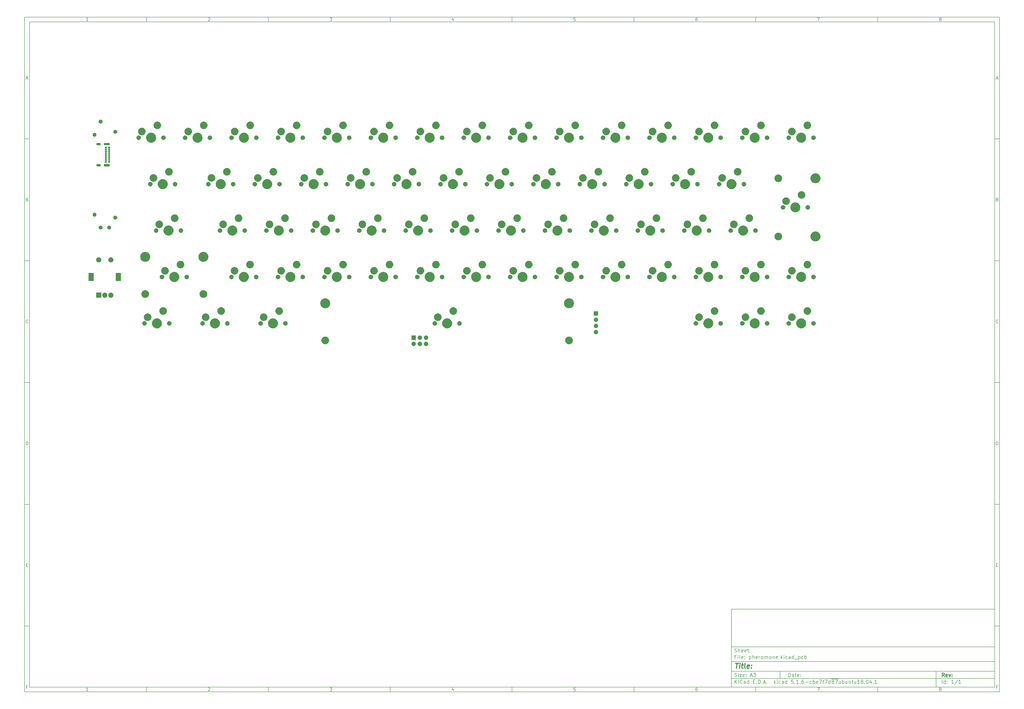
<source format=gts>
G04 #@! TF.GenerationSoftware,KiCad,Pcbnew,5.1.6-c6e7f7d~87~ubuntu18.04.1*
G04 #@! TF.CreationDate,2020-08-29T00:17:55+02:00*
G04 #@! TF.ProjectId,pheromone,70686572-6f6d-46f6-9e65-2e6b69636164,rev?*
G04 #@! TF.SameCoordinates,Original*
G04 #@! TF.FileFunction,Soldermask,Top*
G04 #@! TF.FilePolarity,Negative*
%FSLAX46Y46*%
G04 Gerber Fmt 4.6, Leading zero omitted, Abs format (unit mm)*
G04 Created by KiCad (PCBNEW 5.1.6-c6e7f7d~87~ubuntu18.04.1) date 2020-08-29 00:17:55*
%MOMM*%
%LPD*%
G01*
G04 APERTURE LIST*
%ADD10C,0.100000*%
%ADD11C,0.150000*%
%ADD12C,0.300000*%
%ADD13C,0.400000*%
G04 APERTURE END LIST*
D10*
D11*
X299989000Y-253002200D02*
X299989000Y-285002200D01*
X407989000Y-285002200D01*
X407989000Y-253002200D01*
X299989000Y-253002200D01*
D10*
D11*
X10000000Y-10000000D02*
X10000000Y-287002200D01*
X409989000Y-287002200D01*
X409989000Y-10000000D01*
X10000000Y-10000000D01*
D10*
D11*
X12000000Y-12000000D02*
X12000000Y-285002200D01*
X407989000Y-285002200D01*
X407989000Y-12000000D01*
X12000000Y-12000000D01*
D10*
D11*
X60000000Y-12000000D02*
X60000000Y-10000000D01*
D10*
D11*
X110000000Y-12000000D02*
X110000000Y-10000000D01*
D10*
D11*
X160000000Y-12000000D02*
X160000000Y-10000000D01*
D10*
D11*
X210000000Y-12000000D02*
X210000000Y-10000000D01*
D10*
D11*
X260000000Y-12000000D02*
X260000000Y-10000000D01*
D10*
D11*
X310000000Y-12000000D02*
X310000000Y-10000000D01*
D10*
D11*
X360000000Y-12000000D02*
X360000000Y-10000000D01*
D10*
D11*
X36065476Y-11588095D02*
X35322619Y-11588095D01*
X35694047Y-11588095D02*
X35694047Y-10288095D01*
X35570238Y-10473809D01*
X35446428Y-10597619D01*
X35322619Y-10659523D01*
D10*
D11*
X85322619Y-10411904D02*
X85384523Y-10350000D01*
X85508333Y-10288095D01*
X85817857Y-10288095D01*
X85941666Y-10350000D01*
X86003571Y-10411904D01*
X86065476Y-10535714D01*
X86065476Y-10659523D01*
X86003571Y-10845238D01*
X85260714Y-11588095D01*
X86065476Y-11588095D01*
D10*
D11*
X135260714Y-10288095D02*
X136065476Y-10288095D01*
X135632142Y-10783333D01*
X135817857Y-10783333D01*
X135941666Y-10845238D01*
X136003571Y-10907142D01*
X136065476Y-11030952D01*
X136065476Y-11340476D01*
X136003571Y-11464285D01*
X135941666Y-11526190D01*
X135817857Y-11588095D01*
X135446428Y-11588095D01*
X135322619Y-11526190D01*
X135260714Y-11464285D01*
D10*
D11*
X185941666Y-10721428D02*
X185941666Y-11588095D01*
X185632142Y-10226190D02*
X185322619Y-11154761D01*
X186127380Y-11154761D01*
D10*
D11*
X236003571Y-10288095D02*
X235384523Y-10288095D01*
X235322619Y-10907142D01*
X235384523Y-10845238D01*
X235508333Y-10783333D01*
X235817857Y-10783333D01*
X235941666Y-10845238D01*
X236003571Y-10907142D01*
X236065476Y-11030952D01*
X236065476Y-11340476D01*
X236003571Y-11464285D01*
X235941666Y-11526190D01*
X235817857Y-11588095D01*
X235508333Y-11588095D01*
X235384523Y-11526190D01*
X235322619Y-11464285D01*
D10*
D11*
X285941666Y-10288095D02*
X285694047Y-10288095D01*
X285570238Y-10350000D01*
X285508333Y-10411904D01*
X285384523Y-10597619D01*
X285322619Y-10845238D01*
X285322619Y-11340476D01*
X285384523Y-11464285D01*
X285446428Y-11526190D01*
X285570238Y-11588095D01*
X285817857Y-11588095D01*
X285941666Y-11526190D01*
X286003571Y-11464285D01*
X286065476Y-11340476D01*
X286065476Y-11030952D01*
X286003571Y-10907142D01*
X285941666Y-10845238D01*
X285817857Y-10783333D01*
X285570238Y-10783333D01*
X285446428Y-10845238D01*
X285384523Y-10907142D01*
X285322619Y-11030952D01*
D10*
D11*
X335260714Y-10288095D02*
X336127380Y-10288095D01*
X335570238Y-11588095D01*
D10*
D11*
X385570238Y-10845238D02*
X385446428Y-10783333D01*
X385384523Y-10721428D01*
X385322619Y-10597619D01*
X385322619Y-10535714D01*
X385384523Y-10411904D01*
X385446428Y-10350000D01*
X385570238Y-10288095D01*
X385817857Y-10288095D01*
X385941666Y-10350000D01*
X386003571Y-10411904D01*
X386065476Y-10535714D01*
X386065476Y-10597619D01*
X386003571Y-10721428D01*
X385941666Y-10783333D01*
X385817857Y-10845238D01*
X385570238Y-10845238D01*
X385446428Y-10907142D01*
X385384523Y-10969047D01*
X385322619Y-11092857D01*
X385322619Y-11340476D01*
X385384523Y-11464285D01*
X385446428Y-11526190D01*
X385570238Y-11588095D01*
X385817857Y-11588095D01*
X385941666Y-11526190D01*
X386003571Y-11464285D01*
X386065476Y-11340476D01*
X386065476Y-11092857D01*
X386003571Y-10969047D01*
X385941666Y-10907142D01*
X385817857Y-10845238D01*
D10*
D11*
X60000000Y-285002200D02*
X60000000Y-287002200D01*
D10*
D11*
X110000000Y-285002200D02*
X110000000Y-287002200D01*
D10*
D11*
X160000000Y-285002200D02*
X160000000Y-287002200D01*
D10*
D11*
X210000000Y-285002200D02*
X210000000Y-287002200D01*
D10*
D11*
X260000000Y-285002200D02*
X260000000Y-287002200D01*
D10*
D11*
X310000000Y-285002200D02*
X310000000Y-287002200D01*
D10*
D11*
X360000000Y-285002200D02*
X360000000Y-287002200D01*
D10*
D11*
X36065476Y-286590295D02*
X35322619Y-286590295D01*
X35694047Y-286590295D02*
X35694047Y-285290295D01*
X35570238Y-285476009D01*
X35446428Y-285599819D01*
X35322619Y-285661723D01*
D10*
D11*
X85322619Y-285414104D02*
X85384523Y-285352200D01*
X85508333Y-285290295D01*
X85817857Y-285290295D01*
X85941666Y-285352200D01*
X86003571Y-285414104D01*
X86065476Y-285537914D01*
X86065476Y-285661723D01*
X86003571Y-285847438D01*
X85260714Y-286590295D01*
X86065476Y-286590295D01*
D10*
D11*
X135260714Y-285290295D02*
X136065476Y-285290295D01*
X135632142Y-285785533D01*
X135817857Y-285785533D01*
X135941666Y-285847438D01*
X136003571Y-285909342D01*
X136065476Y-286033152D01*
X136065476Y-286342676D01*
X136003571Y-286466485D01*
X135941666Y-286528390D01*
X135817857Y-286590295D01*
X135446428Y-286590295D01*
X135322619Y-286528390D01*
X135260714Y-286466485D01*
D10*
D11*
X185941666Y-285723628D02*
X185941666Y-286590295D01*
X185632142Y-285228390D02*
X185322619Y-286156961D01*
X186127380Y-286156961D01*
D10*
D11*
X236003571Y-285290295D02*
X235384523Y-285290295D01*
X235322619Y-285909342D01*
X235384523Y-285847438D01*
X235508333Y-285785533D01*
X235817857Y-285785533D01*
X235941666Y-285847438D01*
X236003571Y-285909342D01*
X236065476Y-286033152D01*
X236065476Y-286342676D01*
X236003571Y-286466485D01*
X235941666Y-286528390D01*
X235817857Y-286590295D01*
X235508333Y-286590295D01*
X235384523Y-286528390D01*
X235322619Y-286466485D01*
D10*
D11*
X285941666Y-285290295D02*
X285694047Y-285290295D01*
X285570238Y-285352200D01*
X285508333Y-285414104D01*
X285384523Y-285599819D01*
X285322619Y-285847438D01*
X285322619Y-286342676D01*
X285384523Y-286466485D01*
X285446428Y-286528390D01*
X285570238Y-286590295D01*
X285817857Y-286590295D01*
X285941666Y-286528390D01*
X286003571Y-286466485D01*
X286065476Y-286342676D01*
X286065476Y-286033152D01*
X286003571Y-285909342D01*
X285941666Y-285847438D01*
X285817857Y-285785533D01*
X285570238Y-285785533D01*
X285446428Y-285847438D01*
X285384523Y-285909342D01*
X285322619Y-286033152D01*
D10*
D11*
X335260714Y-285290295D02*
X336127380Y-285290295D01*
X335570238Y-286590295D01*
D10*
D11*
X385570238Y-285847438D02*
X385446428Y-285785533D01*
X385384523Y-285723628D01*
X385322619Y-285599819D01*
X385322619Y-285537914D01*
X385384523Y-285414104D01*
X385446428Y-285352200D01*
X385570238Y-285290295D01*
X385817857Y-285290295D01*
X385941666Y-285352200D01*
X386003571Y-285414104D01*
X386065476Y-285537914D01*
X386065476Y-285599819D01*
X386003571Y-285723628D01*
X385941666Y-285785533D01*
X385817857Y-285847438D01*
X385570238Y-285847438D01*
X385446428Y-285909342D01*
X385384523Y-285971247D01*
X385322619Y-286095057D01*
X385322619Y-286342676D01*
X385384523Y-286466485D01*
X385446428Y-286528390D01*
X385570238Y-286590295D01*
X385817857Y-286590295D01*
X385941666Y-286528390D01*
X386003571Y-286466485D01*
X386065476Y-286342676D01*
X386065476Y-286095057D01*
X386003571Y-285971247D01*
X385941666Y-285909342D01*
X385817857Y-285847438D01*
D10*
D11*
X10000000Y-60000000D02*
X12000000Y-60000000D01*
D10*
D11*
X10000000Y-110000000D02*
X12000000Y-110000000D01*
D10*
D11*
X10000000Y-160000000D02*
X12000000Y-160000000D01*
D10*
D11*
X10000000Y-210000000D02*
X12000000Y-210000000D01*
D10*
D11*
X10000000Y-260000000D02*
X12000000Y-260000000D01*
D10*
D11*
X10690476Y-35216666D02*
X11309523Y-35216666D01*
X10566666Y-35588095D02*
X11000000Y-34288095D01*
X11433333Y-35588095D01*
D10*
D11*
X11092857Y-84907142D02*
X11278571Y-84969047D01*
X11340476Y-85030952D01*
X11402380Y-85154761D01*
X11402380Y-85340476D01*
X11340476Y-85464285D01*
X11278571Y-85526190D01*
X11154761Y-85588095D01*
X10659523Y-85588095D01*
X10659523Y-84288095D01*
X11092857Y-84288095D01*
X11216666Y-84350000D01*
X11278571Y-84411904D01*
X11340476Y-84535714D01*
X11340476Y-84659523D01*
X11278571Y-84783333D01*
X11216666Y-84845238D01*
X11092857Y-84907142D01*
X10659523Y-84907142D01*
D10*
D11*
X11402380Y-135464285D02*
X11340476Y-135526190D01*
X11154761Y-135588095D01*
X11030952Y-135588095D01*
X10845238Y-135526190D01*
X10721428Y-135402380D01*
X10659523Y-135278571D01*
X10597619Y-135030952D01*
X10597619Y-134845238D01*
X10659523Y-134597619D01*
X10721428Y-134473809D01*
X10845238Y-134350000D01*
X11030952Y-134288095D01*
X11154761Y-134288095D01*
X11340476Y-134350000D01*
X11402380Y-134411904D01*
D10*
D11*
X10659523Y-185588095D02*
X10659523Y-184288095D01*
X10969047Y-184288095D01*
X11154761Y-184350000D01*
X11278571Y-184473809D01*
X11340476Y-184597619D01*
X11402380Y-184845238D01*
X11402380Y-185030952D01*
X11340476Y-185278571D01*
X11278571Y-185402380D01*
X11154761Y-185526190D01*
X10969047Y-185588095D01*
X10659523Y-185588095D01*
D10*
D11*
X10721428Y-234907142D02*
X11154761Y-234907142D01*
X11340476Y-235588095D02*
X10721428Y-235588095D01*
X10721428Y-234288095D01*
X11340476Y-234288095D01*
D10*
D11*
X11185714Y-284907142D02*
X10752380Y-284907142D01*
X10752380Y-285588095D02*
X10752380Y-284288095D01*
X11371428Y-284288095D01*
D10*
D11*
X409989000Y-60000000D02*
X407989000Y-60000000D01*
D10*
D11*
X409989000Y-110000000D02*
X407989000Y-110000000D01*
D10*
D11*
X409989000Y-160000000D02*
X407989000Y-160000000D01*
D10*
D11*
X409989000Y-210000000D02*
X407989000Y-210000000D01*
D10*
D11*
X409989000Y-260000000D02*
X407989000Y-260000000D01*
D10*
D11*
X408679476Y-35216666D02*
X409298523Y-35216666D01*
X408555666Y-35588095D02*
X408989000Y-34288095D01*
X409422333Y-35588095D01*
D10*
D11*
X409081857Y-84907142D02*
X409267571Y-84969047D01*
X409329476Y-85030952D01*
X409391380Y-85154761D01*
X409391380Y-85340476D01*
X409329476Y-85464285D01*
X409267571Y-85526190D01*
X409143761Y-85588095D01*
X408648523Y-85588095D01*
X408648523Y-84288095D01*
X409081857Y-84288095D01*
X409205666Y-84350000D01*
X409267571Y-84411904D01*
X409329476Y-84535714D01*
X409329476Y-84659523D01*
X409267571Y-84783333D01*
X409205666Y-84845238D01*
X409081857Y-84907142D01*
X408648523Y-84907142D01*
D10*
D11*
X409391380Y-135464285D02*
X409329476Y-135526190D01*
X409143761Y-135588095D01*
X409019952Y-135588095D01*
X408834238Y-135526190D01*
X408710428Y-135402380D01*
X408648523Y-135278571D01*
X408586619Y-135030952D01*
X408586619Y-134845238D01*
X408648523Y-134597619D01*
X408710428Y-134473809D01*
X408834238Y-134350000D01*
X409019952Y-134288095D01*
X409143761Y-134288095D01*
X409329476Y-134350000D01*
X409391380Y-134411904D01*
D10*
D11*
X408648523Y-185588095D02*
X408648523Y-184288095D01*
X408958047Y-184288095D01*
X409143761Y-184350000D01*
X409267571Y-184473809D01*
X409329476Y-184597619D01*
X409391380Y-184845238D01*
X409391380Y-185030952D01*
X409329476Y-185278571D01*
X409267571Y-185402380D01*
X409143761Y-185526190D01*
X408958047Y-185588095D01*
X408648523Y-185588095D01*
D10*
D11*
X408710428Y-234907142D02*
X409143761Y-234907142D01*
X409329476Y-235588095D02*
X408710428Y-235588095D01*
X408710428Y-234288095D01*
X409329476Y-234288095D01*
D10*
D11*
X409174714Y-284907142D02*
X408741380Y-284907142D01*
X408741380Y-285588095D02*
X408741380Y-284288095D01*
X409360428Y-284288095D01*
D10*
D11*
X323421142Y-280780771D02*
X323421142Y-279280771D01*
X323778285Y-279280771D01*
X323992571Y-279352200D01*
X324135428Y-279495057D01*
X324206857Y-279637914D01*
X324278285Y-279923628D01*
X324278285Y-280137914D01*
X324206857Y-280423628D01*
X324135428Y-280566485D01*
X323992571Y-280709342D01*
X323778285Y-280780771D01*
X323421142Y-280780771D01*
X325564000Y-280780771D02*
X325564000Y-279995057D01*
X325492571Y-279852200D01*
X325349714Y-279780771D01*
X325064000Y-279780771D01*
X324921142Y-279852200D01*
X325564000Y-280709342D02*
X325421142Y-280780771D01*
X325064000Y-280780771D01*
X324921142Y-280709342D01*
X324849714Y-280566485D01*
X324849714Y-280423628D01*
X324921142Y-280280771D01*
X325064000Y-280209342D01*
X325421142Y-280209342D01*
X325564000Y-280137914D01*
X326064000Y-279780771D02*
X326635428Y-279780771D01*
X326278285Y-279280771D02*
X326278285Y-280566485D01*
X326349714Y-280709342D01*
X326492571Y-280780771D01*
X326635428Y-280780771D01*
X327706857Y-280709342D02*
X327564000Y-280780771D01*
X327278285Y-280780771D01*
X327135428Y-280709342D01*
X327064000Y-280566485D01*
X327064000Y-279995057D01*
X327135428Y-279852200D01*
X327278285Y-279780771D01*
X327564000Y-279780771D01*
X327706857Y-279852200D01*
X327778285Y-279995057D01*
X327778285Y-280137914D01*
X327064000Y-280280771D01*
X328421142Y-280637914D02*
X328492571Y-280709342D01*
X328421142Y-280780771D01*
X328349714Y-280709342D01*
X328421142Y-280637914D01*
X328421142Y-280780771D01*
X328421142Y-279852200D02*
X328492571Y-279923628D01*
X328421142Y-279995057D01*
X328349714Y-279923628D01*
X328421142Y-279852200D01*
X328421142Y-279995057D01*
D10*
D11*
X299989000Y-281502200D02*
X407989000Y-281502200D01*
D10*
D11*
X301421142Y-283580771D02*
X301421142Y-282080771D01*
X302278285Y-283580771D02*
X301635428Y-282723628D01*
X302278285Y-282080771D02*
X301421142Y-282937914D01*
X302921142Y-283580771D02*
X302921142Y-282580771D01*
X302921142Y-282080771D02*
X302849714Y-282152200D01*
X302921142Y-282223628D01*
X302992571Y-282152200D01*
X302921142Y-282080771D01*
X302921142Y-282223628D01*
X304492571Y-283437914D02*
X304421142Y-283509342D01*
X304206857Y-283580771D01*
X304064000Y-283580771D01*
X303849714Y-283509342D01*
X303706857Y-283366485D01*
X303635428Y-283223628D01*
X303564000Y-282937914D01*
X303564000Y-282723628D01*
X303635428Y-282437914D01*
X303706857Y-282295057D01*
X303849714Y-282152200D01*
X304064000Y-282080771D01*
X304206857Y-282080771D01*
X304421142Y-282152200D01*
X304492571Y-282223628D01*
X305778285Y-283580771D02*
X305778285Y-282795057D01*
X305706857Y-282652200D01*
X305564000Y-282580771D01*
X305278285Y-282580771D01*
X305135428Y-282652200D01*
X305778285Y-283509342D02*
X305635428Y-283580771D01*
X305278285Y-283580771D01*
X305135428Y-283509342D01*
X305064000Y-283366485D01*
X305064000Y-283223628D01*
X305135428Y-283080771D01*
X305278285Y-283009342D01*
X305635428Y-283009342D01*
X305778285Y-282937914D01*
X307135428Y-283580771D02*
X307135428Y-282080771D01*
X307135428Y-283509342D02*
X306992571Y-283580771D01*
X306706857Y-283580771D01*
X306564000Y-283509342D01*
X306492571Y-283437914D01*
X306421142Y-283295057D01*
X306421142Y-282866485D01*
X306492571Y-282723628D01*
X306564000Y-282652200D01*
X306706857Y-282580771D01*
X306992571Y-282580771D01*
X307135428Y-282652200D01*
X308992571Y-282795057D02*
X309492571Y-282795057D01*
X309706857Y-283580771D02*
X308992571Y-283580771D01*
X308992571Y-282080771D01*
X309706857Y-282080771D01*
X310349714Y-283437914D02*
X310421142Y-283509342D01*
X310349714Y-283580771D01*
X310278285Y-283509342D01*
X310349714Y-283437914D01*
X310349714Y-283580771D01*
X311064000Y-283580771D02*
X311064000Y-282080771D01*
X311421142Y-282080771D01*
X311635428Y-282152200D01*
X311778285Y-282295057D01*
X311849714Y-282437914D01*
X311921142Y-282723628D01*
X311921142Y-282937914D01*
X311849714Y-283223628D01*
X311778285Y-283366485D01*
X311635428Y-283509342D01*
X311421142Y-283580771D01*
X311064000Y-283580771D01*
X312564000Y-283437914D02*
X312635428Y-283509342D01*
X312564000Y-283580771D01*
X312492571Y-283509342D01*
X312564000Y-283437914D01*
X312564000Y-283580771D01*
X313206857Y-283152200D02*
X313921142Y-283152200D01*
X313064000Y-283580771D02*
X313564000Y-282080771D01*
X314064000Y-283580771D01*
X314564000Y-283437914D02*
X314635428Y-283509342D01*
X314564000Y-283580771D01*
X314492571Y-283509342D01*
X314564000Y-283437914D01*
X314564000Y-283580771D01*
X317564000Y-283580771D02*
X317564000Y-282080771D01*
X317706857Y-283009342D02*
X318135428Y-283580771D01*
X318135428Y-282580771D02*
X317564000Y-283152200D01*
X318778285Y-283580771D02*
X318778285Y-282580771D01*
X318778285Y-282080771D02*
X318706857Y-282152200D01*
X318778285Y-282223628D01*
X318849714Y-282152200D01*
X318778285Y-282080771D01*
X318778285Y-282223628D01*
X320135428Y-283509342D02*
X319992571Y-283580771D01*
X319706857Y-283580771D01*
X319564000Y-283509342D01*
X319492571Y-283437914D01*
X319421142Y-283295057D01*
X319421142Y-282866485D01*
X319492571Y-282723628D01*
X319564000Y-282652200D01*
X319706857Y-282580771D01*
X319992571Y-282580771D01*
X320135428Y-282652200D01*
X321421142Y-283580771D02*
X321421142Y-282795057D01*
X321349714Y-282652200D01*
X321206857Y-282580771D01*
X320921142Y-282580771D01*
X320778285Y-282652200D01*
X321421142Y-283509342D02*
X321278285Y-283580771D01*
X320921142Y-283580771D01*
X320778285Y-283509342D01*
X320706857Y-283366485D01*
X320706857Y-283223628D01*
X320778285Y-283080771D01*
X320921142Y-283009342D01*
X321278285Y-283009342D01*
X321421142Y-282937914D01*
X322778285Y-283580771D02*
X322778285Y-282080771D01*
X322778285Y-283509342D02*
X322635428Y-283580771D01*
X322349714Y-283580771D01*
X322206857Y-283509342D01*
X322135428Y-283437914D01*
X322064000Y-283295057D01*
X322064000Y-282866485D01*
X322135428Y-282723628D01*
X322206857Y-282652200D01*
X322349714Y-282580771D01*
X322635428Y-282580771D01*
X322778285Y-282652200D01*
X325349714Y-282080771D02*
X324635428Y-282080771D01*
X324564000Y-282795057D01*
X324635428Y-282723628D01*
X324778285Y-282652200D01*
X325135428Y-282652200D01*
X325278285Y-282723628D01*
X325349714Y-282795057D01*
X325421142Y-282937914D01*
X325421142Y-283295057D01*
X325349714Y-283437914D01*
X325278285Y-283509342D01*
X325135428Y-283580771D01*
X324778285Y-283580771D01*
X324635428Y-283509342D01*
X324564000Y-283437914D01*
X326064000Y-283437914D02*
X326135428Y-283509342D01*
X326064000Y-283580771D01*
X325992571Y-283509342D01*
X326064000Y-283437914D01*
X326064000Y-283580771D01*
X327564000Y-283580771D02*
X326706857Y-283580771D01*
X327135428Y-283580771D02*
X327135428Y-282080771D01*
X326992571Y-282295057D01*
X326849714Y-282437914D01*
X326706857Y-282509342D01*
X328206857Y-283437914D02*
X328278285Y-283509342D01*
X328206857Y-283580771D01*
X328135428Y-283509342D01*
X328206857Y-283437914D01*
X328206857Y-283580771D01*
X329564000Y-282080771D02*
X329278285Y-282080771D01*
X329135428Y-282152200D01*
X329064000Y-282223628D01*
X328921142Y-282437914D01*
X328849714Y-282723628D01*
X328849714Y-283295057D01*
X328921142Y-283437914D01*
X328992571Y-283509342D01*
X329135428Y-283580771D01*
X329421142Y-283580771D01*
X329564000Y-283509342D01*
X329635428Y-283437914D01*
X329706857Y-283295057D01*
X329706857Y-282937914D01*
X329635428Y-282795057D01*
X329564000Y-282723628D01*
X329421142Y-282652200D01*
X329135428Y-282652200D01*
X328992571Y-282723628D01*
X328921142Y-282795057D01*
X328849714Y-282937914D01*
X330349714Y-283009342D02*
X331492571Y-283009342D01*
X332849714Y-283509342D02*
X332706857Y-283580771D01*
X332421142Y-283580771D01*
X332278285Y-283509342D01*
X332206857Y-283437914D01*
X332135428Y-283295057D01*
X332135428Y-282866485D01*
X332206857Y-282723628D01*
X332278285Y-282652200D01*
X332421142Y-282580771D01*
X332706857Y-282580771D01*
X332849714Y-282652200D01*
X334135428Y-282080771D02*
X333849714Y-282080771D01*
X333706857Y-282152200D01*
X333635428Y-282223628D01*
X333492571Y-282437914D01*
X333421142Y-282723628D01*
X333421142Y-283295057D01*
X333492571Y-283437914D01*
X333564000Y-283509342D01*
X333706857Y-283580771D01*
X333992571Y-283580771D01*
X334135428Y-283509342D01*
X334206857Y-283437914D01*
X334278285Y-283295057D01*
X334278285Y-282937914D01*
X334206857Y-282795057D01*
X334135428Y-282723628D01*
X333992571Y-282652200D01*
X333706857Y-282652200D01*
X333564000Y-282723628D01*
X333492571Y-282795057D01*
X333421142Y-282937914D01*
X335492571Y-283509342D02*
X335349714Y-283580771D01*
X335064000Y-283580771D01*
X334921142Y-283509342D01*
X334849714Y-283366485D01*
X334849714Y-282795057D01*
X334921142Y-282652200D01*
X335064000Y-282580771D01*
X335349714Y-282580771D01*
X335492571Y-282652200D01*
X335564000Y-282795057D01*
X335564000Y-282937914D01*
X334849714Y-283080771D01*
X336064000Y-282080771D02*
X337064000Y-282080771D01*
X336421142Y-283580771D01*
X337421142Y-282580771D02*
X337992571Y-282580771D01*
X337635428Y-283580771D02*
X337635428Y-282295057D01*
X337706857Y-282152200D01*
X337849714Y-282080771D01*
X337992571Y-282080771D01*
X338349714Y-282080771D02*
X339349714Y-282080771D01*
X338706857Y-283580771D01*
X340564000Y-283580771D02*
X340564000Y-282080771D01*
X340564000Y-283509342D02*
X340421142Y-283580771D01*
X340135428Y-283580771D01*
X339992571Y-283509342D01*
X339921142Y-283437914D01*
X339849714Y-283295057D01*
X339849714Y-282866485D01*
X339921142Y-282723628D01*
X339992571Y-282652200D01*
X340135428Y-282580771D01*
X340421142Y-282580771D01*
X340564000Y-282652200D01*
X340921142Y-281672200D02*
X342349714Y-281672200D01*
X341492571Y-282723628D02*
X341349714Y-282652200D01*
X341278285Y-282580771D01*
X341206857Y-282437914D01*
X341206857Y-282366485D01*
X341278285Y-282223628D01*
X341349714Y-282152200D01*
X341492571Y-282080771D01*
X341778285Y-282080771D01*
X341921142Y-282152200D01*
X341992571Y-282223628D01*
X342064000Y-282366485D01*
X342064000Y-282437914D01*
X341992571Y-282580771D01*
X341921142Y-282652200D01*
X341778285Y-282723628D01*
X341492571Y-282723628D01*
X341349714Y-282795057D01*
X341278285Y-282866485D01*
X341206857Y-283009342D01*
X341206857Y-283295057D01*
X341278285Y-283437914D01*
X341349714Y-283509342D01*
X341492571Y-283580771D01*
X341778285Y-283580771D01*
X341921142Y-283509342D01*
X341992571Y-283437914D01*
X342064000Y-283295057D01*
X342064000Y-283009342D01*
X341992571Y-282866485D01*
X341921142Y-282795057D01*
X341778285Y-282723628D01*
X342349714Y-281672200D02*
X343778285Y-281672200D01*
X342564000Y-282080771D02*
X343564000Y-282080771D01*
X342921142Y-283580771D01*
X344778285Y-282580771D02*
X344778285Y-283580771D01*
X344135428Y-282580771D02*
X344135428Y-283366485D01*
X344206857Y-283509342D01*
X344349714Y-283580771D01*
X344564000Y-283580771D01*
X344706857Y-283509342D01*
X344778285Y-283437914D01*
X345492571Y-283580771D02*
X345492571Y-282080771D01*
X345492571Y-282652200D02*
X345635428Y-282580771D01*
X345921142Y-282580771D01*
X346064000Y-282652200D01*
X346135428Y-282723628D01*
X346206857Y-282866485D01*
X346206857Y-283295057D01*
X346135428Y-283437914D01*
X346064000Y-283509342D01*
X345921142Y-283580771D01*
X345635428Y-283580771D01*
X345492571Y-283509342D01*
X347492571Y-282580771D02*
X347492571Y-283580771D01*
X346849714Y-282580771D02*
X346849714Y-283366485D01*
X346921142Y-283509342D01*
X347064000Y-283580771D01*
X347278285Y-283580771D01*
X347421142Y-283509342D01*
X347492571Y-283437914D01*
X348206857Y-282580771D02*
X348206857Y-283580771D01*
X348206857Y-282723628D02*
X348278285Y-282652200D01*
X348421142Y-282580771D01*
X348635428Y-282580771D01*
X348778285Y-282652200D01*
X348849714Y-282795057D01*
X348849714Y-283580771D01*
X349349714Y-282580771D02*
X349921142Y-282580771D01*
X349564000Y-282080771D02*
X349564000Y-283366485D01*
X349635428Y-283509342D01*
X349778285Y-283580771D01*
X349921142Y-283580771D01*
X351064000Y-282580771D02*
X351064000Y-283580771D01*
X350421142Y-282580771D02*
X350421142Y-283366485D01*
X350492571Y-283509342D01*
X350635428Y-283580771D01*
X350849714Y-283580771D01*
X350992571Y-283509342D01*
X351064000Y-283437914D01*
X352564000Y-283580771D02*
X351706857Y-283580771D01*
X352135428Y-283580771D02*
X352135428Y-282080771D01*
X351992571Y-282295057D01*
X351849714Y-282437914D01*
X351706857Y-282509342D01*
X353421142Y-282723628D02*
X353278285Y-282652200D01*
X353206857Y-282580771D01*
X353135428Y-282437914D01*
X353135428Y-282366485D01*
X353206857Y-282223628D01*
X353278285Y-282152200D01*
X353421142Y-282080771D01*
X353706857Y-282080771D01*
X353849714Y-282152200D01*
X353921142Y-282223628D01*
X353992571Y-282366485D01*
X353992571Y-282437914D01*
X353921142Y-282580771D01*
X353849714Y-282652200D01*
X353706857Y-282723628D01*
X353421142Y-282723628D01*
X353278285Y-282795057D01*
X353206857Y-282866485D01*
X353135428Y-283009342D01*
X353135428Y-283295057D01*
X353206857Y-283437914D01*
X353278285Y-283509342D01*
X353421142Y-283580771D01*
X353706857Y-283580771D01*
X353849714Y-283509342D01*
X353921142Y-283437914D01*
X353992571Y-283295057D01*
X353992571Y-283009342D01*
X353921142Y-282866485D01*
X353849714Y-282795057D01*
X353706857Y-282723628D01*
X354635428Y-283437914D02*
X354706857Y-283509342D01*
X354635428Y-283580771D01*
X354564000Y-283509342D01*
X354635428Y-283437914D01*
X354635428Y-283580771D01*
X355635428Y-282080771D02*
X355778285Y-282080771D01*
X355921142Y-282152200D01*
X355992571Y-282223628D01*
X356064000Y-282366485D01*
X356135428Y-282652200D01*
X356135428Y-283009342D01*
X356064000Y-283295057D01*
X355992571Y-283437914D01*
X355921142Y-283509342D01*
X355778285Y-283580771D01*
X355635428Y-283580771D01*
X355492571Y-283509342D01*
X355421142Y-283437914D01*
X355349714Y-283295057D01*
X355278285Y-283009342D01*
X355278285Y-282652200D01*
X355349714Y-282366485D01*
X355421142Y-282223628D01*
X355492571Y-282152200D01*
X355635428Y-282080771D01*
X357421142Y-282580771D02*
X357421142Y-283580771D01*
X357064000Y-282009342D02*
X356706857Y-283080771D01*
X357635428Y-283080771D01*
X358206857Y-283437914D02*
X358278285Y-283509342D01*
X358206857Y-283580771D01*
X358135428Y-283509342D01*
X358206857Y-283437914D01*
X358206857Y-283580771D01*
X359706857Y-283580771D02*
X358849714Y-283580771D01*
X359278285Y-283580771D02*
X359278285Y-282080771D01*
X359135428Y-282295057D01*
X358992571Y-282437914D01*
X358849714Y-282509342D01*
D10*
D11*
X299989000Y-278502200D02*
X407989000Y-278502200D01*
D10*
D12*
X387398285Y-280780771D02*
X386898285Y-280066485D01*
X386541142Y-280780771D02*
X386541142Y-279280771D01*
X387112571Y-279280771D01*
X387255428Y-279352200D01*
X387326857Y-279423628D01*
X387398285Y-279566485D01*
X387398285Y-279780771D01*
X387326857Y-279923628D01*
X387255428Y-279995057D01*
X387112571Y-280066485D01*
X386541142Y-280066485D01*
X388612571Y-280709342D02*
X388469714Y-280780771D01*
X388184000Y-280780771D01*
X388041142Y-280709342D01*
X387969714Y-280566485D01*
X387969714Y-279995057D01*
X388041142Y-279852200D01*
X388184000Y-279780771D01*
X388469714Y-279780771D01*
X388612571Y-279852200D01*
X388684000Y-279995057D01*
X388684000Y-280137914D01*
X387969714Y-280280771D01*
X389184000Y-279780771D02*
X389541142Y-280780771D01*
X389898285Y-279780771D01*
X390469714Y-280637914D02*
X390541142Y-280709342D01*
X390469714Y-280780771D01*
X390398285Y-280709342D01*
X390469714Y-280637914D01*
X390469714Y-280780771D01*
X390469714Y-279852200D02*
X390541142Y-279923628D01*
X390469714Y-279995057D01*
X390398285Y-279923628D01*
X390469714Y-279852200D01*
X390469714Y-279995057D01*
D10*
D11*
X301349714Y-280709342D02*
X301564000Y-280780771D01*
X301921142Y-280780771D01*
X302064000Y-280709342D01*
X302135428Y-280637914D01*
X302206857Y-280495057D01*
X302206857Y-280352200D01*
X302135428Y-280209342D01*
X302064000Y-280137914D01*
X301921142Y-280066485D01*
X301635428Y-279995057D01*
X301492571Y-279923628D01*
X301421142Y-279852200D01*
X301349714Y-279709342D01*
X301349714Y-279566485D01*
X301421142Y-279423628D01*
X301492571Y-279352200D01*
X301635428Y-279280771D01*
X301992571Y-279280771D01*
X302206857Y-279352200D01*
X302849714Y-280780771D02*
X302849714Y-279780771D01*
X302849714Y-279280771D02*
X302778285Y-279352200D01*
X302849714Y-279423628D01*
X302921142Y-279352200D01*
X302849714Y-279280771D01*
X302849714Y-279423628D01*
X303421142Y-279780771D02*
X304206857Y-279780771D01*
X303421142Y-280780771D01*
X304206857Y-280780771D01*
X305349714Y-280709342D02*
X305206857Y-280780771D01*
X304921142Y-280780771D01*
X304778285Y-280709342D01*
X304706857Y-280566485D01*
X304706857Y-279995057D01*
X304778285Y-279852200D01*
X304921142Y-279780771D01*
X305206857Y-279780771D01*
X305349714Y-279852200D01*
X305421142Y-279995057D01*
X305421142Y-280137914D01*
X304706857Y-280280771D01*
X306064000Y-280637914D02*
X306135428Y-280709342D01*
X306064000Y-280780771D01*
X305992571Y-280709342D01*
X306064000Y-280637914D01*
X306064000Y-280780771D01*
X306064000Y-279852200D02*
X306135428Y-279923628D01*
X306064000Y-279995057D01*
X305992571Y-279923628D01*
X306064000Y-279852200D01*
X306064000Y-279995057D01*
X307849714Y-280352200D02*
X308564000Y-280352200D01*
X307706857Y-280780771D02*
X308206857Y-279280771D01*
X308706857Y-280780771D01*
X309064000Y-279280771D02*
X309992571Y-279280771D01*
X309492571Y-279852200D01*
X309706857Y-279852200D01*
X309849714Y-279923628D01*
X309921142Y-279995057D01*
X309992571Y-280137914D01*
X309992571Y-280495057D01*
X309921142Y-280637914D01*
X309849714Y-280709342D01*
X309706857Y-280780771D01*
X309278285Y-280780771D01*
X309135428Y-280709342D01*
X309064000Y-280637914D01*
D10*
D11*
X386421142Y-283580771D02*
X386421142Y-282080771D01*
X387778285Y-283580771D02*
X387778285Y-282080771D01*
X387778285Y-283509342D02*
X387635428Y-283580771D01*
X387349714Y-283580771D01*
X387206857Y-283509342D01*
X387135428Y-283437914D01*
X387064000Y-283295057D01*
X387064000Y-282866485D01*
X387135428Y-282723628D01*
X387206857Y-282652200D01*
X387349714Y-282580771D01*
X387635428Y-282580771D01*
X387778285Y-282652200D01*
X388492571Y-283437914D02*
X388564000Y-283509342D01*
X388492571Y-283580771D01*
X388421142Y-283509342D01*
X388492571Y-283437914D01*
X388492571Y-283580771D01*
X388492571Y-282652200D02*
X388564000Y-282723628D01*
X388492571Y-282795057D01*
X388421142Y-282723628D01*
X388492571Y-282652200D01*
X388492571Y-282795057D01*
X391135428Y-283580771D02*
X390278285Y-283580771D01*
X390706857Y-283580771D02*
X390706857Y-282080771D01*
X390564000Y-282295057D01*
X390421142Y-282437914D01*
X390278285Y-282509342D01*
X392849714Y-282009342D02*
X391564000Y-283937914D01*
X394135428Y-283580771D02*
X393278285Y-283580771D01*
X393706857Y-283580771D02*
X393706857Y-282080771D01*
X393564000Y-282295057D01*
X393421142Y-282437914D01*
X393278285Y-282509342D01*
D10*
D11*
X299989000Y-274502200D02*
X407989000Y-274502200D01*
D10*
D13*
X301701380Y-275206961D02*
X302844238Y-275206961D01*
X302022809Y-277206961D02*
X302272809Y-275206961D01*
X303260904Y-277206961D02*
X303427571Y-275873628D01*
X303510904Y-275206961D02*
X303403761Y-275302200D01*
X303487095Y-275397438D01*
X303594238Y-275302200D01*
X303510904Y-275206961D01*
X303487095Y-275397438D01*
X304094238Y-275873628D02*
X304856142Y-275873628D01*
X304463285Y-275206961D02*
X304249000Y-276921247D01*
X304320428Y-277111723D01*
X304499000Y-277206961D01*
X304689476Y-277206961D01*
X305641857Y-277206961D02*
X305463285Y-277111723D01*
X305391857Y-276921247D01*
X305606142Y-275206961D01*
X307177571Y-277111723D02*
X306975190Y-277206961D01*
X306594238Y-277206961D01*
X306415666Y-277111723D01*
X306344238Y-276921247D01*
X306439476Y-276159342D01*
X306558523Y-275968866D01*
X306760904Y-275873628D01*
X307141857Y-275873628D01*
X307320428Y-275968866D01*
X307391857Y-276159342D01*
X307368047Y-276349819D01*
X306391857Y-276540295D01*
X308141857Y-277016485D02*
X308225190Y-277111723D01*
X308118047Y-277206961D01*
X308034714Y-277111723D01*
X308141857Y-277016485D01*
X308118047Y-277206961D01*
X308272809Y-275968866D02*
X308356142Y-276064104D01*
X308249000Y-276159342D01*
X308165666Y-276064104D01*
X308272809Y-275968866D01*
X308249000Y-276159342D01*
D10*
D11*
X301921142Y-272595057D02*
X301421142Y-272595057D01*
X301421142Y-273380771D02*
X301421142Y-271880771D01*
X302135428Y-271880771D01*
X302706857Y-273380771D02*
X302706857Y-272380771D01*
X302706857Y-271880771D02*
X302635428Y-271952200D01*
X302706857Y-272023628D01*
X302778285Y-271952200D01*
X302706857Y-271880771D01*
X302706857Y-272023628D01*
X303635428Y-273380771D02*
X303492571Y-273309342D01*
X303421142Y-273166485D01*
X303421142Y-271880771D01*
X304778285Y-273309342D02*
X304635428Y-273380771D01*
X304349714Y-273380771D01*
X304206857Y-273309342D01*
X304135428Y-273166485D01*
X304135428Y-272595057D01*
X304206857Y-272452200D01*
X304349714Y-272380771D01*
X304635428Y-272380771D01*
X304778285Y-272452200D01*
X304849714Y-272595057D01*
X304849714Y-272737914D01*
X304135428Y-272880771D01*
X305492571Y-273237914D02*
X305564000Y-273309342D01*
X305492571Y-273380771D01*
X305421142Y-273309342D01*
X305492571Y-273237914D01*
X305492571Y-273380771D01*
X305492571Y-272452200D02*
X305564000Y-272523628D01*
X305492571Y-272595057D01*
X305421142Y-272523628D01*
X305492571Y-272452200D01*
X305492571Y-272595057D01*
X307349714Y-272380771D02*
X307349714Y-273880771D01*
X307349714Y-272452200D02*
X307492571Y-272380771D01*
X307778285Y-272380771D01*
X307921142Y-272452200D01*
X307992571Y-272523628D01*
X308064000Y-272666485D01*
X308064000Y-273095057D01*
X307992571Y-273237914D01*
X307921142Y-273309342D01*
X307778285Y-273380771D01*
X307492571Y-273380771D01*
X307349714Y-273309342D01*
X308706857Y-273380771D02*
X308706857Y-271880771D01*
X309349714Y-273380771D02*
X309349714Y-272595057D01*
X309278285Y-272452200D01*
X309135428Y-272380771D01*
X308921142Y-272380771D01*
X308778285Y-272452200D01*
X308706857Y-272523628D01*
X310635428Y-273309342D02*
X310492571Y-273380771D01*
X310206857Y-273380771D01*
X310064000Y-273309342D01*
X309992571Y-273166485D01*
X309992571Y-272595057D01*
X310064000Y-272452200D01*
X310206857Y-272380771D01*
X310492571Y-272380771D01*
X310635428Y-272452200D01*
X310706857Y-272595057D01*
X310706857Y-272737914D01*
X309992571Y-272880771D01*
X311349714Y-273380771D02*
X311349714Y-272380771D01*
X311349714Y-272666485D02*
X311421142Y-272523628D01*
X311492571Y-272452200D01*
X311635428Y-272380771D01*
X311778285Y-272380771D01*
X312492571Y-273380771D02*
X312349714Y-273309342D01*
X312278285Y-273237914D01*
X312206857Y-273095057D01*
X312206857Y-272666485D01*
X312278285Y-272523628D01*
X312349714Y-272452200D01*
X312492571Y-272380771D01*
X312706857Y-272380771D01*
X312849714Y-272452200D01*
X312921142Y-272523628D01*
X312992571Y-272666485D01*
X312992571Y-273095057D01*
X312921142Y-273237914D01*
X312849714Y-273309342D01*
X312706857Y-273380771D01*
X312492571Y-273380771D01*
X313635428Y-273380771D02*
X313635428Y-272380771D01*
X313635428Y-272523628D02*
X313706857Y-272452200D01*
X313849714Y-272380771D01*
X314064000Y-272380771D01*
X314206857Y-272452200D01*
X314278285Y-272595057D01*
X314278285Y-273380771D01*
X314278285Y-272595057D02*
X314349714Y-272452200D01*
X314492571Y-272380771D01*
X314706857Y-272380771D01*
X314849714Y-272452200D01*
X314921142Y-272595057D01*
X314921142Y-273380771D01*
X315849714Y-273380771D02*
X315706857Y-273309342D01*
X315635428Y-273237914D01*
X315564000Y-273095057D01*
X315564000Y-272666485D01*
X315635428Y-272523628D01*
X315706857Y-272452200D01*
X315849714Y-272380771D01*
X316064000Y-272380771D01*
X316206857Y-272452200D01*
X316278285Y-272523628D01*
X316349714Y-272666485D01*
X316349714Y-273095057D01*
X316278285Y-273237914D01*
X316206857Y-273309342D01*
X316064000Y-273380771D01*
X315849714Y-273380771D01*
X316992571Y-272380771D02*
X316992571Y-273380771D01*
X316992571Y-272523628D02*
X317064000Y-272452200D01*
X317206857Y-272380771D01*
X317421142Y-272380771D01*
X317564000Y-272452200D01*
X317635428Y-272595057D01*
X317635428Y-273380771D01*
X318921142Y-273309342D02*
X318778285Y-273380771D01*
X318492571Y-273380771D01*
X318349714Y-273309342D01*
X318278285Y-273166485D01*
X318278285Y-272595057D01*
X318349714Y-272452200D01*
X318492571Y-272380771D01*
X318778285Y-272380771D01*
X318921142Y-272452200D01*
X318992571Y-272595057D01*
X318992571Y-272737914D01*
X318278285Y-272880771D01*
X319635428Y-273237914D02*
X319706857Y-273309342D01*
X319635428Y-273380771D01*
X319564000Y-273309342D01*
X319635428Y-273237914D01*
X319635428Y-273380771D01*
X320349714Y-273380771D02*
X320349714Y-271880771D01*
X320492571Y-272809342D02*
X320921142Y-273380771D01*
X320921142Y-272380771D02*
X320349714Y-272952200D01*
X321564000Y-273380771D02*
X321564000Y-272380771D01*
X321564000Y-271880771D02*
X321492571Y-271952200D01*
X321564000Y-272023628D01*
X321635428Y-271952200D01*
X321564000Y-271880771D01*
X321564000Y-272023628D01*
X322921142Y-273309342D02*
X322778285Y-273380771D01*
X322492571Y-273380771D01*
X322349714Y-273309342D01*
X322278285Y-273237914D01*
X322206857Y-273095057D01*
X322206857Y-272666485D01*
X322278285Y-272523628D01*
X322349714Y-272452200D01*
X322492571Y-272380771D01*
X322778285Y-272380771D01*
X322921142Y-272452200D01*
X324206857Y-273380771D02*
X324206857Y-272595057D01*
X324135428Y-272452200D01*
X323992571Y-272380771D01*
X323706857Y-272380771D01*
X323564000Y-272452200D01*
X324206857Y-273309342D02*
X324064000Y-273380771D01*
X323706857Y-273380771D01*
X323564000Y-273309342D01*
X323492571Y-273166485D01*
X323492571Y-273023628D01*
X323564000Y-272880771D01*
X323706857Y-272809342D01*
X324064000Y-272809342D01*
X324206857Y-272737914D01*
X325564000Y-273380771D02*
X325564000Y-271880771D01*
X325564000Y-273309342D02*
X325421142Y-273380771D01*
X325135428Y-273380771D01*
X324992571Y-273309342D01*
X324921142Y-273237914D01*
X324849714Y-273095057D01*
X324849714Y-272666485D01*
X324921142Y-272523628D01*
X324992571Y-272452200D01*
X325135428Y-272380771D01*
X325421142Y-272380771D01*
X325564000Y-272452200D01*
X325921142Y-273523628D02*
X327064000Y-273523628D01*
X327421142Y-272380771D02*
X327421142Y-273880771D01*
X327421142Y-272452200D02*
X327564000Y-272380771D01*
X327849714Y-272380771D01*
X327992571Y-272452200D01*
X328064000Y-272523628D01*
X328135428Y-272666485D01*
X328135428Y-273095057D01*
X328064000Y-273237914D01*
X327992571Y-273309342D01*
X327849714Y-273380771D01*
X327564000Y-273380771D01*
X327421142Y-273309342D01*
X329421142Y-273309342D02*
X329278285Y-273380771D01*
X328992571Y-273380771D01*
X328849714Y-273309342D01*
X328778285Y-273237914D01*
X328706857Y-273095057D01*
X328706857Y-272666485D01*
X328778285Y-272523628D01*
X328849714Y-272452200D01*
X328992571Y-272380771D01*
X329278285Y-272380771D01*
X329421142Y-272452200D01*
X330064000Y-273380771D02*
X330064000Y-271880771D01*
X330064000Y-272452200D02*
X330206857Y-272380771D01*
X330492571Y-272380771D01*
X330635428Y-272452200D01*
X330706857Y-272523628D01*
X330778285Y-272666485D01*
X330778285Y-273095057D01*
X330706857Y-273237914D01*
X330635428Y-273309342D01*
X330492571Y-273380771D01*
X330206857Y-273380771D01*
X330064000Y-273309342D01*
D10*
D11*
X299989000Y-268502200D02*
X407989000Y-268502200D01*
D10*
D11*
X301349714Y-270609342D02*
X301564000Y-270680771D01*
X301921142Y-270680771D01*
X302064000Y-270609342D01*
X302135428Y-270537914D01*
X302206857Y-270395057D01*
X302206857Y-270252200D01*
X302135428Y-270109342D01*
X302064000Y-270037914D01*
X301921142Y-269966485D01*
X301635428Y-269895057D01*
X301492571Y-269823628D01*
X301421142Y-269752200D01*
X301349714Y-269609342D01*
X301349714Y-269466485D01*
X301421142Y-269323628D01*
X301492571Y-269252200D01*
X301635428Y-269180771D01*
X301992571Y-269180771D01*
X302206857Y-269252200D01*
X302849714Y-270680771D02*
X302849714Y-269180771D01*
X303492571Y-270680771D02*
X303492571Y-269895057D01*
X303421142Y-269752200D01*
X303278285Y-269680771D01*
X303064000Y-269680771D01*
X302921142Y-269752200D01*
X302849714Y-269823628D01*
X304778285Y-270609342D02*
X304635428Y-270680771D01*
X304349714Y-270680771D01*
X304206857Y-270609342D01*
X304135428Y-270466485D01*
X304135428Y-269895057D01*
X304206857Y-269752200D01*
X304349714Y-269680771D01*
X304635428Y-269680771D01*
X304778285Y-269752200D01*
X304849714Y-269895057D01*
X304849714Y-270037914D01*
X304135428Y-270180771D01*
X306064000Y-270609342D02*
X305921142Y-270680771D01*
X305635428Y-270680771D01*
X305492571Y-270609342D01*
X305421142Y-270466485D01*
X305421142Y-269895057D01*
X305492571Y-269752200D01*
X305635428Y-269680771D01*
X305921142Y-269680771D01*
X306064000Y-269752200D01*
X306135428Y-269895057D01*
X306135428Y-270037914D01*
X305421142Y-270180771D01*
X306564000Y-269680771D02*
X307135428Y-269680771D01*
X306778285Y-269180771D02*
X306778285Y-270466485D01*
X306849714Y-270609342D01*
X306992571Y-270680771D01*
X307135428Y-270680771D01*
X307635428Y-270537914D02*
X307706857Y-270609342D01*
X307635428Y-270680771D01*
X307564000Y-270609342D01*
X307635428Y-270537914D01*
X307635428Y-270680771D01*
X307635428Y-269752200D02*
X307706857Y-269823628D01*
X307635428Y-269895057D01*
X307564000Y-269823628D01*
X307635428Y-269752200D01*
X307635428Y-269895057D01*
D10*
D11*
X319989000Y-278502200D02*
X319989000Y-281502200D01*
D10*
D11*
X383989000Y-278502200D02*
X383989000Y-285002200D01*
D10*
G36*
X169733512Y-143243927D02*
G01*
X169882812Y-143273624D01*
X170046784Y-143341544D01*
X170194354Y-143440147D01*
X170319853Y-143565646D01*
X170418456Y-143713216D01*
X170486376Y-143877188D01*
X170521000Y-144051259D01*
X170521000Y-144228741D01*
X170486376Y-144402812D01*
X170418456Y-144566784D01*
X170319853Y-144714354D01*
X170194354Y-144839853D01*
X170046784Y-144938456D01*
X169882812Y-145006376D01*
X169733512Y-145036073D01*
X169708742Y-145041000D01*
X169531258Y-145041000D01*
X169506488Y-145036073D01*
X169357188Y-145006376D01*
X169193216Y-144938456D01*
X169045646Y-144839853D01*
X168920147Y-144714354D01*
X168821544Y-144566784D01*
X168753624Y-144402812D01*
X168719000Y-144228741D01*
X168719000Y-144051259D01*
X168753624Y-143877188D01*
X168821544Y-143713216D01*
X168920147Y-143565646D01*
X169045646Y-143440147D01*
X169193216Y-143341544D01*
X169357188Y-143273624D01*
X169506488Y-143243927D01*
X169531258Y-143239000D01*
X169708742Y-143239000D01*
X169733512Y-143243927D01*
G37*
G36*
X174813512Y-143243927D02*
G01*
X174962812Y-143273624D01*
X175126784Y-143341544D01*
X175274354Y-143440147D01*
X175399853Y-143565646D01*
X175498456Y-143713216D01*
X175566376Y-143877188D01*
X175601000Y-144051259D01*
X175601000Y-144228741D01*
X175566376Y-144402812D01*
X175498456Y-144566784D01*
X175399853Y-144714354D01*
X175274354Y-144839853D01*
X175126784Y-144938456D01*
X174962812Y-145006376D01*
X174813512Y-145036073D01*
X174788742Y-145041000D01*
X174611258Y-145041000D01*
X174586488Y-145036073D01*
X174437188Y-145006376D01*
X174273216Y-144938456D01*
X174125646Y-144839853D01*
X174000147Y-144714354D01*
X173901544Y-144566784D01*
X173833624Y-144402812D01*
X173799000Y-144228741D01*
X173799000Y-144051259D01*
X173833624Y-143877188D01*
X173901544Y-143713216D01*
X174000147Y-143565646D01*
X174125646Y-143440147D01*
X174273216Y-143341544D01*
X174437188Y-143273624D01*
X174586488Y-143243927D01*
X174611258Y-143239000D01*
X174788742Y-143239000D01*
X174813512Y-143243927D01*
G37*
G36*
X172273512Y-143243927D02*
G01*
X172422812Y-143273624D01*
X172586784Y-143341544D01*
X172734354Y-143440147D01*
X172859853Y-143565646D01*
X172958456Y-143713216D01*
X173026376Y-143877188D01*
X173061000Y-144051259D01*
X173061000Y-144228741D01*
X173026376Y-144402812D01*
X172958456Y-144566784D01*
X172859853Y-144714354D01*
X172734354Y-144839853D01*
X172586784Y-144938456D01*
X172422812Y-145006376D01*
X172273512Y-145036073D01*
X172248742Y-145041000D01*
X172071258Y-145041000D01*
X172046488Y-145036073D01*
X171897188Y-145006376D01*
X171733216Y-144938456D01*
X171585646Y-144839853D01*
X171460147Y-144714354D01*
X171361544Y-144566784D01*
X171293624Y-144402812D01*
X171259000Y-144228741D01*
X171259000Y-144051259D01*
X171293624Y-143877188D01*
X171361544Y-143713216D01*
X171460147Y-143565646D01*
X171585646Y-143440147D01*
X171733216Y-143341544D01*
X171897188Y-143273624D01*
X172046488Y-143243927D01*
X172071258Y-143239000D01*
X172248742Y-143239000D01*
X172273512Y-143243927D01*
G37*
G36*
X133663617Y-141171513D02*
G01*
X133815761Y-141201776D01*
X133934487Y-141250954D01*
X134102391Y-141320502D01*
X134187989Y-141377697D01*
X134360354Y-141492867D01*
X134579733Y-141712246D01*
X134694903Y-141884611D01*
X134752098Y-141970209D01*
X134870824Y-142256840D01*
X134931350Y-142561125D01*
X134931350Y-142871375D01*
X134870824Y-143175660D01*
X134752098Y-143462291D01*
X134752097Y-143462292D01*
X134579733Y-143720254D01*
X134360354Y-143939633D01*
X134193295Y-144051258D01*
X134102391Y-144111998D01*
X133934487Y-144181546D01*
X133815761Y-144230724D01*
X133511475Y-144291250D01*
X133201225Y-144291250D01*
X132896939Y-144230724D01*
X132778213Y-144181546D01*
X132610309Y-144111998D01*
X132519405Y-144051258D01*
X132352346Y-143939633D01*
X132132967Y-143720254D01*
X131960603Y-143462292D01*
X131960602Y-143462291D01*
X131841876Y-143175660D01*
X131781350Y-142871375D01*
X131781350Y-142561125D01*
X131841876Y-142256840D01*
X131960602Y-141970209D01*
X132017797Y-141884611D01*
X132132967Y-141712246D01*
X132352346Y-141492867D01*
X132524711Y-141377697D01*
X132610309Y-141320502D01*
X132778213Y-141250954D01*
X132896939Y-141201776D01*
X133049083Y-141171513D01*
X133201225Y-141141250D01*
X133511475Y-141141250D01*
X133663617Y-141171513D01*
G37*
G36*
X233663417Y-141171513D02*
G01*
X233815561Y-141201776D01*
X233934287Y-141250954D01*
X234102191Y-141320502D01*
X234187789Y-141377697D01*
X234360154Y-141492867D01*
X234579533Y-141712246D01*
X234694703Y-141884611D01*
X234751898Y-141970209D01*
X234870624Y-142256840D01*
X234931150Y-142561125D01*
X234931150Y-142871375D01*
X234870624Y-143175660D01*
X234751898Y-143462291D01*
X234751897Y-143462292D01*
X234579533Y-143720254D01*
X234360154Y-143939633D01*
X234193095Y-144051258D01*
X234102191Y-144111998D01*
X233934287Y-144181546D01*
X233815561Y-144230724D01*
X233511275Y-144291250D01*
X233201025Y-144291250D01*
X232896739Y-144230724D01*
X232778013Y-144181546D01*
X232610109Y-144111998D01*
X232519205Y-144051258D01*
X232352146Y-143939633D01*
X232132767Y-143720254D01*
X231960403Y-143462292D01*
X231960402Y-143462291D01*
X231841676Y-143175660D01*
X231781150Y-142871375D01*
X231781150Y-142561125D01*
X231841676Y-142256840D01*
X231960402Y-141970209D01*
X232017597Y-141884611D01*
X232132767Y-141712246D01*
X232352146Y-141492867D01*
X232524511Y-141377697D01*
X232610109Y-141320502D01*
X232778013Y-141250954D01*
X232896739Y-141201776D01*
X233048883Y-141171513D01*
X233201025Y-141141250D01*
X233511275Y-141141250D01*
X233663417Y-141171513D01*
G37*
G36*
X172273512Y-140703927D02*
G01*
X172422812Y-140733624D01*
X172586784Y-140801544D01*
X172734354Y-140900147D01*
X172859853Y-141025646D01*
X172958456Y-141173216D01*
X173026376Y-141337188D01*
X173061000Y-141511259D01*
X173061000Y-141688741D01*
X173026376Y-141862812D01*
X172958456Y-142026784D01*
X172859853Y-142174354D01*
X172734354Y-142299853D01*
X172586784Y-142398456D01*
X172422812Y-142466376D01*
X172273512Y-142496073D01*
X172248742Y-142501000D01*
X172071258Y-142501000D01*
X172046488Y-142496073D01*
X171897188Y-142466376D01*
X171733216Y-142398456D01*
X171585646Y-142299853D01*
X171460147Y-142174354D01*
X171361544Y-142026784D01*
X171293624Y-141862812D01*
X171259000Y-141688741D01*
X171259000Y-141511259D01*
X171293624Y-141337188D01*
X171361544Y-141173216D01*
X171460147Y-141025646D01*
X171585646Y-140900147D01*
X171733216Y-140801544D01*
X171897188Y-140733624D01*
X172046488Y-140703927D01*
X172071258Y-140699000D01*
X172248742Y-140699000D01*
X172273512Y-140703927D01*
G37*
G36*
X174813512Y-140703927D02*
G01*
X174962812Y-140733624D01*
X175126784Y-140801544D01*
X175274354Y-140900147D01*
X175399853Y-141025646D01*
X175498456Y-141173216D01*
X175566376Y-141337188D01*
X175601000Y-141511259D01*
X175601000Y-141688741D01*
X175566376Y-141862812D01*
X175498456Y-142026784D01*
X175399853Y-142174354D01*
X175274354Y-142299853D01*
X175126784Y-142398456D01*
X174962812Y-142466376D01*
X174813512Y-142496073D01*
X174788742Y-142501000D01*
X174611258Y-142501000D01*
X174586488Y-142496073D01*
X174437188Y-142466376D01*
X174273216Y-142398456D01*
X174125646Y-142299853D01*
X174000147Y-142174354D01*
X173901544Y-142026784D01*
X173833624Y-141862812D01*
X173799000Y-141688741D01*
X173799000Y-141511259D01*
X173833624Y-141337188D01*
X173901544Y-141173216D01*
X174000147Y-141025646D01*
X174125646Y-140900147D01*
X174273216Y-140801544D01*
X174437188Y-140733624D01*
X174586488Y-140703927D01*
X174611258Y-140699000D01*
X174788742Y-140699000D01*
X174813512Y-140703927D01*
G37*
G36*
X170521000Y-142501000D02*
G01*
X168719000Y-142501000D01*
X168719000Y-140699000D01*
X170521000Y-140699000D01*
X170521000Y-142501000D01*
G37*
G36*
X244533512Y-138407052D02*
G01*
X244682812Y-138436749D01*
X244846784Y-138504669D01*
X244994354Y-138603272D01*
X245119853Y-138728771D01*
X245218456Y-138876341D01*
X245286376Y-139040313D01*
X245321000Y-139214384D01*
X245321000Y-139391866D01*
X245286376Y-139565937D01*
X245218456Y-139729909D01*
X245119853Y-139877479D01*
X244994354Y-140002978D01*
X244846784Y-140101581D01*
X244682812Y-140169501D01*
X244533512Y-140199198D01*
X244508742Y-140204125D01*
X244331258Y-140204125D01*
X244306488Y-140199198D01*
X244157188Y-140169501D01*
X243993216Y-140101581D01*
X243845646Y-140002978D01*
X243720147Y-139877479D01*
X243621544Y-139729909D01*
X243553624Y-139565937D01*
X243519000Y-139391866D01*
X243519000Y-139214384D01*
X243553624Y-139040313D01*
X243621544Y-138876341D01*
X243720147Y-138728771D01*
X243845646Y-138603272D01*
X243993216Y-138504669D01*
X244157188Y-138436749D01*
X244306488Y-138407052D01*
X244331258Y-138402125D01*
X244508742Y-138402125D01*
X244533512Y-138407052D01*
G37*
G36*
X291108974Y-133764934D02*
G01*
X291326974Y-133855233D01*
X291481123Y-133919083D01*
X291816048Y-134142873D01*
X292100877Y-134427702D01*
X292324667Y-134762627D01*
X292357062Y-134840836D01*
X292478816Y-135134776D01*
X292557400Y-135529844D01*
X292557400Y-135932656D01*
X292478816Y-136327724D01*
X292427951Y-136450522D01*
X292324667Y-136699873D01*
X292100877Y-137034798D01*
X291816048Y-137319627D01*
X291481123Y-137543417D01*
X291326974Y-137607267D01*
X291108974Y-137697566D01*
X290713906Y-137776150D01*
X290311094Y-137776150D01*
X289916026Y-137697566D01*
X289698026Y-137607267D01*
X289543877Y-137543417D01*
X289208952Y-137319627D01*
X288924123Y-137034798D01*
X288700333Y-136699873D01*
X288597049Y-136450522D01*
X288546184Y-136327724D01*
X288467600Y-135932656D01*
X288467600Y-135529844D01*
X288546184Y-135134776D01*
X288667938Y-134840836D01*
X288700333Y-134762627D01*
X288924123Y-134427702D01*
X289208952Y-134142873D01*
X289543877Y-133919083D01*
X289698026Y-133855233D01*
X289916026Y-133764934D01*
X290311094Y-133686350D01*
X290713906Y-133686350D01*
X291108974Y-133764934D01*
G37*
G36*
X88702724Y-133764934D02*
G01*
X88920724Y-133855233D01*
X89074873Y-133919083D01*
X89409798Y-134142873D01*
X89694627Y-134427702D01*
X89918417Y-134762627D01*
X89950812Y-134840836D01*
X90072566Y-135134776D01*
X90151150Y-135529844D01*
X90151150Y-135932656D01*
X90072566Y-136327724D01*
X90021701Y-136450522D01*
X89918417Y-136699873D01*
X89694627Y-137034798D01*
X89409798Y-137319627D01*
X89074873Y-137543417D01*
X88920724Y-137607267D01*
X88702724Y-137697566D01*
X88307656Y-137776150D01*
X87904844Y-137776150D01*
X87509776Y-137697566D01*
X87291776Y-137607267D01*
X87137627Y-137543417D01*
X86802702Y-137319627D01*
X86517873Y-137034798D01*
X86294083Y-136699873D01*
X86190799Y-136450522D01*
X86139934Y-136327724D01*
X86061350Y-135932656D01*
X86061350Y-135529844D01*
X86139934Y-135134776D01*
X86261688Y-134840836D01*
X86294083Y-134762627D01*
X86517873Y-134427702D01*
X86802702Y-134142873D01*
X87137627Y-133919083D01*
X87291776Y-133855233D01*
X87509776Y-133764934D01*
X87904844Y-133686350D01*
X88307656Y-133686350D01*
X88702724Y-133764934D01*
G37*
G36*
X183952724Y-133764934D02*
G01*
X184170724Y-133855233D01*
X184324873Y-133919083D01*
X184659798Y-134142873D01*
X184944627Y-134427702D01*
X185168417Y-134762627D01*
X185200812Y-134840836D01*
X185322566Y-135134776D01*
X185401150Y-135529844D01*
X185401150Y-135932656D01*
X185322566Y-136327724D01*
X185271701Y-136450522D01*
X185168417Y-136699873D01*
X184944627Y-137034798D01*
X184659798Y-137319627D01*
X184324873Y-137543417D01*
X184170724Y-137607267D01*
X183952724Y-137697566D01*
X183557656Y-137776150D01*
X183154844Y-137776150D01*
X182759776Y-137697566D01*
X182541776Y-137607267D01*
X182387627Y-137543417D01*
X182052702Y-137319627D01*
X181767873Y-137034798D01*
X181544083Y-136699873D01*
X181440799Y-136450522D01*
X181389934Y-136327724D01*
X181311350Y-135932656D01*
X181311350Y-135529844D01*
X181389934Y-135134776D01*
X181511688Y-134840836D01*
X181544083Y-134762627D01*
X181767873Y-134427702D01*
X182052702Y-134142873D01*
X182387627Y-133919083D01*
X182541776Y-133855233D01*
X182759776Y-133764934D01*
X183154844Y-133686350D01*
X183557656Y-133686350D01*
X183952724Y-133764934D01*
G37*
G36*
X64890224Y-133764934D02*
G01*
X65108224Y-133855233D01*
X65262373Y-133919083D01*
X65597298Y-134142873D01*
X65882127Y-134427702D01*
X66105917Y-134762627D01*
X66138312Y-134840836D01*
X66260066Y-135134776D01*
X66338650Y-135529844D01*
X66338650Y-135932656D01*
X66260066Y-136327724D01*
X66209201Y-136450522D01*
X66105917Y-136699873D01*
X65882127Y-137034798D01*
X65597298Y-137319627D01*
X65262373Y-137543417D01*
X65108224Y-137607267D01*
X64890224Y-137697566D01*
X64495156Y-137776150D01*
X64092344Y-137776150D01*
X63697276Y-137697566D01*
X63479276Y-137607267D01*
X63325127Y-137543417D01*
X62990202Y-137319627D01*
X62705373Y-137034798D01*
X62481583Y-136699873D01*
X62378299Y-136450522D01*
X62327434Y-136327724D01*
X62248850Y-135932656D01*
X62248850Y-135529844D01*
X62327434Y-135134776D01*
X62449188Y-134840836D01*
X62481583Y-134762627D01*
X62705373Y-134427702D01*
X62990202Y-134142873D01*
X63325127Y-133919083D01*
X63479276Y-133855233D01*
X63697276Y-133764934D01*
X64092344Y-133686350D01*
X64495156Y-133686350D01*
X64890224Y-133764934D01*
G37*
G36*
X329208974Y-133764934D02*
G01*
X329426974Y-133855233D01*
X329581123Y-133919083D01*
X329916048Y-134142873D01*
X330200877Y-134427702D01*
X330424667Y-134762627D01*
X330457062Y-134840836D01*
X330578816Y-135134776D01*
X330657400Y-135529844D01*
X330657400Y-135932656D01*
X330578816Y-136327724D01*
X330527951Y-136450522D01*
X330424667Y-136699873D01*
X330200877Y-137034798D01*
X329916048Y-137319627D01*
X329581123Y-137543417D01*
X329426974Y-137607267D01*
X329208974Y-137697566D01*
X328813906Y-137776150D01*
X328411094Y-137776150D01*
X328016026Y-137697566D01*
X327798026Y-137607267D01*
X327643877Y-137543417D01*
X327308952Y-137319627D01*
X327024123Y-137034798D01*
X326800333Y-136699873D01*
X326697049Y-136450522D01*
X326646184Y-136327724D01*
X326567600Y-135932656D01*
X326567600Y-135529844D01*
X326646184Y-135134776D01*
X326767938Y-134840836D01*
X326800333Y-134762627D01*
X327024123Y-134427702D01*
X327308952Y-134142873D01*
X327643877Y-133919083D01*
X327798026Y-133855233D01*
X328016026Y-133764934D01*
X328411094Y-133686350D01*
X328813906Y-133686350D01*
X329208974Y-133764934D01*
G37*
G36*
X112515224Y-133764934D02*
G01*
X112733224Y-133855233D01*
X112887373Y-133919083D01*
X113222298Y-134142873D01*
X113507127Y-134427702D01*
X113730917Y-134762627D01*
X113763312Y-134840836D01*
X113885066Y-135134776D01*
X113963650Y-135529844D01*
X113963650Y-135932656D01*
X113885066Y-136327724D01*
X113834201Y-136450522D01*
X113730917Y-136699873D01*
X113507127Y-137034798D01*
X113222298Y-137319627D01*
X112887373Y-137543417D01*
X112733224Y-137607267D01*
X112515224Y-137697566D01*
X112120156Y-137776150D01*
X111717344Y-137776150D01*
X111322276Y-137697566D01*
X111104276Y-137607267D01*
X110950127Y-137543417D01*
X110615202Y-137319627D01*
X110330373Y-137034798D01*
X110106583Y-136699873D01*
X110003299Y-136450522D01*
X109952434Y-136327724D01*
X109873850Y-135932656D01*
X109873850Y-135529844D01*
X109952434Y-135134776D01*
X110074188Y-134840836D01*
X110106583Y-134762627D01*
X110330373Y-134427702D01*
X110615202Y-134142873D01*
X110950127Y-133919083D01*
X111104276Y-133855233D01*
X111322276Y-133764934D01*
X111717344Y-133686350D01*
X112120156Y-133686350D01*
X112515224Y-133764934D01*
G37*
G36*
X310158974Y-133764934D02*
G01*
X310376974Y-133855233D01*
X310531123Y-133919083D01*
X310866048Y-134142873D01*
X311150877Y-134427702D01*
X311374667Y-134762627D01*
X311407062Y-134840836D01*
X311528816Y-135134776D01*
X311607400Y-135529844D01*
X311607400Y-135932656D01*
X311528816Y-136327724D01*
X311477951Y-136450522D01*
X311374667Y-136699873D01*
X311150877Y-137034798D01*
X310866048Y-137319627D01*
X310531123Y-137543417D01*
X310376974Y-137607267D01*
X310158974Y-137697566D01*
X309763906Y-137776150D01*
X309361094Y-137776150D01*
X308966026Y-137697566D01*
X308748026Y-137607267D01*
X308593877Y-137543417D01*
X308258952Y-137319627D01*
X307974123Y-137034798D01*
X307750333Y-136699873D01*
X307647049Y-136450522D01*
X307596184Y-136327724D01*
X307517600Y-135932656D01*
X307517600Y-135529844D01*
X307596184Y-135134776D01*
X307717938Y-134840836D01*
X307750333Y-134762627D01*
X307974123Y-134427702D01*
X308258952Y-134142873D01*
X308593877Y-133919083D01*
X308748026Y-133855233D01*
X308966026Y-133764934D01*
X309361094Y-133686350D01*
X309763906Y-133686350D01*
X310158974Y-133764934D01*
G37*
G36*
X244533512Y-135867052D02*
G01*
X244682812Y-135896749D01*
X244846784Y-135964669D01*
X244994354Y-136063272D01*
X245119853Y-136188771D01*
X245218456Y-136336341D01*
X245286376Y-136500313D01*
X245321000Y-136674384D01*
X245321000Y-136851866D01*
X245286376Y-137025937D01*
X245218456Y-137189909D01*
X245119853Y-137337479D01*
X244994354Y-137462978D01*
X244846784Y-137561581D01*
X244682812Y-137629501D01*
X244533512Y-137659198D01*
X244508742Y-137664125D01*
X244331258Y-137664125D01*
X244306488Y-137659198D01*
X244157188Y-137629501D01*
X243993216Y-137561581D01*
X243845646Y-137462978D01*
X243720147Y-137337479D01*
X243621544Y-137189909D01*
X243553624Y-137025937D01*
X243519000Y-136851866D01*
X243519000Y-136674384D01*
X243553624Y-136500313D01*
X243621544Y-136336341D01*
X243720147Y-136188771D01*
X243845646Y-136063272D01*
X243993216Y-135964669D01*
X244157188Y-135896749D01*
X244306488Y-135867052D01*
X244331258Y-135862125D01*
X244508742Y-135862125D01*
X244533512Y-135867052D01*
G37*
G36*
X59483854Y-134840835D02*
G01*
X59652376Y-134910639D01*
X59804041Y-135011978D01*
X59933022Y-135140959D01*
X60034361Y-135292624D01*
X60104165Y-135461146D01*
X60139750Y-135640047D01*
X60139750Y-135822453D01*
X60104165Y-136001354D01*
X60034361Y-136169876D01*
X59933022Y-136321541D01*
X59804041Y-136450522D01*
X59652376Y-136551861D01*
X59483854Y-136621665D01*
X59304953Y-136657250D01*
X59122547Y-136657250D01*
X58943646Y-136621665D01*
X58775124Y-136551861D01*
X58623459Y-136450522D01*
X58494478Y-136321541D01*
X58393139Y-136169876D01*
X58323335Y-136001354D01*
X58287750Y-135822453D01*
X58287750Y-135640047D01*
X58323335Y-135461146D01*
X58393139Y-135292624D01*
X58494478Y-135140959D01*
X58623459Y-135011978D01*
X58775124Y-134910639D01*
X58943646Y-134840835D01*
X59122547Y-134805250D01*
X59304953Y-134805250D01*
X59483854Y-134840835D01*
G37*
G36*
X333962604Y-134840835D02*
G01*
X334131126Y-134910639D01*
X334282791Y-135011978D01*
X334411772Y-135140959D01*
X334513111Y-135292624D01*
X334582915Y-135461146D01*
X334618500Y-135640047D01*
X334618500Y-135822453D01*
X334582915Y-136001354D01*
X334513111Y-136169876D01*
X334411772Y-136321541D01*
X334282791Y-136450522D01*
X334131126Y-136551861D01*
X333962604Y-136621665D01*
X333783703Y-136657250D01*
X333601297Y-136657250D01*
X333422396Y-136621665D01*
X333253874Y-136551861D01*
X333102209Y-136450522D01*
X332973228Y-136321541D01*
X332871889Y-136169876D01*
X332802085Y-136001354D01*
X332766500Y-135822453D01*
X332766500Y-135640047D01*
X332802085Y-135461146D01*
X332871889Y-135292624D01*
X332973228Y-135140959D01*
X333102209Y-135011978D01*
X333253874Y-134910639D01*
X333422396Y-134840835D01*
X333601297Y-134805250D01*
X333783703Y-134805250D01*
X333962604Y-134840835D01*
G37*
G36*
X188706354Y-134840835D02*
G01*
X188874876Y-134910639D01*
X189026541Y-135011978D01*
X189155522Y-135140959D01*
X189256861Y-135292624D01*
X189326665Y-135461146D01*
X189362250Y-135640047D01*
X189362250Y-135822453D01*
X189326665Y-136001354D01*
X189256861Y-136169876D01*
X189155522Y-136321541D01*
X189026541Y-136450522D01*
X188874876Y-136551861D01*
X188706354Y-136621665D01*
X188527453Y-136657250D01*
X188345047Y-136657250D01*
X188166146Y-136621665D01*
X187997624Y-136551861D01*
X187845959Y-136450522D01*
X187716978Y-136321541D01*
X187615639Y-136169876D01*
X187545835Y-136001354D01*
X187510250Y-135822453D01*
X187510250Y-135640047D01*
X187545835Y-135461146D01*
X187615639Y-135292624D01*
X187716978Y-135140959D01*
X187845959Y-135011978D01*
X187997624Y-134910639D01*
X188166146Y-134840835D01*
X188345047Y-134805250D01*
X188527453Y-134805250D01*
X188706354Y-134840835D01*
G37*
G36*
X178546354Y-134840835D02*
G01*
X178714876Y-134910639D01*
X178866541Y-135011978D01*
X178995522Y-135140959D01*
X179096861Y-135292624D01*
X179166665Y-135461146D01*
X179202250Y-135640047D01*
X179202250Y-135822453D01*
X179166665Y-136001354D01*
X179096861Y-136169876D01*
X178995522Y-136321541D01*
X178866541Y-136450522D01*
X178714876Y-136551861D01*
X178546354Y-136621665D01*
X178367453Y-136657250D01*
X178185047Y-136657250D01*
X178006146Y-136621665D01*
X177837624Y-136551861D01*
X177685959Y-136450522D01*
X177556978Y-136321541D01*
X177455639Y-136169876D01*
X177385835Y-136001354D01*
X177350250Y-135822453D01*
X177350250Y-135640047D01*
X177385835Y-135461146D01*
X177455639Y-135292624D01*
X177556978Y-135140959D01*
X177685959Y-135011978D01*
X177837624Y-134910639D01*
X178006146Y-134840835D01*
X178185047Y-134805250D01*
X178367453Y-134805250D01*
X178546354Y-134840835D01*
G37*
G36*
X323802604Y-134840835D02*
G01*
X323971126Y-134910639D01*
X324122791Y-135011978D01*
X324251772Y-135140959D01*
X324353111Y-135292624D01*
X324422915Y-135461146D01*
X324458500Y-135640047D01*
X324458500Y-135822453D01*
X324422915Y-136001354D01*
X324353111Y-136169876D01*
X324251772Y-136321541D01*
X324122791Y-136450522D01*
X323971126Y-136551861D01*
X323802604Y-136621665D01*
X323623703Y-136657250D01*
X323441297Y-136657250D01*
X323262396Y-136621665D01*
X323093874Y-136551861D01*
X322942209Y-136450522D01*
X322813228Y-136321541D01*
X322711889Y-136169876D01*
X322642085Y-136001354D01*
X322606500Y-135822453D01*
X322606500Y-135640047D01*
X322642085Y-135461146D01*
X322711889Y-135292624D01*
X322813228Y-135140959D01*
X322942209Y-135011978D01*
X323093874Y-134910639D01*
X323262396Y-134840835D01*
X323441297Y-134805250D01*
X323623703Y-134805250D01*
X323802604Y-134840835D01*
G37*
G36*
X93456354Y-134840835D02*
G01*
X93624876Y-134910639D01*
X93776541Y-135011978D01*
X93905522Y-135140959D01*
X94006861Y-135292624D01*
X94076665Y-135461146D01*
X94112250Y-135640047D01*
X94112250Y-135822453D01*
X94076665Y-136001354D01*
X94006861Y-136169876D01*
X93905522Y-136321541D01*
X93776541Y-136450522D01*
X93624876Y-136551861D01*
X93456354Y-136621665D01*
X93277453Y-136657250D01*
X93095047Y-136657250D01*
X92916146Y-136621665D01*
X92747624Y-136551861D01*
X92595959Y-136450522D01*
X92466978Y-136321541D01*
X92365639Y-136169876D01*
X92295835Y-136001354D01*
X92260250Y-135822453D01*
X92260250Y-135640047D01*
X92295835Y-135461146D01*
X92365639Y-135292624D01*
X92466978Y-135140959D01*
X92595959Y-135011978D01*
X92747624Y-134910639D01*
X92916146Y-134840835D01*
X93095047Y-134805250D01*
X93277453Y-134805250D01*
X93456354Y-134840835D01*
G37*
G36*
X83296354Y-134840835D02*
G01*
X83464876Y-134910639D01*
X83616541Y-135011978D01*
X83745522Y-135140959D01*
X83846861Y-135292624D01*
X83916665Y-135461146D01*
X83952250Y-135640047D01*
X83952250Y-135822453D01*
X83916665Y-136001354D01*
X83846861Y-136169876D01*
X83745522Y-136321541D01*
X83616541Y-136450522D01*
X83464876Y-136551861D01*
X83296354Y-136621665D01*
X83117453Y-136657250D01*
X82935047Y-136657250D01*
X82756146Y-136621665D01*
X82587624Y-136551861D01*
X82435959Y-136450522D01*
X82306978Y-136321541D01*
X82205639Y-136169876D01*
X82135835Y-136001354D01*
X82100250Y-135822453D01*
X82100250Y-135640047D01*
X82135835Y-135461146D01*
X82205639Y-135292624D01*
X82306978Y-135140959D01*
X82435959Y-135011978D01*
X82587624Y-134910639D01*
X82756146Y-134840835D01*
X82935047Y-134805250D01*
X83117453Y-134805250D01*
X83296354Y-134840835D01*
G37*
G36*
X69643854Y-134840835D02*
G01*
X69812376Y-134910639D01*
X69964041Y-135011978D01*
X70093022Y-135140959D01*
X70194361Y-135292624D01*
X70264165Y-135461146D01*
X70299750Y-135640047D01*
X70299750Y-135822453D01*
X70264165Y-136001354D01*
X70194361Y-136169876D01*
X70093022Y-136321541D01*
X69964041Y-136450522D01*
X69812376Y-136551861D01*
X69643854Y-136621665D01*
X69464953Y-136657250D01*
X69282547Y-136657250D01*
X69103646Y-136621665D01*
X68935124Y-136551861D01*
X68783459Y-136450522D01*
X68654478Y-136321541D01*
X68553139Y-136169876D01*
X68483335Y-136001354D01*
X68447750Y-135822453D01*
X68447750Y-135640047D01*
X68483335Y-135461146D01*
X68553139Y-135292624D01*
X68654478Y-135140959D01*
X68783459Y-135011978D01*
X68935124Y-134910639D01*
X69103646Y-134840835D01*
X69282547Y-134805250D01*
X69464953Y-134805250D01*
X69643854Y-134840835D01*
G37*
G36*
X295862604Y-134840835D02*
G01*
X296031126Y-134910639D01*
X296182791Y-135011978D01*
X296311772Y-135140959D01*
X296413111Y-135292624D01*
X296482915Y-135461146D01*
X296518500Y-135640047D01*
X296518500Y-135822453D01*
X296482915Y-136001354D01*
X296413111Y-136169876D01*
X296311772Y-136321541D01*
X296182791Y-136450522D01*
X296031126Y-136551861D01*
X295862604Y-136621665D01*
X295683703Y-136657250D01*
X295501297Y-136657250D01*
X295322396Y-136621665D01*
X295153874Y-136551861D01*
X295002209Y-136450522D01*
X294873228Y-136321541D01*
X294771889Y-136169876D01*
X294702085Y-136001354D01*
X294666500Y-135822453D01*
X294666500Y-135640047D01*
X294702085Y-135461146D01*
X294771889Y-135292624D01*
X294873228Y-135140959D01*
X295002209Y-135011978D01*
X295153874Y-134910639D01*
X295322396Y-134840835D01*
X295501297Y-134805250D01*
X295683703Y-134805250D01*
X295862604Y-134840835D01*
G37*
G36*
X107108854Y-134840835D02*
G01*
X107277376Y-134910639D01*
X107429041Y-135011978D01*
X107558022Y-135140959D01*
X107659361Y-135292624D01*
X107729165Y-135461146D01*
X107764750Y-135640047D01*
X107764750Y-135822453D01*
X107729165Y-136001354D01*
X107659361Y-136169876D01*
X107558022Y-136321541D01*
X107429041Y-136450522D01*
X107277376Y-136551861D01*
X107108854Y-136621665D01*
X106929953Y-136657250D01*
X106747547Y-136657250D01*
X106568646Y-136621665D01*
X106400124Y-136551861D01*
X106248459Y-136450522D01*
X106119478Y-136321541D01*
X106018139Y-136169876D01*
X105948335Y-136001354D01*
X105912750Y-135822453D01*
X105912750Y-135640047D01*
X105948335Y-135461146D01*
X106018139Y-135292624D01*
X106119478Y-135140959D01*
X106248459Y-135011978D01*
X106400124Y-134910639D01*
X106568646Y-134840835D01*
X106747547Y-134805250D01*
X106929953Y-134805250D01*
X107108854Y-134840835D01*
G37*
G36*
X285702604Y-134840835D02*
G01*
X285871126Y-134910639D01*
X286022791Y-135011978D01*
X286151772Y-135140959D01*
X286253111Y-135292624D01*
X286322915Y-135461146D01*
X286358500Y-135640047D01*
X286358500Y-135822453D01*
X286322915Y-136001354D01*
X286253111Y-136169876D01*
X286151772Y-136321541D01*
X286022791Y-136450522D01*
X285871126Y-136551861D01*
X285702604Y-136621665D01*
X285523703Y-136657250D01*
X285341297Y-136657250D01*
X285162396Y-136621665D01*
X284993874Y-136551861D01*
X284842209Y-136450522D01*
X284713228Y-136321541D01*
X284611889Y-136169876D01*
X284542085Y-136001354D01*
X284506500Y-135822453D01*
X284506500Y-135640047D01*
X284542085Y-135461146D01*
X284611889Y-135292624D01*
X284713228Y-135140959D01*
X284842209Y-135011978D01*
X284993874Y-134910639D01*
X285162396Y-134840835D01*
X285341297Y-134805250D01*
X285523703Y-134805250D01*
X285702604Y-134840835D01*
G37*
G36*
X314912604Y-134840835D02*
G01*
X315081126Y-134910639D01*
X315232791Y-135011978D01*
X315361772Y-135140959D01*
X315463111Y-135292624D01*
X315532915Y-135461146D01*
X315568500Y-135640047D01*
X315568500Y-135822453D01*
X315532915Y-136001354D01*
X315463111Y-136169876D01*
X315361772Y-136321541D01*
X315232791Y-136450522D01*
X315081126Y-136551861D01*
X314912604Y-136621665D01*
X314733703Y-136657250D01*
X314551297Y-136657250D01*
X314372396Y-136621665D01*
X314203874Y-136551861D01*
X314052209Y-136450522D01*
X313923228Y-136321541D01*
X313821889Y-136169876D01*
X313752085Y-136001354D01*
X313716500Y-135822453D01*
X313716500Y-135640047D01*
X313752085Y-135461146D01*
X313821889Y-135292624D01*
X313923228Y-135140959D01*
X314052209Y-135011978D01*
X314203874Y-134910639D01*
X314372396Y-134840835D01*
X314551297Y-134805250D01*
X314733703Y-134805250D01*
X314912604Y-134840835D01*
G37*
G36*
X304752604Y-134840835D02*
G01*
X304921126Y-134910639D01*
X305072791Y-135011978D01*
X305201772Y-135140959D01*
X305303111Y-135292624D01*
X305372915Y-135461146D01*
X305408500Y-135640047D01*
X305408500Y-135822453D01*
X305372915Y-136001354D01*
X305303111Y-136169876D01*
X305201772Y-136321541D01*
X305072791Y-136450522D01*
X304921126Y-136551861D01*
X304752604Y-136621665D01*
X304573703Y-136657250D01*
X304391297Y-136657250D01*
X304212396Y-136621665D01*
X304043874Y-136551861D01*
X303892209Y-136450522D01*
X303763228Y-136321541D01*
X303661889Y-136169876D01*
X303592085Y-136001354D01*
X303556500Y-135822453D01*
X303556500Y-135640047D01*
X303592085Y-135461146D01*
X303661889Y-135292624D01*
X303763228Y-135140959D01*
X303892209Y-135011978D01*
X304043874Y-134910639D01*
X304212396Y-134840835D01*
X304391297Y-134805250D01*
X304573703Y-134805250D01*
X304752604Y-134840835D01*
G37*
G36*
X117268854Y-134840835D02*
G01*
X117437376Y-134910639D01*
X117589041Y-135011978D01*
X117718022Y-135140959D01*
X117819361Y-135292624D01*
X117889165Y-135461146D01*
X117924750Y-135640047D01*
X117924750Y-135822453D01*
X117889165Y-136001354D01*
X117819361Y-136169876D01*
X117718022Y-136321541D01*
X117589041Y-136450522D01*
X117437376Y-136551861D01*
X117268854Y-136621665D01*
X117089953Y-136657250D01*
X116907547Y-136657250D01*
X116728646Y-136621665D01*
X116560124Y-136551861D01*
X116408459Y-136450522D01*
X116279478Y-136321541D01*
X116178139Y-136169876D01*
X116108335Y-136001354D01*
X116072750Y-135822453D01*
X116072750Y-135640047D01*
X116108335Y-135461146D01*
X116178139Y-135292624D01*
X116279478Y-135140959D01*
X116408459Y-135011978D01*
X116560124Y-134910639D01*
X116728646Y-134840835D01*
X116907547Y-134805250D01*
X117089953Y-134805250D01*
X117268854Y-134840835D01*
G37*
G36*
X244533512Y-133327052D02*
G01*
X244682812Y-133356749D01*
X244846784Y-133424669D01*
X244994354Y-133523272D01*
X245119853Y-133648771D01*
X245218456Y-133796341D01*
X245286376Y-133960313D01*
X245321000Y-134134384D01*
X245321000Y-134311866D01*
X245286376Y-134485937D01*
X245218456Y-134649909D01*
X245119853Y-134797479D01*
X244994354Y-134922978D01*
X244846784Y-135021581D01*
X244682812Y-135089501D01*
X244533512Y-135119198D01*
X244508742Y-135124125D01*
X244331258Y-135124125D01*
X244306488Y-135119198D01*
X244157188Y-135089501D01*
X243993216Y-135021581D01*
X243845646Y-134922978D01*
X243720147Y-134797479D01*
X243621544Y-134649909D01*
X243553624Y-134485937D01*
X243519000Y-134311866D01*
X243519000Y-134134384D01*
X243553624Y-133960313D01*
X243621544Y-133796341D01*
X243720147Y-133648771D01*
X243845646Y-133523272D01*
X243993216Y-133424669D01*
X244157188Y-133356749D01*
X244306488Y-133327052D01*
X244331258Y-133322125D01*
X244508742Y-133322125D01*
X244533512Y-133327052D01*
G37*
G36*
X306055085Y-131670052D02*
G01*
X306204910Y-131699854D01*
X306487174Y-131816771D01*
X306741205Y-131986509D01*
X306957241Y-132202545D01*
X307126979Y-132456576D01*
X307243896Y-132738840D01*
X307303500Y-133038490D01*
X307303500Y-133344010D01*
X307243896Y-133643660D01*
X307126979Y-133925924D01*
X306957241Y-134179955D01*
X306741205Y-134395991D01*
X306487174Y-134565729D01*
X306204910Y-134682646D01*
X306055085Y-134712448D01*
X305905261Y-134742250D01*
X305599739Y-134742250D01*
X305449915Y-134712448D01*
X305300090Y-134682646D01*
X305017826Y-134565729D01*
X304763795Y-134395991D01*
X304547759Y-134179955D01*
X304378021Y-133925924D01*
X304261104Y-133643660D01*
X304201500Y-133344010D01*
X304201500Y-133038490D01*
X304261104Y-132738840D01*
X304378021Y-132456576D01*
X304547759Y-132202545D01*
X304763795Y-131986509D01*
X305017826Y-131816771D01*
X305300090Y-131699854D01*
X305449915Y-131670052D01*
X305599739Y-131640250D01*
X305905261Y-131640250D01*
X306055085Y-131670052D01*
G37*
G36*
X287005085Y-131670052D02*
G01*
X287154910Y-131699854D01*
X287437174Y-131816771D01*
X287691205Y-131986509D01*
X287907241Y-132202545D01*
X288076979Y-132456576D01*
X288193896Y-132738840D01*
X288253500Y-133038490D01*
X288253500Y-133344010D01*
X288193896Y-133643660D01*
X288076979Y-133925924D01*
X287907241Y-134179955D01*
X287691205Y-134395991D01*
X287437174Y-134565729D01*
X287154910Y-134682646D01*
X287005085Y-134712448D01*
X286855261Y-134742250D01*
X286549739Y-134742250D01*
X286399915Y-134712448D01*
X286250090Y-134682646D01*
X285967826Y-134565729D01*
X285713795Y-134395991D01*
X285497759Y-134179955D01*
X285328021Y-133925924D01*
X285211104Y-133643660D01*
X285151500Y-133344010D01*
X285151500Y-133038490D01*
X285211104Y-132738840D01*
X285328021Y-132456576D01*
X285497759Y-132202545D01*
X285713795Y-131986509D01*
X285967826Y-131816771D01*
X286250090Y-131699854D01*
X286399915Y-131670052D01*
X286549739Y-131640250D01*
X286855261Y-131640250D01*
X287005085Y-131670052D01*
G37*
G36*
X60786335Y-131670052D02*
G01*
X60936160Y-131699854D01*
X61218424Y-131816771D01*
X61472455Y-131986509D01*
X61688491Y-132202545D01*
X61858229Y-132456576D01*
X61975146Y-132738840D01*
X62034750Y-133038490D01*
X62034750Y-133344010D01*
X61975146Y-133643660D01*
X61858229Y-133925924D01*
X61688491Y-134179955D01*
X61472455Y-134395991D01*
X61218424Y-134565729D01*
X60936160Y-134682646D01*
X60786335Y-134712448D01*
X60636511Y-134742250D01*
X60330989Y-134742250D01*
X60181165Y-134712448D01*
X60031340Y-134682646D01*
X59749076Y-134565729D01*
X59495045Y-134395991D01*
X59279009Y-134179955D01*
X59109271Y-133925924D01*
X58992354Y-133643660D01*
X58932750Y-133344010D01*
X58932750Y-133038490D01*
X58992354Y-132738840D01*
X59109271Y-132456576D01*
X59279009Y-132202545D01*
X59495045Y-131986509D01*
X59749076Y-131816771D01*
X60031340Y-131699854D01*
X60181165Y-131670052D01*
X60330989Y-131640250D01*
X60636511Y-131640250D01*
X60786335Y-131670052D01*
G37*
G36*
X325105085Y-131670052D02*
G01*
X325254910Y-131699854D01*
X325537174Y-131816771D01*
X325791205Y-131986509D01*
X326007241Y-132202545D01*
X326176979Y-132456576D01*
X326293896Y-132738840D01*
X326353500Y-133038490D01*
X326353500Y-133344010D01*
X326293896Y-133643660D01*
X326176979Y-133925924D01*
X326007241Y-134179955D01*
X325791205Y-134395991D01*
X325537174Y-134565729D01*
X325254910Y-134682646D01*
X325105085Y-134712448D01*
X324955261Y-134742250D01*
X324649739Y-134742250D01*
X324499915Y-134712448D01*
X324350090Y-134682646D01*
X324067826Y-134565729D01*
X323813795Y-134395991D01*
X323597759Y-134179955D01*
X323428021Y-133925924D01*
X323311104Y-133643660D01*
X323251500Y-133344010D01*
X323251500Y-133038490D01*
X323311104Y-132738840D01*
X323428021Y-132456576D01*
X323597759Y-132202545D01*
X323813795Y-131986509D01*
X324067826Y-131816771D01*
X324350090Y-131699854D01*
X324499915Y-131670052D01*
X324649739Y-131640250D01*
X324955261Y-131640250D01*
X325105085Y-131670052D01*
G37*
G36*
X84598835Y-131670052D02*
G01*
X84748660Y-131699854D01*
X85030924Y-131816771D01*
X85284955Y-131986509D01*
X85500991Y-132202545D01*
X85670729Y-132456576D01*
X85787646Y-132738840D01*
X85847250Y-133038490D01*
X85847250Y-133344010D01*
X85787646Y-133643660D01*
X85670729Y-133925924D01*
X85500991Y-134179955D01*
X85284955Y-134395991D01*
X85030924Y-134565729D01*
X84748660Y-134682646D01*
X84598835Y-134712448D01*
X84449011Y-134742250D01*
X84143489Y-134742250D01*
X83993665Y-134712448D01*
X83843840Y-134682646D01*
X83561576Y-134565729D01*
X83307545Y-134395991D01*
X83091509Y-134179955D01*
X82921771Y-133925924D01*
X82804854Y-133643660D01*
X82745250Y-133344010D01*
X82745250Y-133038490D01*
X82804854Y-132738840D01*
X82921771Y-132456576D01*
X83091509Y-132202545D01*
X83307545Y-131986509D01*
X83561576Y-131816771D01*
X83843840Y-131699854D01*
X83993665Y-131670052D01*
X84143489Y-131640250D01*
X84449011Y-131640250D01*
X84598835Y-131670052D01*
G37*
G36*
X108411335Y-131670052D02*
G01*
X108561160Y-131699854D01*
X108843424Y-131816771D01*
X109097455Y-131986509D01*
X109313491Y-132202545D01*
X109483229Y-132456576D01*
X109600146Y-132738840D01*
X109659750Y-133038490D01*
X109659750Y-133344010D01*
X109600146Y-133643660D01*
X109483229Y-133925924D01*
X109313491Y-134179955D01*
X109097455Y-134395991D01*
X108843424Y-134565729D01*
X108561160Y-134682646D01*
X108411335Y-134712448D01*
X108261511Y-134742250D01*
X107955989Y-134742250D01*
X107806165Y-134712448D01*
X107656340Y-134682646D01*
X107374076Y-134565729D01*
X107120045Y-134395991D01*
X106904009Y-134179955D01*
X106734271Y-133925924D01*
X106617354Y-133643660D01*
X106557750Y-133344010D01*
X106557750Y-133038490D01*
X106617354Y-132738840D01*
X106734271Y-132456576D01*
X106904009Y-132202545D01*
X107120045Y-131986509D01*
X107374076Y-131816771D01*
X107656340Y-131699854D01*
X107806165Y-131670052D01*
X107955989Y-131640250D01*
X108261511Y-131640250D01*
X108411335Y-131670052D01*
G37*
G36*
X179848835Y-131670052D02*
G01*
X179998660Y-131699854D01*
X180280924Y-131816771D01*
X180534955Y-131986509D01*
X180750991Y-132202545D01*
X180920729Y-132456576D01*
X181037646Y-132738840D01*
X181097250Y-133038490D01*
X181097250Y-133344010D01*
X181037646Y-133643660D01*
X180920729Y-133925924D01*
X180750991Y-134179955D01*
X180534955Y-134395991D01*
X180280924Y-134565729D01*
X179998660Y-134682646D01*
X179848835Y-134712448D01*
X179699011Y-134742250D01*
X179393489Y-134742250D01*
X179243665Y-134712448D01*
X179093840Y-134682646D01*
X178811576Y-134565729D01*
X178557545Y-134395991D01*
X178341509Y-134179955D01*
X178171771Y-133925924D01*
X178054854Y-133643660D01*
X177995250Y-133344010D01*
X177995250Y-133038490D01*
X178054854Y-132738840D01*
X178171771Y-132456576D01*
X178341509Y-132202545D01*
X178557545Y-131986509D01*
X178811576Y-131816771D01*
X179093840Y-131699854D01*
X179243665Y-131670052D01*
X179393489Y-131640250D01*
X179699011Y-131640250D01*
X179848835Y-131670052D01*
G37*
G36*
X245321000Y-132584125D02*
G01*
X243519000Y-132584125D01*
X243519000Y-130782125D01*
X245321000Y-130782125D01*
X245321000Y-132584125D01*
G37*
G36*
X312405085Y-129130052D02*
G01*
X312554910Y-129159854D01*
X312837174Y-129276771D01*
X313091205Y-129446509D01*
X313307241Y-129662545D01*
X313476979Y-129916576D01*
X313593896Y-130198840D01*
X313653500Y-130498490D01*
X313653500Y-130804010D01*
X313593896Y-131103660D01*
X313476979Y-131385924D01*
X313307241Y-131639955D01*
X313091205Y-131855991D01*
X312837174Y-132025729D01*
X312554910Y-132142646D01*
X312405085Y-132172448D01*
X312255261Y-132202250D01*
X311949739Y-132202250D01*
X311799915Y-132172448D01*
X311650090Y-132142646D01*
X311367826Y-132025729D01*
X311113795Y-131855991D01*
X310897759Y-131639955D01*
X310728021Y-131385924D01*
X310611104Y-131103660D01*
X310551500Y-130804010D01*
X310551500Y-130498490D01*
X310611104Y-130198840D01*
X310728021Y-129916576D01*
X310897759Y-129662545D01*
X311113795Y-129446509D01*
X311367826Y-129276771D01*
X311650090Y-129159854D01*
X311799915Y-129130052D01*
X311949739Y-129100250D01*
X312255261Y-129100250D01*
X312405085Y-129130052D01*
G37*
G36*
X331455085Y-129130052D02*
G01*
X331604910Y-129159854D01*
X331887174Y-129276771D01*
X332141205Y-129446509D01*
X332357241Y-129662545D01*
X332526979Y-129916576D01*
X332643896Y-130198840D01*
X332703500Y-130498490D01*
X332703500Y-130804010D01*
X332643896Y-131103660D01*
X332526979Y-131385924D01*
X332357241Y-131639955D01*
X332141205Y-131855991D01*
X331887174Y-132025729D01*
X331604910Y-132142646D01*
X331455085Y-132172448D01*
X331305261Y-132202250D01*
X330999739Y-132202250D01*
X330849915Y-132172448D01*
X330700090Y-132142646D01*
X330417826Y-132025729D01*
X330163795Y-131855991D01*
X329947759Y-131639955D01*
X329778021Y-131385924D01*
X329661104Y-131103660D01*
X329601500Y-130804010D01*
X329601500Y-130498490D01*
X329661104Y-130198840D01*
X329778021Y-129916576D01*
X329947759Y-129662545D01*
X330163795Y-129446509D01*
X330417826Y-129276771D01*
X330700090Y-129159854D01*
X330849915Y-129130052D01*
X330999739Y-129100250D01*
X331305261Y-129100250D01*
X331455085Y-129130052D01*
G37*
G36*
X90948835Y-129130052D02*
G01*
X91098660Y-129159854D01*
X91380924Y-129276771D01*
X91634955Y-129446509D01*
X91850991Y-129662545D01*
X92020729Y-129916576D01*
X92137646Y-130198840D01*
X92197250Y-130498490D01*
X92197250Y-130804010D01*
X92137646Y-131103660D01*
X92020729Y-131385924D01*
X91850991Y-131639955D01*
X91634955Y-131855991D01*
X91380924Y-132025729D01*
X91098660Y-132142646D01*
X90948835Y-132172448D01*
X90799011Y-132202250D01*
X90493489Y-132202250D01*
X90343665Y-132172448D01*
X90193840Y-132142646D01*
X89911576Y-132025729D01*
X89657545Y-131855991D01*
X89441509Y-131639955D01*
X89271771Y-131385924D01*
X89154854Y-131103660D01*
X89095250Y-130804010D01*
X89095250Y-130498490D01*
X89154854Y-130198840D01*
X89271771Y-129916576D01*
X89441509Y-129662545D01*
X89657545Y-129446509D01*
X89911576Y-129276771D01*
X90193840Y-129159854D01*
X90343665Y-129130052D01*
X90493489Y-129100250D01*
X90799011Y-129100250D01*
X90948835Y-129130052D01*
G37*
G36*
X67136335Y-129130052D02*
G01*
X67286160Y-129159854D01*
X67568424Y-129276771D01*
X67822455Y-129446509D01*
X68038491Y-129662545D01*
X68208229Y-129916576D01*
X68325146Y-130198840D01*
X68384750Y-130498490D01*
X68384750Y-130804010D01*
X68325146Y-131103660D01*
X68208229Y-131385924D01*
X68038491Y-131639955D01*
X67822455Y-131855991D01*
X67568424Y-132025729D01*
X67286160Y-132142646D01*
X67136335Y-132172448D01*
X66986511Y-132202250D01*
X66680989Y-132202250D01*
X66531165Y-132172448D01*
X66381340Y-132142646D01*
X66099076Y-132025729D01*
X65845045Y-131855991D01*
X65629009Y-131639955D01*
X65459271Y-131385924D01*
X65342354Y-131103660D01*
X65282750Y-130804010D01*
X65282750Y-130498490D01*
X65342354Y-130198840D01*
X65459271Y-129916576D01*
X65629009Y-129662545D01*
X65845045Y-129446509D01*
X66099076Y-129276771D01*
X66381340Y-129159854D01*
X66531165Y-129130052D01*
X66680989Y-129100250D01*
X66986511Y-129100250D01*
X67136335Y-129130052D01*
G37*
G36*
X293355085Y-129130052D02*
G01*
X293504910Y-129159854D01*
X293787174Y-129276771D01*
X294041205Y-129446509D01*
X294257241Y-129662545D01*
X294426979Y-129916576D01*
X294543896Y-130198840D01*
X294603500Y-130498490D01*
X294603500Y-130804010D01*
X294543896Y-131103660D01*
X294426979Y-131385924D01*
X294257241Y-131639955D01*
X294041205Y-131855991D01*
X293787174Y-132025729D01*
X293504910Y-132142646D01*
X293355085Y-132172448D01*
X293205261Y-132202250D01*
X292899739Y-132202250D01*
X292749915Y-132172448D01*
X292600090Y-132142646D01*
X292317826Y-132025729D01*
X292063795Y-131855991D01*
X291847759Y-131639955D01*
X291678021Y-131385924D01*
X291561104Y-131103660D01*
X291501500Y-130804010D01*
X291501500Y-130498490D01*
X291561104Y-130198840D01*
X291678021Y-129916576D01*
X291847759Y-129662545D01*
X292063795Y-129446509D01*
X292317826Y-129276771D01*
X292600090Y-129159854D01*
X292749915Y-129130052D01*
X292899739Y-129100250D01*
X293205261Y-129100250D01*
X293355085Y-129130052D01*
G37*
G36*
X186198835Y-129130052D02*
G01*
X186348660Y-129159854D01*
X186630924Y-129276771D01*
X186884955Y-129446509D01*
X187100991Y-129662545D01*
X187270729Y-129916576D01*
X187387646Y-130198840D01*
X187447250Y-130498490D01*
X187447250Y-130804010D01*
X187387646Y-131103660D01*
X187270729Y-131385924D01*
X187100991Y-131639955D01*
X186884955Y-131855991D01*
X186630924Y-132025729D01*
X186348660Y-132142646D01*
X186198835Y-132172448D01*
X186049011Y-132202250D01*
X185743489Y-132202250D01*
X185593665Y-132172448D01*
X185443840Y-132142646D01*
X185161576Y-132025729D01*
X184907545Y-131855991D01*
X184691509Y-131639955D01*
X184521771Y-131385924D01*
X184404854Y-131103660D01*
X184345250Y-130804010D01*
X184345250Y-130498490D01*
X184404854Y-130198840D01*
X184521771Y-129916576D01*
X184691509Y-129662545D01*
X184907545Y-129446509D01*
X185161576Y-129276771D01*
X185443840Y-129159854D01*
X185593665Y-129130052D01*
X185743489Y-129100250D01*
X186049011Y-129100250D01*
X186198835Y-129130052D01*
G37*
G36*
X114761335Y-129130052D02*
G01*
X114911160Y-129159854D01*
X115193424Y-129276771D01*
X115447455Y-129446509D01*
X115663491Y-129662545D01*
X115833229Y-129916576D01*
X115950146Y-130198840D01*
X116009750Y-130498490D01*
X116009750Y-130804010D01*
X115950146Y-131103660D01*
X115833229Y-131385924D01*
X115663491Y-131639955D01*
X115447455Y-131855991D01*
X115193424Y-132025729D01*
X114911160Y-132142646D01*
X114761335Y-132172448D01*
X114611511Y-132202250D01*
X114305989Y-132202250D01*
X114156165Y-132172448D01*
X114006340Y-132142646D01*
X113724076Y-132025729D01*
X113470045Y-131855991D01*
X113254009Y-131639955D01*
X113084271Y-131385924D01*
X112967354Y-131103660D01*
X112907750Y-130804010D01*
X112907750Y-130498490D01*
X112967354Y-130198840D01*
X113084271Y-129916576D01*
X113254009Y-129662545D01*
X113470045Y-129446509D01*
X113724076Y-129276771D01*
X114006340Y-129159854D01*
X114156165Y-129130052D01*
X114305989Y-129100250D01*
X114611511Y-129100250D01*
X114761335Y-129130052D01*
G37*
G36*
X133952824Y-125509934D02*
G01*
X134170824Y-125600233D01*
X134324973Y-125664083D01*
X134659898Y-125887873D01*
X134944727Y-126172702D01*
X135168517Y-126507627D01*
X135168517Y-126507628D01*
X135322666Y-126879776D01*
X135401250Y-127274844D01*
X135401250Y-127677656D01*
X135322666Y-128072724D01*
X135232367Y-128290724D01*
X135168517Y-128444873D01*
X134944727Y-128779798D01*
X134659898Y-129064627D01*
X134324973Y-129288417D01*
X134170824Y-129352267D01*
X133952824Y-129442566D01*
X133557756Y-129521150D01*
X133154944Y-129521150D01*
X132759876Y-129442566D01*
X132541876Y-129352267D01*
X132387727Y-129288417D01*
X132052802Y-129064627D01*
X131767973Y-128779798D01*
X131544183Y-128444873D01*
X131480333Y-128290724D01*
X131390034Y-128072724D01*
X131311450Y-127677656D01*
X131311450Y-127274844D01*
X131390034Y-126879776D01*
X131544183Y-126507628D01*
X131544183Y-126507627D01*
X131767973Y-126172702D01*
X132052802Y-125887873D01*
X132387727Y-125664083D01*
X132541876Y-125600233D01*
X132759876Y-125509934D01*
X133154944Y-125431350D01*
X133557756Y-125431350D01*
X133952824Y-125509934D01*
G37*
G36*
X233952624Y-125509934D02*
G01*
X234170624Y-125600233D01*
X234324773Y-125664083D01*
X234659698Y-125887873D01*
X234944527Y-126172702D01*
X235168317Y-126507627D01*
X235168317Y-126507628D01*
X235322466Y-126879776D01*
X235401050Y-127274844D01*
X235401050Y-127677656D01*
X235322466Y-128072724D01*
X235232167Y-128290724D01*
X235168317Y-128444873D01*
X234944527Y-128779798D01*
X234659698Y-129064627D01*
X234324773Y-129288417D01*
X234170624Y-129352267D01*
X233952624Y-129442566D01*
X233557556Y-129521150D01*
X233154744Y-129521150D01*
X232759676Y-129442566D01*
X232541676Y-129352267D01*
X232387527Y-129288417D01*
X232052602Y-129064627D01*
X231767773Y-128779798D01*
X231543983Y-128444873D01*
X231480133Y-128290724D01*
X231389834Y-128072724D01*
X231311250Y-127677656D01*
X231311250Y-127274844D01*
X231389834Y-126879776D01*
X231543983Y-126507628D01*
X231543983Y-126507627D01*
X231767773Y-126172702D01*
X232052602Y-125887873D01*
X232387527Y-125664083D01*
X232541676Y-125600233D01*
X232759676Y-125509934D01*
X233154744Y-125431350D01*
X233557556Y-125431350D01*
X233952624Y-125509934D01*
G37*
G36*
X83834911Y-122151776D02*
G01*
X83953637Y-122200954D01*
X84121541Y-122270502D01*
X84121542Y-122270503D01*
X84379504Y-122442867D01*
X84598883Y-122662246D01*
X84714053Y-122834611D01*
X84771248Y-122920209D01*
X84840796Y-123088113D01*
X84889974Y-123206839D01*
X84915195Y-123333635D01*
X84950500Y-123511125D01*
X84950500Y-123821375D01*
X84889974Y-124125660D01*
X84771248Y-124412291D01*
X84771247Y-124412292D01*
X84598883Y-124670254D01*
X84379504Y-124889633D01*
X84264666Y-124966365D01*
X84121541Y-125061998D01*
X83953637Y-125131546D01*
X83834911Y-125180724D01*
X83732976Y-125201000D01*
X83530625Y-125241250D01*
X83220375Y-125241250D01*
X83018024Y-125201000D01*
X82916089Y-125180724D01*
X82797363Y-125131546D01*
X82629459Y-125061998D01*
X82486334Y-124966365D01*
X82371496Y-124889633D01*
X82152117Y-124670254D01*
X81979753Y-124412292D01*
X81979752Y-124412291D01*
X81861026Y-124125660D01*
X81800500Y-123821375D01*
X81800500Y-123511125D01*
X81835805Y-123333635D01*
X81861026Y-123206839D01*
X81910204Y-123088113D01*
X81979752Y-122920209D01*
X82036947Y-122834611D01*
X82152117Y-122662246D01*
X82371496Y-122442867D01*
X82629458Y-122270503D01*
X82629459Y-122270502D01*
X82797363Y-122200954D01*
X82916089Y-122151776D01*
X83220375Y-122091250D01*
X83530625Y-122091250D01*
X83834911Y-122151776D01*
G37*
G36*
X59958911Y-122151776D02*
G01*
X60077637Y-122200954D01*
X60245541Y-122270502D01*
X60245542Y-122270503D01*
X60503504Y-122442867D01*
X60722883Y-122662246D01*
X60838053Y-122834611D01*
X60895248Y-122920209D01*
X60964796Y-123088113D01*
X61013974Y-123206839D01*
X61039195Y-123333635D01*
X61074500Y-123511125D01*
X61074500Y-123821375D01*
X61013974Y-124125660D01*
X60895248Y-124412291D01*
X60895247Y-124412292D01*
X60722883Y-124670254D01*
X60503504Y-124889633D01*
X60388666Y-124966365D01*
X60245541Y-125061998D01*
X60077637Y-125131546D01*
X59958911Y-125180724D01*
X59856976Y-125201000D01*
X59654625Y-125241250D01*
X59344375Y-125241250D01*
X59142024Y-125201000D01*
X59040089Y-125180724D01*
X58921363Y-125131546D01*
X58753459Y-125061998D01*
X58610334Y-124966365D01*
X58495496Y-124889633D01*
X58276117Y-124670254D01*
X58103753Y-124412292D01*
X58103752Y-124412291D01*
X57985026Y-124125660D01*
X57924500Y-123821375D01*
X57924500Y-123511125D01*
X57959805Y-123333635D01*
X57985026Y-123206839D01*
X58034204Y-123088113D01*
X58103752Y-122920209D01*
X58160947Y-122834611D01*
X58276117Y-122662246D01*
X58495496Y-122442867D01*
X58753458Y-122270503D01*
X58753459Y-122270502D01*
X58921363Y-122200954D01*
X59040089Y-122151776D01*
X59344375Y-122091250D01*
X59654625Y-122091250D01*
X59958911Y-122151776D01*
G37*
G36*
X43207814Y-123139389D02*
G01*
X43399083Y-123218615D01*
X43399085Y-123218616D01*
X43571223Y-123333635D01*
X43717615Y-123480027D01*
X43832635Y-123652167D01*
X43911861Y-123843436D01*
X43952250Y-124046484D01*
X43952250Y-124253516D01*
X43911861Y-124456564D01*
X43832635Y-124647833D01*
X43832634Y-124647835D01*
X43717615Y-124819973D01*
X43571223Y-124966365D01*
X43399085Y-125081384D01*
X43399084Y-125081385D01*
X43399083Y-125081385D01*
X43207814Y-125160611D01*
X43004766Y-125201000D01*
X42797734Y-125201000D01*
X42594686Y-125160611D01*
X42403417Y-125081385D01*
X42403416Y-125081385D01*
X42403415Y-125081384D01*
X42231277Y-124966365D01*
X42084885Y-124819973D01*
X41969866Y-124647835D01*
X41969865Y-124647833D01*
X41890639Y-124456564D01*
X41850250Y-124253516D01*
X41850250Y-124046484D01*
X41890639Y-123843436D01*
X41969865Y-123652167D01*
X42084885Y-123480027D01*
X42231277Y-123333635D01*
X42403415Y-123218616D01*
X42403417Y-123218615D01*
X42594686Y-123139389D01*
X42797734Y-123099000D01*
X43004766Y-123099000D01*
X43207814Y-123139389D01*
G37*
G36*
X41452250Y-125201000D02*
G01*
X39350250Y-125201000D01*
X39350250Y-123099000D01*
X41452250Y-123099000D01*
X41452250Y-125201000D01*
G37*
G36*
X45707814Y-123139389D02*
G01*
X45899083Y-123218615D01*
X45899085Y-123218616D01*
X46071223Y-123333635D01*
X46217615Y-123480027D01*
X46332635Y-123652167D01*
X46411861Y-123843436D01*
X46452250Y-124046484D01*
X46452250Y-124253516D01*
X46411861Y-124456564D01*
X46332635Y-124647833D01*
X46332634Y-124647835D01*
X46217615Y-124819973D01*
X46071223Y-124966365D01*
X45899085Y-125081384D01*
X45899084Y-125081385D01*
X45899083Y-125081385D01*
X45707814Y-125160611D01*
X45504766Y-125201000D01*
X45297734Y-125201000D01*
X45094686Y-125160611D01*
X44903417Y-125081385D01*
X44903416Y-125081385D01*
X44903415Y-125081384D01*
X44731277Y-124966365D01*
X44584885Y-124819973D01*
X44469866Y-124647835D01*
X44469865Y-124647833D01*
X44390639Y-124456564D01*
X44350250Y-124253516D01*
X44350250Y-124046484D01*
X44390639Y-123843436D01*
X44469865Y-123652167D01*
X44584885Y-123480027D01*
X44731277Y-123333635D01*
X44903415Y-123218616D01*
X44903417Y-123218615D01*
X45094686Y-123139389D01*
X45297734Y-123099000D01*
X45504766Y-123099000D01*
X45707814Y-123139389D01*
G37*
G36*
X72033974Y-114714934D02*
G01*
X72251974Y-114805233D01*
X72406123Y-114869083D01*
X72741048Y-115092873D01*
X73025877Y-115377702D01*
X73249667Y-115712627D01*
X73282062Y-115790836D01*
X73403816Y-116084776D01*
X73482400Y-116479844D01*
X73482400Y-116882656D01*
X73403816Y-117277724D01*
X73352951Y-117400522D01*
X73249667Y-117649873D01*
X73025877Y-117984798D01*
X72741048Y-118269627D01*
X72406123Y-118493417D01*
X72251974Y-118557267D01*
X72033974Y-118647566D01*
X71638906Y-118726150D01*
X71236094Y-118726150D01*
X70841026Y-118647566D01*
X70623026Y-118557267D01*
X70468877Y-118493417D01*
X70133952Y-118269627D01*
X69849123Y-117984798D01*
X69625333Y-117649873D01*
X69522049Y-117400522D01*
X69471184Y-117277724D01*
X69392600Y-116882656D01*
X69392600Y-116479844D01*
X69471184Y-116084776D01*
X69592938Y-115790836D01*
X69625333Y-115712627D01*
X69849123Y-115377702D01*
X70133952Y-115092873D01*
X70468877Y-114869083D01*
X70623026Y-114805233D01*
X70841026Y-114714934D01*
X71236094Y-114636350D01*
X71638906Y-114636350D01*
X72033974Y-114714934D01*
G37*
G36*
X176808974Y-114714934D02*
G01*
X177026974Y-114805233D01*
X177181123Y-114869083D01*
X177516048Y-115092873D01*
X177800877Y-115377702D01*
X178024667Y-115712627D01*
X178057062Y-115790836D01*
X178178816Y-116084776D01*
X178257400Y-116479844D01*
X178257400Y-116882656D01*
X178178816Y-117277724D01*
X178127951Y-117400522D01*
X178024667Y-117649873D01*
X177800877Y-117984798D01*
X177516048Y-118269627D01*
X177181123Y-118493417D01*
X177026974Y-118557267D01*
X176808974Y-118647566D01*
X176413906Y-118726150D01*
X176011094Y-118726150D01*
X175616026Y-118647566D01*
X175398026Y-118557267D01*
X175243877Y-118493417D01*
X174908952Y-118269627D01*
X174624123Y-117984798D01*
X174400333Y-117649873D01*
X174297049Y-117400522D01*
X174246184Y-117277724D01*
X174167600Y-116882656D01*
X174167600Y-116479844D01*
X174246184Y-116084776D01*
X174367938Y-115790836D01*
X174400333Y-115712627D01*
X174624123Y-115377702D01*
X174908952Y-115092873D01*
X175243877Y-114869083D01*
X175398026Y-114805233D01*
X175616026Y-114714934D01*
X176011094Y-114636350D01*
X176413906Y-114636350D01*
X176808974Y-114714934D01*
G37*
G36*
X195858974Y-114714934D02*
G01*
X196076974Y-114805233D01*
X196231123Y-114869083D01*
X196566048Y-115092873D01*
X196850877Y-115377702D01*
X197074667Y-115712627D01*
X197107062Y-115790836D01*
X197228816Y-116084776D01*
X197307400Y-116479844D01*
X197307400Y-116882656D01*
X197228816Y-117277724D01*
X197177951Y-117400522D01*
X197074667Y-117649873D01*
X196850877Y-117984798D01*
X196566048Y-118269627D01*
X196231123Y-118493417D01*
X196076974Y-118557267D01*
X195858974Y-118647566D01*
X195463906Y-118726150D01*
X195061094Y-118726150D01*
X194666026Y-118647566D01*
X194448026Y-118557267D01*
X194293877Y-118493417D01*
X193958952Y-118269627D01*
X193674123Y-117984798D01*
X193450333Y-117649873D01*
X193347049Y-117400522D01*
X193296184Y-117277724D01*
X193217600Y-116882656D01*
X193217600Y-116479844D01*
X193296184Y-116084776D01*
X193417938Y-115790836D01*
X193450333Y-115712627D01*
X193674123Y-115377702D01*
X193958952Y-115092873D01*
X194293877Y-114869083D01*
X194448026Y-114805233D01*
X194666026Y-114714934D01*
X195061094Y-114636350D01*
X195463906Y-114636350D01*
X195858974Y-114714934D01*
G37*
G36*
X214908974Y-114714934D02*
G01*
X215126974Y-114805233D01*
X215281123Y-114869083D01*
X215616048Y-115092873D01*
X215900877Y-115377702D01*
X216124667Y-115712627D01*
X216157062Y-115790836D01*
X216278816Y-116084776D01*
X216357400Y-116479844D01*
X216357400Y-116882656D01*
X216278816Y-117277724D01*
X216227951Y-117400522D01*
X216124667Y-117649873D01*
X215900877Y-117984798D01*
X215616048Y-118269627D01*
X215281123Y-118493417D01*
X215126974Y-118557267D01*
X214908974Y-118647566D01*
X214513906Y-118726150D01*
X214111094Y-118726150D01*
X213716026Y-118647566D01*
X213498026Y-118557267D01*
X213343877Y-118493417D01*
X213008952Y-118269627D01*
X212724123Y-117984798D01*
X212500333Y-117649873D01*
X212397049Y-117400522D01*
X212346184Y-117277724D01*
X212267600Y-116882656D01*
X212267600Y-116479844D01*
X212346184Y-116084776D01*
X212467938Y-115790836D01*
X212500333Y-115712627D01*
X212724123Y-115377702D01*
X213008952Y-115092873D01*
X213343877Y-114869083D01*
X213498026Y-114805233D01*
X213716026Y-114714934D01*
X214111094Y-114636350D01*
X214513906Y-114636350D01*
X214908974Y-114714934D01*
G37*
G36*
X233958974Y-114714934D02*
G01*
X234176974Y-114805233D01*
X234331123Y-114869083D01*
X234666048Y-115092873D01*
X234950877Y-115377702D01*
X235174667Y-115712627D01*
X235207062Y-115790836D01*
X235328816Y-116084776D01*
X235407400Y-116479844D01*
X235407400Y-116882656D01*
X235328816Y-117277724D01*
X235277951Y-117400522D01*
X235174667Y-117649873D01*
X234950877Y-117984798D01*
X234666048Y-118269627D01*
X234331123Y-118493417D01*
X234176974Y-118557267D01*
X233958974Y-118647566D01*
X233563906Y-118726150D01*
X233161094Y-118726150D01*
X232766026Y-118647566D01*
X232548026Y-118557267D01*
X232393877Y-118493417D01*
X232058952Y-118269627D01*
X231774123Y-117984798D01*
X231550333Y-117649873D01*
X231447049Y-117400522D01*
X231396184Y-117277724D01*
X231317600Y-116882656D01*
X231317600Y-116479844D01*
X231396184Y-116084776D01*
X231517938Y-115790836D01*
X231550333Y-115712627D01*
X231774123Y-115377702D01*
X232058952Y-115092873D01*
X232393877Y-114869083D01*
X232548026Y-114805233D01*
X232766026Y-114714934D01*
X233161094Y-114636350D01*
X233563906Y-114636350D01*
X233958974Y-114714934D01*
G37*
G36*
X253008974Y-114714934D02*
G01*
X253226974Y-114805233D01*
X253381123Y-114869083D01*
X253716048Y-115092873D01*
X254000877Y-115377702D01*
X254224667Y-115712627D01*
X254257062Y-115790836D01*
X254378816Y-116084776D01*
X254457400Y-116479844D01*
X254457400Y-116882656D01*
X254378816Y-117277724D01*
X254327951Y-117400522D01*
X254224667Y-117649873D01*
X254000877Y-117984798D01*
X253716048Y-118269627D01*
X253381123Y-118493417D01*
X253226974Y-118557267D01*
X253008974Y-118647566D01*
X252613906Y-118726150D01*
X252211094Y-118726150D01*
X251816026Y-118647566D01*
X251598026Y-118557267D01*
X251443877Y-118493417D01*
X251108952Y-118269627D01*
X250824123Y-117984798D01*
X250600333Y-117649873D01*
X250497049Y-117400522D01*
X250446184Y-117277724D01*
X250367600Y-116882656D01*
X250367600Y-116479844D01*
X250446184Y-116084776D01*
X250567938Y-115790836D01*
X250600333Y-115712627D01*
X250824123Y-115377702D01*
X251108952Y-115092873D01*
X251443877Y-114869083D01*
X251598026Y-114805233D01*
X251816026Y-114714934D01*
X252211094Y-114636350D01*
X252613906Y-114636350D01*
X253008974Y-114714934D01*
G37*
G36*
X272058974Y-114714934D02*
G01*
X272276974Y-114805233D01*
X272431123Y-114869083D01*
X272766048Y-115092873D01*
X273050877Y-115377702D01*
X273274667Y-115712627D01*
X273307062Y-115790836D01*
X273428816Y-116084776D01*
X273507400Y-116479844D01*
X273507400Y-116882656D01*
X273428816Y-117277724D01*
X273377951Y-117400522D01*
X273274667Y-117649873D01*
X273050877Y-117984798D01*
X272766048Y-118269627D01*
X272431123Y-118493417D01*
X272276974Y-118557267D01*
X272058974Y-118647566D01*
X271663906Y-118726150D01*
X271261094Y-118726150D01*
X270866026Y-118647566D01*
X270648026Y-118557267D01*
X270493877Y-118493417D01*
X270158952Y-118269627D01*
X269874123Y-117984798D01*
X269650333Y-117649873D01*
X269547049Y-117400522D01*
X269496184Y-117277724D01*
X269417600Y-116882656D01*
X269417600Y-116479844D01*
X269496184Y-116084776D01*
X269617938Y-115790836D01*
X269650333Y-115712627D01*
X269874123Y-115377702D01*
X270158952Y-115092873D01*
X270493877Y-114869083D01*
X270648026Y-114805233D01*
X270866026Y-114714934D01*
X271261094Y-114636350D01*
X271663906Y-114636350D01*
X272058974Y-114714934D01*
G37*
G36*
X310158974Y-114714934D02*
G01*
X310376974Y-114805233D01*
X310531123Y-114869083D01*
X310866048Y-115092873D01*
X311150877Y-115377702D01*
X311374667Y-115712627D01*
X311407062Y-115790836D01*
X311528816Y-116084776D01*
X311607400Y-116479844D01*
X311607400Y-116882656D01*
X311528816Y-117277724D01*
X311477951Y-117400522D01*
X311374667Y-117649873D01*
X311150877Y-117984798D01*
X310866048Y-118269627D01*
X310531123Y-118493417D01*
X310376974Y-118557267D01*
X310158974Y-118647566D01*
X309763906Y-118726150D01*
X309361094Y-118726150D01*
X308966026Y-118647566D01*
X308748026Y-118557267D01*
X308593877Y-118493417D01*
X308258952Y-118269627D01*
X307974123Y-117984798D01*
X307750333Y-117649873D01*
X307647049Y-117400522D01*
X307596184Y-117277724D01*
X307517600Y-116882656D01*
X307517600Y-116479844D01*
X307596184Y-116084776D01*
X307717938Y-115790836D01*
X307750333Y-115712627D01*
X307974123Y-115377702D01*
X308258952Y-115092873D01*
X308593877Y-114869083D01*
X308748026Y-114805233D01*
X308966026Y-114714934D01*
X309361094Y-114636350D01*
X309763906Y-114636350D01*
X310158974Y-114714934D01*
G37*
G36*
X329208974Y-114714934D02*
G01*
X329426974Y-114805233D01*
X329581123Y-114869083D01*
X329916048Y-115092873D01*
X330200877Y-115377702D01*
X330424667Y-115712627D01*
X330457062Y-115790836D01*
X330578816Y-116084776D01*
X330657400Y-116479844D01*
X330657400Y-116882656D01*
X330578816Y-117277724D01*
X330527951Y-117400522D01*
X330424667Y-117649873D01*
X330200877Y-117984798D01*
X329916048Y-118269627D01*
X329581123Y-118493417D01*
X329426974Y-118557267D01*
X329208974Y-118647566D01*
X328813906Y-118726150D01*
X328411094Y-118726150D01*
X328016026Y-118647566D01*
X327798026Y-118557267D01*
X327643877Y-118493417D01*
X327308952Y-118269627D01*
X327024123Y-117984798D01*
X326800333Y-117649873D01*
X326697049Y-117400522D01*
X326646184Y-117277724D01*
X326567600Y-116882656D01*
X326567600Y-116479844D01*
X326646184Y-116084776D01*
X326767938Y-115790836D01*
X326800333Y-115712627D01*
X327024123Y-115377702D01*
X327308952Y-115092873D01*
X327643877Y-114869083D01*
X327798026Y-114805233D01*
X328016026Y-114714934D01*
X328411094Y-114636350D01*
X328813906Y-114636350D01*
X329208974Y-114714934D01*
G37*
G36*
X100550224Y-114714934D02*
G01*
X100768224Y-114805233D01*
X100922373Y-114869083D01*
X101257298Y-115092873D01*
X101542127Y-115377702D01*
X101765917Y-115712627D01*
X101798312Y-115790836D01*
X101920066Y-116084776D01*
X101998650Y-116479844D01*
X101998650Y-116882656D01*
X101920066Y-117277724D01*
X101869201Y-117400522D01*
X101765917Y-117649873D01*
X101542127Y-117984798D01*
X101257298Y-118269627D01*
X100922373Y-118493417D01*
X100768224Y-118557267D01*
X100550224Y-118647566D01*
X100155156Y-118726150D01*
X99752344Y-118726150D01*
X99357276Y-118647566D01*
X99139276Y-118557267D01*
X98985127Y-118493417D01*
X98650202Y-118269627D01*
X98365373Y-117984798D01*
X98141583Y-117649873D01*
X98038299Y-117400522D01*
X97987434Y-117277724D01*
X97908850Y-116882656D01*
X97908850Y-116479844D01*
X97987434Y-116084776D01*
X98109188Y-115790836D01*
X98141583Y-115712627D01*
X98365373Y-115377702D01*
X98650202Y-115092873D01*
X98985127Y-114869083D01*
X99139276Y-114805233D01*
X99357276Y-114714934D01*
X99752344Y-114636350D01*
X100155156Y-114636350D01*
X100550224Y-114714934D01*
G37*
G36*
X119658974Y-114714934D02*
G01*
X119876974Y-114805233D01*
X120031123Y-114869083D01*
X120366048Y-115092873D01*
X120650877Y-115377702D01*
X120874667Y-115712627D01*
X120907062Y-115790836D01*
X121028816Y-116084776D01*
X121107400Y-116479844D01*
X121107400Y-116882656D01*
X121028816Y-117277724D01*
X120977951Y-117400522D01*
X120874667Y-117649873D01*
X120650877Y-117984798D01*
X120366048Y-118269627D01*
X120031123Y-118493417D01*
X119876974Y-118557267D01*
X119658974Y-118647566D01*
X119263906Y-118726150D01*
X118861094Y-118726150D01*
X118466026Y-118647566D01*
X118248026Y-118557267D01*
X118093877Y-118493417D01*
X117758952Y-118269627D01*
X117474123Y-117984798D01*
X117250333Y-117649873D01*
X117147049Y-117400522D01*
X117096184Y-117277724D01*
X117017600Y-116882656D01*
X117017600Y-116479844D01*
X117096184Y-116084776D01*
X117217938Y-115790836D01*
X117250333Y-115712627D01*
X117474123Y-115377702D01*
X117758952Y-115092873D01*
X118093877Y-114869083D01*
X118248026Y-114805233D01*
X118466026Y-114714934D01*
X118861094Y-114636350D01*
X119263906Y-114636350D01*
X119658974Y-114714934D01*
G37*
G36*
X138708974Y-114714934D02*
G01*
X138926974Y-114805233D01*
X139081123Y-114869083D01*
X139416048Y-115092873D01*
X139700877Y-115377702D01*
X139924667Y-115712627D01*
X139957062Y-115790836D01*
X140078816Y-116084776D01*
X140157400Y-116479844D01*
X140157400Y-116882656D01*
X140078816Y-117277724D01*
X140027951Y-117400522D01*
X139924667Y-117649873D01*
X139700877Y-117984798D01*
X139416048Y-118269627D01*
X139081123Y-118493417D01*
X138926974Y-118557267D01*
X138708974Y-118647566D01*
X138313906Y-118726150D01*
X137911094Y-118726150D01*
X137516026Y-118647566D01*
X137298026Y-118557267D01*
X137143877Y-118493417D01*
X136808952Y-118269627D01*
X136524123Y-117984798D01*
X136300333Y-117649873D01*
X136197049Y-117400522D01*
X136146184Y-117277724D01*
X136067600Y-116882656D01*
X136067600Y-116479844D01*
X136146184Y-116084776D01*
X136267938Y-115790836D01*
X136300333Y-115712627D01*
X136524123Y-115377702D01*
X136808952Y-115092873D01*
X137143877Y-114869083D01*
X137298026Y-114805233D01*
X137516026Y-114714934D01*
X137911094Y-114636350D01*
X138313906Y-114636350D01*
X138708974Y-114714934D01*
G37*
G36*
X157758974Y-114714934D02*
G01*
X157976974Y-114805233D01*
X158131123Y-114869083D01*
X158466048Y-115092873D01*
X158750877Y-115377702D01*
X158974667Y-115712627D01*
X159007062Y-115790836D01*
X159128816Y-116084776D01*
X159207400Y-116479844D01*
X159207400Y-116882656D01*
X159128816Y-117277724D01*
X159077951Y-117400522D01*
X158974667Y-117649873D01*
X158750877Y-117984798D01*
X158466048Y-118269627D01*
X158131123Y-118493417D01*
X157976974Y-118557267D01*
X157758974Y-118647566D01*
X157363906Y-118726150D01*
X156961094Y-118726150D01*
X156566026Y-118647566D01*
X156348026Y-118557267D01*
X156193877Y-118493417D01*
X155858952Y-118269627D01*
X155574123Y-117984798D01*
X155350333Y-117649873D01*
X155247049Y-117400522D01*
X155196184Y-117277724D01*
X155117600Y-116882656D01*
X155117600Y-116479844D01*
X155196184Y-116084776D01*
X155317938Y-115790836D01*
X155350333Y-115712627D01*
X155574123Y-115377702D01*
X155858952Y-115092873D01*
X156193877Y-114869083D01*
X156348026Y-114805233D01*
X156566026Y-114714934D01*
X156961094Y-114636350D01*
X157363906Y-114636350D01*
X157758974Y-114714934D01*
G37*
G36*
X291108974Y-114714934D02*
G01*
X291326974Y-114805233D01*
X291481123Y-114869083D01*
X291816048Y-115092873D01*
X292100877Y-115377702D01*
X292324667Y-115712627D01*
X292357062Y-115790836D01*
X292478816Y-116084776D01*
X292557400Y-116479844D01*
X292557400Y-116882656D01*
X292478816Y-117277724D01*
X292427951Y-117400522D01*
X292324667Y-117649873D01*
X292100877Y-117984798D01*
X291816048Y-118269627D01*
X291481123Y-118493417D01*
X291326974Y-118557267D01*
X291108974Y-118647566D01*
X290713906Y-118726150D01*
X290311094Y-118726150D01*
X289916026Y-118647566D01*
X289698026Y-118557267D01*
X289543877Y-118493417D01*
X289208952Y-118269627D01*
X288924123Y-117984798D01*
X288700333Y-117649873D01*
X288597049Y-117400522D01*
X288546184Y-117277724D01*
X288467600Y-116882656D01*
X288467600Y-116479844D01*
X288546184Y-116084776D01*
X288667938Y-115790836D01*
X288700333Y-115712627D01*
X288924123Y-115377702D01*
X289208952Y-115092873D01*
X289543877Y-114869083D01*
X289698026Y-114805233D01*
X289916026Y-114714934D01*
X290311094Y-114636350D01*
X290713906Y-114636350D01*
X291108974Y-114714934D01*
G37*
G36*
X49552250Y-118301000D02*
G01*
X47450250Y-118301000D01*
X47450250Y-114999000D01*
X49552250Y-114999000D01*
X49552250Y-118301000D01*
G37*
G36*
X38352250Y-118301000D02*
G01*
X36250250Y-118301000D01*
X36250250Y-114999000D01*
X38352250Y-114999000D01*
X38352250Y-118301000D01*
G37*
G36*
X171402604Y-115790835D02*
G01*
X171571126Y-115860639D01*
X171722791Y-115961978D01*
X171851772Y-116090959D01*
X171953111Y-116242624D01*
X172022915Y-116411146D01*
X172058500Y-116590047D01*
X172058500Y-116772453D01*
X172022915Y-116951354D01*
X171953111Y-117119876D01*
X171851772Y-117271541D01*
X171722791Y-117400522D01*
X171571126Y-117501861D01*
X171402604Y-117571665D01*
X171223703Y-117607250D01*
X171041297Y-117607250D01*
X170862396Y-117571665D01*
X170693874Y-117501861D01*
X170542209Y-117400522D01*
X170413228Y-117271541D01*
X170311889Y-117119876D01*
X170242085Y-116951354D01*
X170206500Y-116772453D01*
X170206500Y-116590047D01*
X170242085Y-116411146D01*
X170311889Y-116242624D01*
X170413228Y-116090959D01*
X170542209Y-115961978D01*
X170693874Y-115860639D01*
X170862396Y-115790835D01*
X171041297Y-115755250D01*
X171223703Y-115755250D01*
X171402604Y-115790835D01*
G37*
G36*
X304752604Y-115790835D02*
G01*
X304921126Y-115860639D01*
X305072791Y-115961978D01*
X305201772Y-116090959D01*
X305303111Y-116242624D01*
X305372915Y-116411146D01*
X305408500Y-116590047D01*
X305408500Y-116772453D01*
X305372915Y-116951354D01*
X305303111Y-117119876D01*
X305201772Y-117271541D01*
X305072791Y-117400522D01*
X304921126Y-117501861D01*
X304752604Y-117571665D01*
X304573703Y-117607250D01*
X304391297Y-117607250D01*
X304212396Y-117571665D01*
X304043874Y-117501861D01*
X303892209Y-117400522D01*
X303763228Y-117271541D01*
X303661889Y-117119876D01*
X303592085Y-116951354D01*
X303556500Y-116772453D01*
X303556500Y-116590047D01*
X303592085Y-116411146D01*
X303661889Y-116242624D01*
X303763228Y-116090959D01*
X303892209Y-115961978D01*
X304043874Y-115860639D01*
X304212396Y-115790835D01*
X304391297Y-115755250D01*
X304573703Y-115755250D01*
X304752604Y-115790835D01*
G37*
G36*
X276812604Y-115790835D02*
G01*
X276981126Y-115860639D01*
X277132791Y-115961978D01*
X277261772Y-116090959D01*
X277363111Y-116242624D01*
X277432915Y-116411146D01*
X277468500Y-116590047D01*
X277468500Y-116772453D01*
X277432915Y-116951354D01*
X277363111Y-117119876D01*
X277261772Y-117271541D01*
X277132791Y-117400522D01*
X276981126Y-117501861D01*
X276812604Y-117571665D01*
X276633703Y-117607250D01*
X276451297Y-117607250D01*
X276272396Y-117571665D01*
X276103874Y-117501861D01*
X275952209Y-117400522D01*
X275823228Y-117271541D01*
X275721889Y-117119876D01*
X275652085Y-116951354D01*
X275616500Y-116772453D01*
X275616500Y-116590047D01*
X275652085Y-116411146D01*
X275721889Y-116242624D01*
X275823228Y-116090959D01*
X275952209Y-115961978D01*
X276103874Y-115860639D01*
X276272396Y-115790835D01*
X276451297Y-115755250D01*
X276633703Y-115755250D01*
X276812604Y-115790835D01*
G37*
G36*
X285702604Y-115790835D02*
G01*
X285871126Y-115860639D01*
X286022791Y-115961978D01*
X286151772Y-116090959D01*
X286253111Y-116242624D01*
X286322915Y-116411146D01*
X286358500Y-116590047D01*
X286358500Y-116772453D01*
X286322915Y-116951354D01*
X286253111Y-117119876D01*
X286151772Y-117271541D01*
X286022791Y-117400522D01*
X285871126Y-117501861D01*
X285702604Y-117571665D01*
X285523703Y-117607250D01*
X285341297Y-117607250D01*
X285162396Y-117571665D01*
X284993874Y-117501861D01*
X284842209Y-117400522D01*
X284713228Y-117271541D01*
X284611889Y-117119876D01*
X284542085Y-116951354D01*
X284506500Y-116772453D01*
X284506500Y-116590047D01*
X284542085Y-116411146D01*
X284611889Y-116242624D01*
X284713228Y-116090959D01*
X284842209Y-115961978D01*
X284993874Y-115860639D01*
X285162396Y-115790835D01*
X285341297Y-115755250D01*
X285523703Y-115755250D01*
X285702604Y-115790835D01*
G37*
G36*
X295862604Y-115790835D02*
G01*
X296031126Y-115860639D01*
X296182791Y-115961978D01*
X296311772Y-116090959D01*
X296413111Y-116242624D01*
X296482915Y-116411146D01*
X296518500Y-116590047D01*
X296518500Y-116772453D01*
X296482915Y-116951354D01*
X296413111Y-117119876D01*
X296311772Y-117271541D01*
X296182791Y-117400522D01*
X296031126Y-117501861D01*
X295862604Y-117571665D01*
X295683703Y-117607250D01*
X295501297Y-117607250D01*
X295322396Y-117571665D01*
X295153874Y-117501861D01*
X295002209Y-117400522D01*
X294873228Y-117271541D01*
X294771889Y-117119876D01*
X294702085Y-116951354D01*
X294666500Y-116772453D01*
X294666500Y-116590047D01*
X294702085Y-116411146D01*
X294771889Y-116242624D01*
X294873228Y-116090959D01*
X295002209Y-115961978D01*
X295153874Y-115860639D01*
X295322396Y-115790835D01*
X295501297Y-115755250D01*
X295683703Y-115755250D01*
X295862604Y-115790835D01*
G37*
G36*
X66627604Y-115790835D02*
G01*
X66796126Y-115860639D01*
X66947791Y-115961978D01*
X67076772Y-116090959D01*
X67178111Y-116242624D01*
X67247915Y-116411146D01*
X67283500Y-116590047D01*
X67283500Y-116772453D01*
X67247915Y-116951354D01*
X67178111Y-117119876D01*
X67076772Y-117271541D01*
X66947791Y-117400522D01*
X66796126Y-117501861D01*
X66627604Y-117571665D01*
X66448703Y-117607250D01*
X66266297Y-117607250D01*
X66087396Y-117571665D01*
X65918874Y-117501861D01*
X65767209Y-117400522D01*
X65638228Y-117271541D01*
X65536889Y-117119876D01*
X65467085Y-116951354D01*
X65431500Y-116772453D01*
X65431500Y-116590047D01*
X65467085Y-116411146D01*
X65536889Y-116242624D01*
X65638228Y-116090959D01*
X65767209Y-115961978D01*
X65918874Y-115860639D01*
X66087396Y-115790835D01*
X66266297Y-115755250D01*
X66448703Y-115755250D01*
X66627604Y-115790835D01*
G37*
G36*
X162512604Y-115790835D02*
G01*
X162681126Y-115860639D01*
X162832791Y-115961978D01*
X162961772Y-116090959D01*
X163063111Y-116242624D01*
X163132915Y-116411146D01*
X163168500Y-116590047D01*
X163168500Y-116772453D01*
X163132915Y-116951354D01*
X163063111Y-117119876D01*
X162961772Y-117271541D01*
X162832791Y-117400522D01*
X162681126Y-117501861D01*
X162512604Y-117571665D01*
X162333703Y-117607250D01*
X162151297Y-117607250D01*
X161972396Y-117571665D01*
X161803874Y-117501861D01*
X161652209Y-117400522D01*
X161523228Y-117271541D01*
X161421889Y-117119876D01*
X161352085Y-116951354D01*
X161316500Y-116772453D01*
X161316500Y-116590047D01*
X161352085Y-116411146D01*
X161421889Y-116242624D01*
X161523228Y-116090959D01*
X161652209Y-115961978D01*
X161803874Y-115860639D01*
X161972396Y-115790835D01*
X162151297Y-115755250D01*
X162333703Y-115755250D01*
X162512604Y-115790835D01*
G37*
G36*
X133302604Y-115790835D02*
G01*
X133471126Y-115860639D01*
X133622791Y-115961978D01*
X133751772Y-116090959D01*
X133853111Y-116242624D01*
X133922915Y-116411146D01*
X133958500Y-116590047D01*
X133958500Y-116772453D01*
X133922915Y-116951354D01*
X133853111Y-117119876D01*
X133751772Y-117271541D01*
X133622791Y-117400522D01*
X133471126Y-117501861D01*
X133302604Y-117571665D01*
X133123703Y-117607250D01*
X132941297Y-117607250D01*
X132762396Y-117571665D01*
X132593874Y-117501861D01*
X132442209Y-117400522D01*
X132313228Y-117271541D01*
X132211889Y-117119876D01*
X132142085Y-116951354D01*
X132106500Y-116772453D01*
X132106500Y-116590047D01*
X132142085Y-116411146D01*
X132211889Y-116242624D01*
X132313228Y-116090959D01*
X132442209Y-115961978D01*
X132593874Y-115860639D01*
X132762396Y-115790835D01*
X132941297Y-115755250D01*
X133123703Y-115755250D01*
X133302604Y-115790835D01*
G37*
G36*
X143462604Y-115790835D02*
G01*
X143631126Y-115860639D01*
X143782791Y-115961978D01*
X143911772Y-116090959D01*
X144013111Y-116242624D01*
X144082915Y-116411146D01*
X144118500Y-116590047D01*
X144118500Y-116772453D01*
X144082915Y-116951354D01*
X144013111Y-117119876D01*
X143911772Y-117271541D01*
X143782791Y-117400522D01*
X143631126Y-117501861D01*
X143462604Y-117571665D01*
X143283703Y-117607250D01*
X143101297Y-117607250D01*
X142922396Y-117571665D01*
X142753874Y-117501861D01*
X142602209Y-117400522D01*
X142473228Y-117271541D01*
X142371889Y-117119876D01*
X142302085Y-116951354D01*
X142266500Y-116772453D01*
X142266500Y-116590047D01*
X142302085Y-116411146D01*
X142371889Y-116242624D01*
X142473228Y-116090959D01*
X142602209Y-115961978D01*
X142753874Y-115860639D01*
X142922396Y-115790835D01*
X143101297Y-115755250D01*
X143283703Y-115755250D01*
X143462604Y-115790835D01*
G37*
G36*
X114252604Y-115790835D02*
G01*
X114421126Y-115860639D01*
X114572791Y-115961978D01*
X114701772Y-116090959D01*
X114803111Y-116242624D01*
X114872915Y-116411146D01*
X114908500Y-116590047D01*
X114908500Y-116772453D01*
X114872915Y-116951354D01*
X114803111Y-117119876D01*
X114701772Y-117271541D01*
X114572791Y-117400522D01*
X114421126Y-117501861D01*
X114252604Y-117571665D01*
X114073703Y-117607250D01*
X113891297Y-117607250D01*
X113712396Y-117571665D01*
X113543874Y-117501861D01*
X113392209Y-117400522D01*
X113263228Y-117271541D01*
X113161889Y-117119876D01*
X113092085Y-116951354D01*
X113056500Y-116772453D01*
X113056500Y-116590047D01*
X113092085Y-116411146D01*
X113161889Y-116242624D01*
X113263228Y-116090959D01*
X113392209Y-115961978D01*
X113543874Y-115860639D01*
X113712396Y-115790835D01*
X113891297Y-115755250D01*
X114073703Y-115755250D01*
X114252604Y-115790835D01*
G37*
G36*
X124412604Y-115790835D02*
G01*
X124581126Y-115860639D01*
X124732791Y-115961978D01*
X124861772Y-116090959D01*
X124963111Y-116242624D01*
X125032915Y-116411146D01*
X125068500Y-116590047D01*
X125068500Y-116772453D01*
X125032915Y-116951354D01*
X124963111Y-117119876D01*
X124861772Y-117271541D01*
X124732791Y-117400522D01*
X124581126Y-117501861D01*
X124412604Y-117571665D01*
X124233703Y-117607250D01*
X124051297Y-117607250D01*
X123872396Y-117571665D01*
X123703874Y-117501861D01*
X123552209Y-117400522D01*
X123423228Y-117271541D01*
X123321889Y-117119876D01*
X123252085Y-116951354D01*
X123216500Y-116772453D01*
X123216500Y-116590047D01*
X123252085Y-116411146D01*
X123321889Y-116242624D01*
X123423228Y-116090959D01*
X123552209Y-115961978D01*
X123703874Y-115860639D01*
X123872396Y-115790835D01*
X124051297Y-115755250D01*
X124233703Y-115755250D01*
X124412604Y-115790835D01*
G37*
G36*
X95143854Y-115790835D02*
G01*
X95312376Y-115860639D01*
X95464041Y-115961978D01*
X95593022Y-116090959D01*
X95694361Y-116242624D01*
X95764165Y-116411146D01*
X95799750Y-116590047D01*
X95799750Y-116772453D01*
X95764165Y-116951354D01*
X95694361Y-117119876D01*
X95593022Y-117271541D01*
X95464041Y-117400522D01*
X95312376Y-117501861D01*
X95143854Y-117571665D01*
X94964953Y-117607250D01*
X94782547Y-117607250D01*
X94603646Y-117571665D01*
X94435124Y-117501861D01*
X94283459Y-117400522D01*
X94154478Y-117271541D01*
X94053139Y-117119876D01*
X93983335Y-116951354D01*
X93947750Y-116772453D01*
X93947750Y-116590047D01*
X93983335Y-116411146D01*
X94053139Y-116242624D01*
X94154478Y-116090959D01*
X94283459Y-115961978D01*
X94435124Y-115860639D01*
X94603646Y-115790835D01*
X94782547Y-115755250D01*
X94964953Y-115755250D01*
X95143854Y-115790835D01*
G37*
G36*
X105303854Y-115790835D02*
G01*
X105472376Y-115860639D01*
X105624041Y-115961978D01*
X105753022Y-116090959D01*
X105854361Y-116242624D01*
X105924165Y-116411146D01*
X105959750Y-116590047D01*
X105959750Y-116772453D01*
X105924165Y-116951354D01*
X105854361Y-117119876D01*
X105753022Y-117271541D01*
X105624041Y-117400522D01*
X105472376Y-117501861D01*
X105303854Y-117571665D01*
X105124953Y-117607250D01*
X104942547Y-117607250D01*
X104763646Y-117571665D01*
X104595124Y-117501861D01*
X104443459Y-117400522D01*
X104314478Y-117271541D01*
X104213139Y-117119876D01*
X104143335Y-116951354D01*
X104107750Y-116772453D01*
X104107750Y-116590047D01*
X104143335Y-116411146D01*
X104213139Y-116242624D01*
X104314478Y-116090959D01*
X104443459Y-115961978D01*
X104595124Y-115860639D01*
X104763646Y-115790835D01*
X104942547Y-115755250D01*
X105124953Y-115755250D01*
X105303854Y-115790835D01*
G37*
G36*
X152352604Y-115790835D02*
G01*
X152521126Y-115860639D01*
X152672791Y-115961978D01*
X152801772Y-116090959D01*
X152903111Y-116242624D01*
X152972915Y-116411146D01*
X153008500Y-116590047D01*
X153008500Y-116772453D01*
X152972915Y-116951354D01*
X152903111Y-117119876D01*
X152801772Y-117271541D01*
X152672791Y-117400522D01*
X152521126Y-117501861D01*
X152352604Y-117571665D01*
X152173703Y-117607250D01*
X151991297Y-117607250D01*
X151812396Y-117571665D01*
X151643874Y-117501861D01*
X151492209Y-117400522D01*
X151363228Y-117271541D01*
X151261889Y-117119876D01*
X151192085Y-116951354D01*
X151156500Y-116772453D01*
X151156500Y-116590047D01*
X151192085Y-116411146D01*
X151261889Y-116242624D01*
X151363228Y-116090959D01*
X151492209Y-115961978D01*
X151643874Y-115860639D01*
X151812396Y-115790835D01*
X151991297Y-115755250D01*
X152173703Y-115755250D01*
X152352604Y-115790835D01*
G37*
G36*
X333962604Y-115790835D02*
G01*
X334131126Y-115860639D01*
X334282791Y-115961978D01*
X334411772Y-116090959D01*
X334513111Y-116242624D01*
X334582915Y-116411146D01*
X334618500Y-116590047D01*
X334618500Y-116772453D01*
X334582915Y-116951354D01*
X334513111Y-117119876D01*
X334411772Y-117271541D01*
X334282791Y-117400522D01*
X334131126Y-117501861D01*
X333962604Y-117571665D01*
X333783703Y-117607250D01*
X333601297Y-117607250D01*
X333422396Y-117571665D01*
X333253874Y-117501861D01*
X333102209Y-117400522D01*
X332973228Y-117271541D01*
X332871889Y-117119876D01*
X332802085Y-116951354D01*
X332766500Y-116772453D01*
X332766500Y-116590047D01*
X332802085Y-116411146D01*
X332871889Y-116242624D01*
X332973228Y-116090959D01*
X333102209Y-115961978D01*
X333253874Y-115860639D01*
X333422396Y-115790835D01*
X333601297Y-115755250D01*
X333783703Y-115755250D01*
X333962604Y-115790835D01*
G37*
G36*
X323802604Y-115790835D02*
G01*
X323971126Y-115860639D01*
X324122791Y-115961978D01*
X324251772Y-116090959D01*
X324353111Y-116242624D01*
X324422915Y-116411146D01*
X324458500Y-116590047D01*
X324458500Y-116772453D01*
X324422915Y-116951354D01*
X324353111Y-117119876D01*
X324251772Y-117271541D01*
X324122791Y-117400522D01*
X323971126Y-117501861D01*
X323802604Y-117571665D01*
X323623703Y-117607250D01*
X323441297Y-117607250D01*
X323262396Y-117571665D01*
X323093874Y-117501861D01*
X322942209Y-117400522D01*
X322813228Y-117271541D01*
X322711889Y-117119876D01*
X322642085Y-116951354D01*
X322606500Y-116772453D01*
X322606500Y-116590047D01*
X322642085Y-116411146D01*
X322711889Y-116242624D01*
X322813228Y-116090959D01*
X322942209Y-115961978D01*
X323093874Y-115860639D01*
X323262396Y-115790835D01*
X323441297Y-115755250D01*
X323623703Y-115755250D01*
X323802604Y-115790835D01*
G37*
G36*
X181562604Y-115790835D02*
G01*
X181731126Y-115860639D01*
X181882791Y-115961978D01*
X182011772Y-116090959D01*
X182113111Y-116242624D01*
X182182915Y-116411146D01*
X182218500Y-116590047D01*
X182218500Y-116772453D01*
X182182915Y-116951354D01*
X182113111Y-117119876D01*
X182011772Y-117271541D01*
X181882791Y-117400522D01*
X181731126Y-117501861D01*
X181562604Y-117571665D01*
X181383703Y-117607250D01*
X181201297Y-117607250D01*
X181022396Y-117571665D01*
X180853874Y-117501861D01*
X180702209Y-117400522D01*
X180573228Y-117271541D01*
X180471889Y-117119876D01*
X180402085Y-116951354D01*
X180366500Y-116772453D01*
X180366500Y-116590047D01*
X180402085Y-116411146D01*
X180471889Y-116242624D01*
X180573228Y-116090959D01*
X180702209Y-115961978D01*
X180853874Y-115860639D01*
X181022396Y-115790835D01*
X181201297Y-115755250D01*
X181383703Y-115755250D01*
X181562604Y-115790835D01*
G37*
G36*
X190452604Y-115790835D02*
G01*
X190621126Y-115860639D01*
X190772791Y-115961978D01*
X190901772Y-116090959D01*
X191003111Y-116242624D01*
X191072915Y-116411146D01*
X191108500Y-116590047D01*
X191108500Y-116772453D01*
X191072915Y-116951354D01*
X191003111Y-117119876D01*
X190901772Y-117271541D01*
X190772791Y-117400522D01*
X190621126Y-117501861D01*
X190452604Y-117571665D01*
X190273703Y-117607250D01*
X190091297Y-117607250D01*
X189912396Y-117571665D01*
X189743874Y-117501861D01*
X189592209Y-117400522D01*
X189463228Y-117271541D01*
X189361889Y-117119876D01*
X189292085Y-116951354D01*
X189256500Y-116772453D01*
X189256500Y-116590047D01*
X189292085Y-116411146D01*
X189361889Y-116242624D01*
X189463228Y-116090959D01*
X189592209Y-115961978D01*
X189743874Y-115860639D01*
X189912396Y-115790835D01*
X190091297Y-115755250D01*
X190273703Y-115755250D01*
X190452604Y-115790835D01*
G37*
G36*
X314912604Y-115790835D02*
G01*
X315081126Y-115860639D01*
X315232791Y-115961978D01*
X315361772Y-116090959D01*
X315463111Y-116242624D01*
X315532915Y-116411146D01*
X315568500Y-116590047D01*
X315568500Y-116772453D01*
X315532915Y-116951354D01*
X315463111Y-117119876D01*
X315361772Y-117271541D01*
X315232791Y-117400522D01*
X315081126Y-117501861D01*
X314912604Y-117571665D01*
X314733703Y-117607250D01*
X314551297Y-117607250D01*
X314372396Y-117571665D01*
X314203874Y-117501861D01*
X314052209Y-117400522D01*
X313923228Y-117271541D01*
X313821889Y-117119876D01*
X313752085Y-116951354D01*
X313716500Y-116772453D01*
X313716500Y-116590047D01*
X313752085Y-116411146D01*
X313821889Y-116242624D01*
X313923228Y-116090959D01*
X314052209Y-115961978D01*
X314203874Y-115860639D01*
X314372396Y-115790835D01*
X314551297Y-115755250D01*
X314733703Y-115755250D01*
X314912604Y-115790835D01*
G37*
G36*
X200612604Y-115790835D02*
G01*
X200781126Y-115860639D01*
X200932791Y-115961978D01*
X201061772Y-116090959D01*
X201163111Y-116242624D01*
X201232915Y-116411146D01*
X201268500Y-116590047D01*
X201268500Y-116772453D01*
X201232915Y-116951354D01*
X201163111Y-117119876D01*
X201061772Y-117271541D01*
X200932791Y-117400522D01*
X200781126Y-117501861D01*
X200612604Y-117571665D01*
X200433703Y-117607250D01*
X200251297Y-117607250D01*
X200072396Y-117571665D01*
X199903874Y-117501861D01*
X199752209Y-117400522D01*
X199623228Y-117271541D01*
X199521889Y-117119876D01*
X199452085Y-116951354D01*
X199416500Y-116772453D01*
X199416500Y-116590047D01*
X199452085Y-116411146D01*
X199521889Y-116242624D01*
X199623228Y-116090959D01*
X199752209Y-115961978D01*
X199903874Y-115860639D01*
X200072396Y-115790835D01*
X200251297Y-115755250D01*
X200433703Y-115755250D01*
X200612604Y-115790835D01*
G37*
G36*
X209502604Y-115790835D02*
G01*
X209671126Y-115860639D01*
X209822791Y-115961978D01*
X209951772Y-116090959D01*
X210053111Y-116242624D01*
X210122915Y-116411146D01*
X210158500Y-116590047D01*
X210158500Y-116772453D01*
X210122915Y-116951354D01*
X210053111Y-117119876D01*
X209951772Y-117271541D01*
X209822791Y-117400522D01*
X209671126Y-117501861D01*
X209502604Y-117571665D01*
X209323703Y-117607250D01*
X209141297Y-117607250D01*
X208962396Y-117571665D01*
X208793874Y-117501861D01*
X208642209Y-117400522D01*
X208513228Y-117271541D01*
X208411889Y-117119876D01*
X208342085Y-116951354D01*
X208306500Y-116772453D01*
X208306500Y-116590047D01*
X208342085Y-116411146D01*
X208411889Y-116242624D01*
X208513228Y-116090959D01*
X208642209Y-115961978D01*
X208793874Y-115860639D01*
X208962396Y-115790835D01*
X209141297Y-115755250D01*
X209323703Y-115755250D01*
X209502604Y-115790835D01*
G37*
G36*
X219662604Y-115790835D02*
G01*
X219831126Y-115860639D01*
X219982791Y-115961978D01*
X220111772Y-116090959D01*
X220213111Y-116242624D01*
X220282915Y-116411146D01*
X220318500Y-116590047D01*
X220318500Y-116772453D01*
X220282915Y-116951354D01*
X220213111Y-117119876D01*
X220111772Y-117271541D01*
X219982791Y-117400522D01*
X219831126Y-117501861D01*
X219662604Y-117571665D01*
X219483703Y-117607250D01*
X219301297Y-117607250D01*
X219122396Y-117571665D01*
X218953874Y-117501861D01*
X218802209Y-117400522D01*
X218673228Y-117271541D01*
X218571889Y-117119876D01*
X218502085Y-116951354D01*
X218466500Y-116772453D01*
X218466500Y-116590047D01*
X218502085Y-116411146D01*
X218571889Y-116242624D01*
X218673228Y-116090959D01*
X218802209Y-115961978D01*
X218953874Y-115860639D01*
X219122396Y-115790835D01*
X219301297Y-115755250D01*
X219483703Y-115755250D01*
X219662604Y-115790835D01*
G37*
G36*
X228552604Y-115790835D02*
G01*
X228721126Y-115860639D01*
X228872791Y-115961978D01*
X229001772Y-116090959D01*
X229103111Y-116242624D01*
X229172915Y-116411146D01*
X229208500Y-116590047D01*
X229208500Y-116772453D01*
X229172915Y-116951354D01*
X229103111Y-117119876D01*
X229001772Y-117271541D01*
X228872791Y-117400522D01*
X228721126Y-117501861D01*
X228552604Y-117571665D01*
X228373703Y-117607250D01*
X228191297Y-117607250D01*
X228012396Y-117571665D01*
X227843874Y-117501861D01*
X227692209Y-117400522D01*
X227563228Y-117271541D01*
X227461889Y-117119876D01*
X227392085Y-116951354D01*
X227356500Y-116772453D01*
X227356500Y-116590047D01*
X227392085Y-116411146D01*
X227461889Y-116242624D01*
X227563228Y-116090959D01*
X227692209Y-115961978D01*
X227843874Y-115860639D01*
X228012396Y-115790835D01*
X228191297Y-115755250D01*
X228373703Y-115755250D01*
X228552604Y-115790835D01*
G37*
G36*
X76787604Y-115790835D02*
G01*
X76956126Y-115860639D01*
X77107791Y-115961978D01*
X77236772Y-116090959D01*
X77338111Y-116242624D01*
X77407915Y-116411146D01*
X77443500Y-116590047D01*
X77443500Y-116772453D01*
X77407915Y-116951354D01*
X77338111Y-117119876D01*
X77236772Y-117271541D01*
X77107791Y-117400522D01*
X76956126Y-117501861D01*
X76787604Y-117571665D01*
X76608703Y-117607250D01*
X76426297Y-117607250D01*
X76247396Y-117571665D01*
X76078874Y-117501861D01*
X75927209Y-117400522D01*
X75798228Y-117271541D01*
X75696889Y-117119876D01*
X75627085Y-116951354D01*
X75591500Y-116772453D01*
X75591500Y-116590047D01*
X75627085Y-116411146D01*
X75696889Y-116242624D01*
X75798228Y-116090959D01*
X75927209Y-115961978D01*
X76078874Y-115860639D01*
X76247396Y-115790835D01*
X76426297Y-115755250D01*
X76608703Y-115755250D01*
X76787604Y-115790835D01*
G37*
G36*
X238712604Y-115790835D02*
G01*
X238881126Y-115860639D01*
X239032791Y-115961978D01*
X239161772Y-116090959D01*
X239263111Y-116242624D01*
X239332915Y-116411146D01*
X239368500Y-116590047D01*
X239368500Y-116772453D01*
X239332915Y-116951354D01*
X239263111Y-117119876D01*
X239161772Y-117271541D01*
X239032791Y-117400522D01*
X238881126Y-117501861D01*
X238712604Y-117571665D01*
X238533703Y-117607250D01*
X238351297Y-117607250D01*
X238172396Y-117571665D01*
X238003874Y-117501861D01*
X237852209Y-117400522D01*
X237723228Y-117271541D01*
X237621889Y-117119876D01*
X237552085Y-116951354D01*
X237516500Y-116772453D01*
X237516500Y-116590047D01*
X237552085Y-116411146D01*
X237621889Y-116242624D01*
X237723228Y-116090959D01*
X237852209Y-115961978D01*
X238003874Y-115860639D01*
X238172396Y-115790835D01*
X238351297Y-115755250D01*
X238533703Y-115755250D01*
X238712604Y-115790835D01*
G37*
G36*
X247602604Y-115790835D02*
G01*
X247771126Y-115860639D01*
X247922791Y-115961978D01*
X248051772Y-116090959D01*
X248153111Y-116242624D01*
X248222915Y-116411146D01*
X248258500Y-116590047D01*
X248258500Y-116772453D01*
X248222915Y-116951354D01*
X248153111Y-117119876D01*
X248051772Y-117271541D01*
X247922791Y-117400522D01*
X247771126Y-117501861D01*
X247602604Y-117571665D01*
X247423703Y-117607250D01*
X247241297Y-117607250D01*
X247062396Y-117571665D01*
X246893874Y-117501861D01*
X246742209Y-117400522D01*
X246613228Y-117271541D01*
X246511889Y-117119876D01*
X246442085Y-116951354D01*
X246406500Y-116772453D01*
X246406500Y-116590047D01*
X246442085Y-116411146D01*
X246511889Y-116242624D01*
X246613228Y-116090959D01*
X246742209Y-115961978D01*
X246893874Y-115860639D01*
X247062396Y-115790835D01*
X247241297Y-115755250D01*
X247423703Y-115755250D01*
X247602604Y-115790835D01*
G37*
G36*
X257762604Y-115790835D02*
G01*
X257931126Y-115860639D01*
X258082791Y-115961978D01*
X258211772Y-116090959D01*
X258313111Y-116242624D01*
X258382915Y-116411146D01*
X258418500Y-116590047D01*
X258418500Y-116772453D01*
X258382915Y-116951354D01*
X258313111Y-117119876D01*
X258211772Y-117271541D01*
X258082791Y-117400522D01*
X257931126Y-117501861D01*
X257762604Y-117571665D01*
X257583703Y-117607250D01*
X257401297Y-117607250D01*
X257222396Y-117571665D01*
X257053874Y-117501861D01*
X256902209Y-117400522D01*
X256773228Y-117271541D01*
X256671889Y-117119876D01*
X256602085Y-116951354D01*
X256566500Y-116772453D01*
X256566500Y-116590047D01*
X256602085Y-116411146D01*
X256671889Y-116242624D01*
X256773228Y-116090959D01*
X256902209Y-115961978D01*
X257053874Y-115860639D01*
X257222396Y-115790835D01*
X257401297Y-115755250D01*
X257583703Y-115755250D01*
X257762604Y-115790835D01*
G37*
G36*
X266652604Y-115790835D02*
G01*
X266821126Y-115860639D01*
X266972791Y-115961978D01*
X267101772Y-116090959D01*
X267203111Y-116242624D01*
X267272915Y-116411146D01*
X267308500Y-116590047D01*
X267308500Y-116772453D01*
X267272915Y-116951354D01*
X267203111Y-117119876D01*
X267101772Y-117271541D01*
X266972791Y-117400522D01*
X266821126Y-117501861D01*
X266652604Y-117571665D01*
X266473703Y-117607250D01*
X266291297Y-117607250D01*
X266112396Y-117571665D01*
X265943874Y-117501861D01*
X265792209Y-117400522D01*
X265663228Y-117271541D01*
X265561889Y-117119876D01*
X265492085Y-116951354D01*
X265456500Y-116772453D01*
X265456500Y-116590047D01*
X265492085Y-116411146D01*
X265561889Y-116242624D01*
X265663228Y-116090959D01*
X265792209Y-115961978D01*
X265943874Y-115860639D01*
X266112396Y-115790835D01*
X266291297Y-115755250D01*
X266473703Y-115755250D01*
X266652604Y-115790835D01*
G37*
G36*
X306055085Y-112620052D02*
G01*
X306204910Y-112649854D01*
X306487174Y-112766771D01*
X306741205Y-112936509D01*
X306957241Y-113152545D01*
X307126979Y-113406576D01*
X307243896Y-113688840D01*
X307303500Y-113988490D01*
X307303500Y-114294010D01*
X307243896Y-114593660D01*
X307126979Y-114875924D01*
X306957241Y-115129955D01*
X306741205Y-115345991D01*
X306487174Y-115515729D01*
X306204910Y-115632646D01*
X306055085Y-115662448D01*
X305905261Y-115692250D01*
X305599739Y-115692250D01*
X305449915Y-115662448D01*
X305300090Y-115632646D01*
X305017826Y-115515729D01*
X304763795Y-115345991D01*
X304547759Y-115129955D01*
X304378021Y-114875924D01*
X304261104Y-114593660D01*
X304201500Y-114294010D01*
X304201500Y-113988490D01*
X304261104Y-113688840D01*
X304378021Y-113406576D01*
X304547759Y-113152545D01*
X304763795Y-112936509D01*
X305017826Y-112766771D01*
X305300090Y-112649854D01*
X305449915Y-112620052D01*
X305599739Y-112590250D01*
X305905261Y-112590250D01*
X306055085Y-112620052D01*
G37*
G36*
X287005085Y-112620052D02*
G01*
X287154910Y-112649854D01*
X287437174Y-112766771D01*
X287691205Y-112936509D01*
X287907241Y-113152545D01*
X288076979Y-113406576D01*
X288193896Y-113688840D01*
X288253500Y-113988490D01*
X288253500Y-114294010D01*
X288193896Y-114593660D01*
X288076979Y-114875924D01*
X287907241Y-115129955D01*
X287691205Y-115345991D01*
X287437174Y-115515729D01*
X287154910Y-115632646D01*
X287005085Y-115662448D01*
X286855261Y-115692250D01*
X286549739Y-115692250D01*
X286399915Y-115662448D01*
X286250090Y-115632646D01*
X285967826Y-115515729D01*
X285713795Y-115345991D01*
X285497759Y-115129955D01*
X285328021Y-114875924D01*
X285211104Y-114593660D01*
X285151500Y-114294010D01*
X285151500Y-113988490D01*
X285211104Y-113688840D01*
X285328021Y-113406576D01*
X285497759Y-113152545D01*
X285713795Y-112936509D01*
X285967826Y-112766771D01*
X286250090Y-112649854D01*
X286399915Y-112620052D01*
X286549739Y-112590250D01*
X286855261Y-112590250D01*
X287005085Y-112620052D01*
G37*
G36*
X172705085Y-112620052D02*
G01*
X172854910Y-112649854D01*
X173137174Y-112766771D01*
X173391205Y-112936509D01*
X173607241Y-113152545D01*
X173776979Y-113406576D01*
X173893896Y-113688840D01*
X173953500Y-113988490D01*
X173953500Y-114294010D01*
X173893896Y-114593660D01*
X173776979Y-114875924D01*
X173607241Y-115129955D01*
X173391205Y-115345991D01*
X173137174Y-115515729D01*
X172854910Y-115632646D01*
X172705085Y-115662448D01*
X172555261Y-115692250D01*
X172249739Y-115692250D01*
X172099915Y-115662448D01*
X171950090Y-115632646D01*
X171667826Y-115515729D01*
X171413795Y-115345991D01*
X171197759Y-115129955D01*
X171028021Y-114875924D01*
X170911104Y-114593660D01*
X170851500Y-114294010D01*
X170851500Y-113988490D01*
X170911104Y-113688840D01*
X171028021Y-113406576D01*
X171197759Y-113152545D01*
X171413795Y-112936509D01*
X171667826Y-112766771D01*
X171950090Y-112649854D01*
X172099915Y-112620052D01*
X172249739Y-112590250D01*
X172555261Y-112590250D01*
X172705085Y-112620052D01*
G37*
G36*
X210805085Y-112620052D02*
G01*
X210954910Y-112649854D01*
X211237174Y-112766771D01*
X211491205Y-112936509D01*
X211707241Y-113152545D01*
X211876979Y-113406576D01*
X211993896Y-113688840D01*
X212053500Y-113988490D01*
X212053500Y-114294010D01*
X211993896Y-114593660D01*
X211876979Y-114875924D01*
X211707241Y-115129955D01*
X211491205Y-115345991D01*
X211237174Y-115515729D01*
X210954910Y-115632646D01*
X210805085Y-115662448D01*
X210655261Y-115692250D01*
X210349739Y-115692250D01*
X210199915Y-115662448D01*
X210050090Y-115632646D01*
X209767826Y-115515729D01*
X209513795Y-115345991D01*
X209297759Y-115129955D01*
X209128021Y-114875924D01*
X209011104Y-114593660D01*
X208951500Y-114294010D01*
X208951500Y-113988490D01*
X209011104Y-113688840D01*
X209128021Y-113406576D01*
X209297759Y-113152545D01*
X209513795Y-112936509D01*
X209767826Y-112766771D01*
X210050090Y-112649854D01*
X210199915Y-112620052D01*
X210349739Y-112590250D01*
X210655261Y-112590250D01*
X210805085Y-112620052D01*
G37*
G36*
X153655085Y-112620052D02*
G01*
X153804910Y-112649854D01*
X154087174Y-112766771D01*
X154341205Y-112936509D01*
X154557241Y-113152545D01*
X154726979Y-113406576D01*
X154843896Y-113688840D01*
X154903500Y-113988490D01*
X154903500Y-114294010D01*
X154843896Y-114593660D01*
X154726979Y-114875924D01*
X154557241Y-115129955D01*
X154341205Y-115345991D01*
X154087174Y-115515729D01*
X153804910Y-115632646D01*
X153655085Y-115662448D01*
X153505261Y-115692250D01*
X153199739Y-115692250D01*
X153049915Y-115662448D01*
X152900090Y-115632646D01*
X152617826Y-115515729D01*
X152363795Y-115345991D01*
X152147759Y-115129955D01*
X151978021Y-114875924D01*
X151861104Y-114593660D01*
X151801500Y-114294010D01*
X151801500Y-113988490D01*
X151861104Y-113688840D01*
X151978021Y-113406576D01*
X152147759Y-113152545D01*
X152363795Y-112936509D01*
X152617826Y-112766771D01*
X152900090Y-112649854D01*
X153049915Y-112620052D01*
X153199739Y-112590250D01*
X153505261Y-112590250D01*
X153655085Y-112620052D01*
G37*
G36*
X229855085Y-112620052D02*
G01*
X230004910Y-112649854D01*
X230287174Y-112766771D01*
X230541205Y-112936509D01*
X230757241Y-113152545D01*
X230926979Y-113406576D01*
X231043896Y-113688840D01*
X231103500Y-113988490D01*
X231103500Y-114294010D01*
X231043896Y-114593660D01*
X230926979Y-114875924D01*
X230757241Y-115129955D01*
X230541205Y-115345991D01*
X230287174Y-115515729D01*
X230004910Y-115632646D01*
X229855085Y-115662448D01*
X229705261Y-115692250D01*
X229399739Y-115692250D01*
X229249915Y-115662448D01*
X229100090Y-115632646D01*
X228817826Y-115515729D01*
X228563795Y-115345991D01*
X228347759Y-115129955D01*
X228178021Y-114875924D01*
X228061104Y-114593660D01*
X228001500Y-114294010D01*
X228001500Y-113988490D01*
X228061104Y-113688840D01*
X228178021Y-113406576D01*
X228347759Y-113152545D01*
X228563795Y-112936509D01*
X228817826Y-112766771D01*
X229100090Y-112649854D01*
X229249915Y-112620052D01*
X229399739Y-112590250D01*
X229705261Y-112590250D01*
X229855085Y-112620052D01*
G37*
G36*
X248905085Y-112620052D02*
G01*
X249054910Y-112649854D01*
X249337174Y-112766771D01*
X249591205Y-112936509D01*
X249807241Y-113152545D01*
X249976979Y-113406576D01*
X250093896Y-113688840D01*
X250153500Y-113988490D01*
X250153500Y-114294010D01*
X250093896Y-114593660D01*
X249976979Y-114875924D01*
X249807241Y-115129955D01*
X249591205Y-115345991D01*
X249337174Y-115515729D01*
X249054910Y-115632646D01*
X248905085Y-115662448D01*
X248755261Y-115692250D01*
X248449739Y-115692250D01*
X248299915Y-115662448D01*
X248150090Y-115632646D01*
X247867826Y-115515729D01*
X247613795Y-115345991D01*
X247397759Y-115129955D01*
X247228021Y-114875924D01*
X247111104Y-114593660D01*
X247051500Y-114294010D01*
X247051500Y-113988490D01*
X247111104Y-113688840D01*
X247228021Y-113406576D01*
X247397759Y-113152545D01*
X247613795Y-112936509D01*
X247867826Y-112766771D01*
X248150090Y-112649854D01*
X248299915Y-112620052D01*
X248449739Y-112590250D01*
X248755261Y-112590250D01*
X248905085Y-112620052D01*
G37*
G36*
X96446335Y-112620052D02*
G01*
X96596160Y-112649854D01*
X96878424Y-112766771D01*
X97132455Y-112936509D01*
X97348491Y-113152545D01*
X97518229Y-113406576D01*
X97635146Y-113688840D01*
X97694750Y-113988490D01*
X97694750Y-114294010D01*
X97635146Y-114593660D01*
X97518229Y-114875924D01*
X97348491Y-115129955D01*
X97132455Y-115345991D01*
X96878424Y-115515729D01*
X96596160Y-115632646D01*
X96446335Y-115662448D01*
X96296511Y-115692250D01*
X95990989Y-115692250D01*
X95841165Y-115662448D01*
X95691340Y-115632646D01*
X95409076Y-115515729D01*
X95155045Y-115345991D01*
X94939009Y-115129955D01*
X94769271Y-114875924D01*
X94652354Y-114593660D01*
X94592750Y-114294010D01*
X94592750Y-113988490D01*
X94652354Y-113688840D01*
X94769271Y-113406576D01*
X94939009Y-113152545D01*
X95155045Y-112936509D01*
X95409076Y-112766771D01*
X95691340Y-112649854D01*
X95841165Y-112620052D01*
X95990989Y-112590250D01*
X96296511Y-112590250D01*
X96446335Y-112620052D01*
G37*
G36*
X267955085Y-112620052D02*
G01*
X268104910Y-112649854D01*
X268387174Y-112766771D01*
X268641205Y-112936509D01*
X268857241Y-113152545D01*
X269026979Y-113406576D01*
X269143896Y-113688840D01*
X269203500Y-113988490D01*
X269203500Y-114294010D01*
X269143896Y-114593660D01*
X269026979Y-114875924D01*
X268857241Y-115129955D01*
X268641205Y-115345991D01*
X268387174Y-115515729D01*
X268104910Y-115632646D01*
X267955085Y-115662448D01*
X267805261Y-115692250D01*
X267499739Y-115692250D01*
X267349915Y-115662448D01*
X267200090Y-115632646D01*
X266917826Y-115515729D01*
X266663795Y-115345991D01*
X266447759Y-115129955D01*
X266278021Y-114875924D01*
X266161104Y-114593660D01*
X266101500Y-114294010D01*
X266101500Y-113988490D01*
X266161104Y-113688840D01*
X266278021Y-113406576D01*
X266447759Y-113152545D01*
X266663795Y-112936509D01*
X266917826Y-112766771D01*
X267200090Y-112649854D01*
X267349915Y-112620052D01*
X267499739Y-112590250D01*
X267805261Y-112590250D01*
X267955085Y-112620052D01*
G37*
G36*
X115555085Y-112620052D02*
G01*
X115704910Y-112649854D01*
X115987174Y-112766771D01*
X116241205Y-112936509D01*
X116457241Y-113152545D01*
X116626979Y-113406576D01*
X116743896Y-113688840D01*
X116803500Y-113988490D01*
X116803500Y-114294010D01*
X116743896Y-114593660D01*
X116626979Y-114875924D01*
X116457241Y-115129955D01*
X116241205Y-115345991D01*
X115987174Y-115515729D01*
X115704910Y-115632646D01*
X115555085Y-115662448D01*
X115405261Y-115692250D01*
X115099739Y-115692250D01*
X114949915Y-115662448D01*
X114800090Y-115632646D01*
X114517826Y-115515729D01*
X114263795Y-115345991D01*
X114047759Y-115129955D01*
X113878021Y-114875924D01*
X113761104Y-114593660D01*
X113701500Y-114294010D01*
X113701500Y-113988490D01*
X113761104Y-113688840D01*
X113878021Y-113406576D01*
X114047759Y-113152545D01*
X114263795Y-112936509D01*
X114517826Y-112766771D01*
X114800090Y-112649854D01*
X114949915Y-112620052D01*
X115099739Y-112590250D01*
X115405261Y-112590250D01*
X115555085Y-112620052D01*
G37*
G36*
X325105085Y-112620052D02*
G01*
X325254910Y-112649854D01*
X325537174Y-112766771D01*
X325791205Y-112936509D01*
X326007241Y-113152545D01*
X326176979Y-113406576D01*
X326293896Y-113688840D01*
X326353500Y-113988490D01*
X326353500Y-114294010D01*
X326293896Y-114593660D01*
X326176979Y-114875924D01*
X326007241Y-115129955D01*
X325791205Y-115345991D01*
X325537174Y-115515729D01*
X325254910Y-115632646D01*
X325105085Y-115662448D01*
X324955261Y-115692250D01*
X324649739Y-115692250D01*
X324499915Y-115662448D01*
X324350090Y-115632646D01*
X324067826Y-115515729D01*
X323813795Y-115345991D01*
X323597759Y-115129955D01*
X323428021Y-114875924D01*
X323311104Y-114593660D01*
X323251500Y-114294010D01*
X323251500Y-113988490D01*
X323311104Y-113688840D01*
X323428021Y-113406576D01*
X323597759Y-113152545D01*
X323813795Y-112936509D01*
X324067826Y-112766771D01*
X324350090Y-112649854D01*
X324499915Y-112620052D01*
X324649739Y-112590250D01*
X324955261Y-112590250D01*
X325105085Y-112620052D01*
G37*
G36*
X191755085Y-112620052D02*
G01*
X191904910Y-112649854D01*
X192187174Y-112766771D01*
X192441205Y-112936509D01*
X192657241Y-113152545D01*
X192826979Y-113406576D01*
X192943896Y-113688840D01*
X193003500Y-113988490D01*
X193003500Y-114294010D01*
X192943896Y-114593660D01*
X192826979Y-114875924D01*
X192657241Y-115129955D01*
X192441205Y-115345991D01*
X192187174Y-115515729D01*
X191904910Y-115632646D01*
X191755085Y-115662448D01*
X191605261Y-115692250D01*
X191299739Y-115692250D01*
X191149915Y-115662448D01*
X191000090Y-115632646D01*
X190717826Y-115515729D01*
X190463795Y-115345991D01*
X190247759Y-115129955D01*
X190078021Y-114875924D01*
X189961104Y-114593660D01*
X189901500Y-114294010D01*
X189901500Y-113988490D01*
X189961104Y-113688840D01*
X190078021Y-113406576D01*
X190247759Y-113152545D01*
X190463795Y-112936509D01*
X190717826Y-112766771D01*
X191000090Y-112649854D01*
X191149915Y-112620052D01*
X191299739Y-112590250D01*
X191605261Y-112590250D01*
X191755085Y-112620052D01*
G37*
G36*
X134605085Y-112620052D02*
G01*
X134754910Y-112649854D01*
X135037174Y-112766771D01*
X135291205Y-112936509D01*
X135507241Y-113152545D01*
X135676979Y-113406576D01*
X135793896Y-113688840D01*
X135853500Y-113988490D01*
X135853500Y-114294010D01*
X135793896Y-114593660D01*
X135676979Y-114875924D01*
X135507241Y-115129955D01*
X135291205Y-115345991D01*
X135037174Y-115515729D01*
X134754910Y-115632646D01*
X134605085Y-115662448D01*
X134455261Y-115692250D01*
X134149739Y-115692250D01*
X133999915Y-115662448D01*
X133850090Y-115632646D01*
X133567826Y-115515729D01*
X133313795Y-115345991D01*
X133097759Y-115129955D01*
X132928021Y-114875924D01*
X132811104Y-114593660D01*
X132751500Y-114294010D01*
X132751500Y-113988490D01*
X132811104Y-113688840D01*
X132928021Y-113406576D01*
X133097759Y-113152545D01*
X133313795Y-112936509D01*
X133567826Y-112766771D01*
X133850090Y-112649854D01*
X133999915Y-112620052D01*
X134149739Y-112590250D01*
X134455261Y-112590250D01*
X134605085Y-112620052D01*
G37*
G36*
X67930085Y-112620052D02*
G01*
X68079910Y-112649854D01*
X68362174Y-112766771D01*
X68616205Y-112936509D01*
X68832241Y-113152545D01*
X69001979Y-113406576D01*
X69118896Y-113688840D01*
X69178500Y-113988490D01*
X69178500Y-114294010D01*
X69118896Y-114593660D01*
X69001979Y-114875924D01*
X68832241Y-115129955D01*
X68616205Y-115345991D01*
X68362174Y-115515729D01*
X68079910Y-115632646D01*
X67930085Y-115662448D01*
X67780261Y-115692250D01*
X67474739Y-115692250D01*
X67324915Y-115662448D01*
X67175090Y-115632646D01*
X66892826Y-115515729D01*
X66638795Y-115345991D01*
X66422759Y-115129955D01*
X66253021Y-114875924D01*
X66136104Y-114593660D01*
X66076500Y-114294010D01*
X66076500Y-113988490D01*
X66136104Y-113688840D01*
X66253021Y-113406576D01*
X66422759Y-113152545D01*
X66638795Y-112936509D01*
X66892826Y-112766771D01*
X67175090Y-112649854D01*
X67324915Y-112620052D01*
X67474739Y-112590250D01*
X67780261Y-112590250D01*
X67930085Y-112620052D01*
G37*
G36*
X236205085Y-110080052D02*
G01*
X236354910Y-110109854D01*
X236637174Y-110226771D01*
X236891205Y-110396509D01*
X237107241Y-110612545D01*
X237276979Y-110866576D01*
X237393896Y-111148840D01*
X237453500Y-111448490D01*
X237453500Y-111754010D01*
X237393896Y-112053660D01*
X237276979Y-112335924D01*
X237107241Y-112589955D01*
X236891205Y-112805991D01*
X236637174Y-112975729D01*
X236354910Y-113092646D01*
X236205085Y-113122448D01*
X236055261Y-113152250D01*
X235749739Y-113152250D01*
X235599915Y-113122448D01*
X235450090Y-113092646D01*
X235167826Y-112975729D01*
X234913795Y-112805991D01*
X234697759Y-112589955D01*
X234528021Y-112335924D01*
X234411104Y-112053660D01*
X234351500Y-111754010D01*
X234351500Y-111448490D01*
X234411104Y-111148840D01*
X234528021Y-110866576D01*
X234697759Y-110612545D01*
X234913795Y-110396509D01*
X235167826Y-110226771D01*
X235450090Y-110109854D01*
X235599915Y-110080052D01*
X235749739Y-110050250D01*
X236055261Y-110050250D01*
X236205085Y-110080052D01*
G37*
G36*
X198105085Y-110080052D02*
G01*
X198254910Y-110109854D01*
X198537174Y-110226771D01*
X198791205Y-110396509D01*
X199007241Y-110612545D01*
X199176979Y-110866576D01*
X199293896Y-111148840D01*
X199353500Y-111448490D01*
X199353500Y-111754010D01*
X199293896Y-112053660D01*
X199176979Y-112335924D01*
X199007241Y-112589955D01*
X198791205Y-112805991D01*
X198537174Y-112975729D01*
X198254910Y-113092646D01*
X198105085Y-113122448D01*
X197955261Y-113152250D01*
X197649739Y-113152250D01*
X197499915Y-113122448D01*
X197350090Y-113092646D01*
X197067826Y-112975729D01*
X196813795Y-112805991D01*
X196597759Y-112589955D01*
X196428021Y-112335924D01*
X196311104Y-112053660D01*
X196251500Y-111754010D01*
X196251500Y-111448490D01*
X196311104Y-111148840D01*
X196428021Y-110866576D01*
X196597759Y-110612545D01*
X196813795Y-110396509D01*
X197067826Y-110226771D01*
X197350090Y-110109854D01*
X197499915Y-110080052D01*
X197649739Y-110050250D01*
X197955261Y-110050250D01*
X198105085Y-110080052D01*
G37*
G36*
X217155085Y-110080052D02*
G01*
X217304910Y-110109854D01*
X217587174Y-110226771D01*
X217841205Y-110396509D01*
X218057241Y-110612545D01*
X218226979Y-110866576D01*
X218343896Y-111148840D01*
X218403500Y-111448490D01*
X218403500Y-111754010D01*
X218343896Y-112053660D01*
X218226979Y-112335924D01*
X218057241Y-112589955D01*
X217841205Y-112805991D01*
X217587174Y-112975729D01*
X217304910Y-113092646D01*
X217155085Y-113122448D01*
X217005261Y-113152250D01*
X216699739Y-113152250D01*
X216549915Y-113122448D01*
X216400090Y-113092646D01*
X216117826Y-112975729D01*
X215863795Y-112805991D01*
X215647759Y-112589955D01*
X215478021Y-112335924D01*
X215361104Y-112053660D01*
X215301500Y-111754010D01*
X215301500Y-111448490D01*
X215361104Y-111148840D01*
X215478021Y-110866576D01*
X215647759Y-110612545D01*
X215863795Y-110396509D01*
X216117826Y-110226771D01*
X216400090Y-110109854D01*
X216549915Y-110080052D01*
X216699739Y-110050250D01*
X217005261Y-110050250D01*
X217155085Y-110080052D01*
G37*
G36*
X255255085Y-110080052D02*
G01*
X255404910Y-110109854D01*
X255687174Y-110226771D01*
X255941205Y-110396509D01*
X256157241Y-110612545D01*
X256326979Y-110866576D01*
X256443896Y-111148840D01*
X256503500Y-111448490D01*
X256503500Y-111754010D01*
X256443896Y-112053660D01*
X256326979Y-112335924D01*
X256157241Y-112589955D01*
X255941205Y-112805991D01*
X255687174Y-112975729D01*
X255404910Y-113092646D01*
X255255085Y-113122448D01*
X255105261Y-113152250D01*
X254799739Y-113152250D01*
X254649915Y-113122448D01*
X254500090Y-113092646D01*
X254217826Y-112975729D01*
X253963795Y-112805991D01*
X253747759Y-112589955D01*
X253578021Y-112335924D01*
X253461104Y-112053660D01*
X253401500Y-111754010D01*
X253401500Y-111448490D01*
X253461104Y-111148840D01*
X253578021Y-110866576D01*
X253747759Y-110612545D01*
X253963795Y-110396509D01*
X254217826Y-110226771D01*
X254500090Y-110109854D01*
X254649915Y-110080052D01*
X254799739Y-110050250D01*
X255105261Y-110050250D01*
X255255085Y-110080052D01*
G37*
G36*
X274305085Y-110080052D02*
G01*
X274454910Y-110109854D01*
X274737174Y-110226771D01*
X274991205Y-110396509D01*
X275207241Y-110612545D01*
X275376979Y-110866576D01*
X275493896Y-111148840D01*
X275553500Y-111448490D01*
X275553500Y-111754010D01*
X275493896Y-112053660D01*
X275376979Y-112335924D01*
X275207241Y-112589955D01*
X274991205Y-112805991D01*
X274737174Y-112975729D01*
X274454910Y-113092646D01*
X274305085Y-113122448D01*
X274155261Y-113152250D01*
X273849739Y-113152250D01*
X273699915Y-113122448D01*
X273550090Y-113092646D01*
X273267826Y-112975729D01*
X273013795Y-112805991D01*
X272797759Y-112589955D01*
X272628021Y-112335924D01*
X272511104Y-112053660D01*
X272451500Y-111754010D01*
X272451500Y-111448490D01*
X272511104Y-111148840D01*
X272628021Y-110866576D01*
X272797759Y-110612545D01*
X273013795Y-110396509D01*
X273267826Y-110226771D01*
X273550090Y-110109854D01*
X273699915Y-110080052D01*
X273849739Y-110050250D01*
X274155261Y-110050250D01*
X274305085Y-110080052D01*
G37*
G36*
X293355085Y-110080052D02*
G01*
X293504910Y-110109854D01*
X293787174Y-110226771D01*
X294041205Y-110396509D01*
X294257241Y-110612545D01*
X294426979Y-110866576D01*
X294543896Y-111148840D01*
X294603500Y-111448490D01*
X294603500Y-111754010D01*
X294543896Y-112053660D01*
X294426979Y-112335924D01*
X294257241Y-112589955D01*
X294041205Y-112805991D01*
X293787174Y-112975729D01*
X293504910Y-113092646D01*
X293355085Y-113122448D01*
X293205261Y-113152250D01*
X292899739Y-113152250D01*
X292749915Y-113122448D01*
X292600090Y-113092646D01*
X292317826Y-112975729D01*
X292063795Y-112805991D01*
X291847759Y-112589955D01*
X291678021Y-112335924D01*
X291561104Y-112053660D01*
X291501500Y-111754010D01*
X291501500Y-111448490D01*
X291561104Y-111148840D01*
X291678021Y-110866576D01*
X291847759Y-110612545D01*
X292063795Y-110396509D01*
X292317826Y-110226771D01*
X292600090Y-110109854D01*
X292749915Y-110080052D01*
X292899739Y-110050250D01*
X293205261Y-110050250D01*
X293355085Y-110080052D01*
G37*
G36*
X312405085Y-110080052D02*
G01*
X312554910Y-110109854D01*
X312837174Y-110226771D01*
X313091205Y-110396509D01*
X313307241Y-110612545D01*
X313476979Y-110866576D01*
X313593896Y-111148840D01*
X313653500Y-111448490D01*
X313653500Y-111754010D01*
X313593896Y-112053660D01*
X313476979Y-112335924D01*
X313307241Y-112589955D01*
X313091205Y-112805991D01*
X312837174Y-112975729D01*
X312554910Y-113092646D01*
X312405085Y-113122448D01*
X312255261Y-113152250D01*
X311949739Y-113152250D01*
X311799915Y-113122448D01*
X311650090Y-113092646D01*
X311367826Y-112975729D01*
X311113795Y-112805991D01*
X310897759Y-112589955D01*
X310728021Y-112335924D01*
X310611104Y-112053660D01*
X310551500Y-111754010D01*
X310551500Y-111448490D01*
X310611104Y-111148840D01*
X310728021Y-110866576D01*
X310897759Y-110612545D01*
X311113795Y-110396509D01*
X311367826Y-110226771D01*
X311650090Y-110109854D01*
X311799915Y-110080052D01*
X311949739Y-110050250D01*
X312255261Y-110050250D01*
X312405085Y-110080052D01*
G37*
G36*
X140955085Y-110080052D02*
G01*
X141104910Y-110109854D01*
X141387174Y-110226771D01*
X141641205Y-110396509D01*
X141857241Y-110612545D01*
X142026979Y-110866576D01*
X142143896Y-111148840D01*
X142203500Y-111448490D01*
X142203500Y-111754010D01*
X142143896Y-112053660D01*
X142026979Y-112335924D01*
X141857241Y-112589955D01*
X141641205Y-112805991D01*
X141387174Y-112975729D01*
X141104910Y-113092646D01*
X140955085Y-113122448D01*
X140805261Y-113152250D01*
X140499739Y-113152250D01*
X140349915Y-113122448D01*
X140200090Y-113092646D01*
X139917826Y-112975729D01*
X139663795Y-112805991D01*
X139447759Y-112589955D01*
X139278021Y-112335924D01*
X139161104Y-112053660D01*
X139101500Y-111754010D01*
X139101500Y-111448490D01*
X139161104Y-111148840D01*
X139278021Y-110866576D01*
X139447759Y-110612545D01*
X139663795Y-110396509D01*
X139917826Y-110226771D01*
X140200090Y-110109854D01*
X140349915Y-110080052D01*
X140499739Y-110050250D01*
X140805261Y-110050250D01*
X140955085Y-110080052D01*
G37*
G36*
X74280085Y-110080052D02*
G01*
X74429910Y-110109854D01*
X74712174Y-110226771D01*
X74966205Y-110396509D01*
X75182241Y-110612545D01*
X75351979Y-110866576D01*
X75468896Y-111148840D01*
X75528500Y-111448490D01*
X75528500Y-111754010D01*
X75468896Y-112053660D01*
X75351979Y-112335924D01*
X75182241Y-112589955D01*
X74966205Y-112805991D01*
X74712174Y-112975729D01*
X74429910Y-113092646D01*
X74280085Y-113122448D01*
X74130261Y-113152250D01*
X73824739Y-113152250D01*
X73674915Y-113122448D01*
X73525090Y-113092646D01*
X73242826Y-112975729D01*
X72988795Y-112805991D01*
X72772759Y-112589955D01*
X72603021Y-112335924D01*
X72486104Y-112053660D01*
X72426500Y-111754010D01*
X72426500Y-111448490D01*
X72486104Y-111148840D01*
X72603021Y-110866576D01*
X72772759Y-110612545D01*
X72988795Y-110396509D01*
X73242826Y-110226771D01*
X73525090Y-110109854D01*
X73674915Y-110080052D01*
X73824739Y-110050250D01*
X74130261Y-110050250D01*
X74280085Y-110080052D01*
G37*
G36*
X102796335Y-110080052D02*
G01*
X102946160Y-110109854D01*
X103228424Y-110226771D01*
X103482455Y-110396509D01*
X103698491Y-110612545D01*
X103868229Y-110866576D01*
X103985146Y-111148840D01*
X104044750Y-111448490D01*
X104044750Y-111754010D01*
X103985146Y-112053660D01*
X103868229Y-112335924D01*
X103698491Y-112589955D01*
X103482455Y-112805991D01*
X103228424Y-112975729D01*
X102946160Y-113092646D01*
X102796335Y-113122448D01*
X102646511Y-113152250D01*
X102340989Y-113152250D01*
X102191165Y-113122448D01*
X102041340Y-113092646D01*
X101759076Y-112975729D01*
X101505045Y-112805991D01*
X101289009Y-112589955D01*
X101119271Y-112335924D01*
X101002354Y-112053660D01*
X100942750Y-111754010D01*
X100942750Y-111448490D01*
X101002354Y-111148840D01*
X101119271Y-110866576D01*
X101289009Y-110612545D01*
X101505045Y-110396509D01*
X101759076Y-110226771D01*
X102041340Y-110109854D01*
X102191165Y-110080052D01*
X102340989Y-110050250D01*
X102646511Y-110050250D01*
X102796335Y-110080052D01*
G37*
G36*
X179055085Y-110080052D02*
G01*
X179204910Y-110109854D01*
X179487174Y-110226771D01*
X179741205Y-110396509D01*
X179957241Y-110612545D01*
X180126979Y-110866576D01*
X180243896Y-111148840D01*
X180303500Y-111448490D01*
X180303500Y-111754010D01*
X180243896Y-112053660D01*
X180126979Y-112335924D01*
X179957241Y-112589955D01*
X179741205Y-112805991D01*
X179487174Y-112975729D01*
X179204910Y-113092646D01*
X179055085Y-113122448D01*
X178905261Y-113152250D01*
X178599739Y-113152250D01*
X178449915Y-113122448D01*
X178300090Y-113092646D01*
X178017826Y-112975729D01*
X177763795Y-112805991D01*
X177547759Y-112589955D01*
X177378021Y-112335924D01*
X177261104Y-112053660D01*
X177201500Y-111754010D01*
X177201500Y-111448490D01*
X177261104Y-111148840D01*
X177378021Y-110866576D01*
X177547759Y-110612545D01*
X177763795Y-110396509D01*
X178017826Y-110226771D01*
X178300090Y-110109854D01*
X178449915Y-110080052D01*
X178599739Y-110050250D01*
X178905261Y-110050250D01*
X179055085Y-110080052D01*
G37*
G36*
X121905085Y-110080052D02*
G01*
X122054910Y-110109854D01*
X122337174Y-110226771D01*
X122591205Y-110396509D01*
X122807241Y-110612545D01*
X122976979Y-110866576D01*
X123093896Y-111148840D01*
X123153500Y-111448490D01*
X123153500Y-111754010D01*
X123093896Y-112053660D01*
X122976979Y-112335924D01*
X122807241Y-112589955D01*
X122591205Y-112805991D01*
X122337174Y-112975729D01*
X122054910Y-113092646D01*
X121905085Y-113122448D01*
X121755261Y-113152250D01*
X121449739Y-113152250D01*
X121299915Y-113122448D01*
X121150090Y-113092646D01*
X120867826Y-112975729D01*
X120613795Y-112805991D01*
X120397759Y-112589955D01*
X120228021Y-112335924D01*
X120111104Y-112053660D01*
X120051500Y-111754010D01*
X120051500Y-111448490D01*
X120111104Y-111148840D01*
X120228021Y-110866576D01*
X120397759Y-110612545D01*
X120613795Y-110396509D01*
X120867826Y-110226771D01*
X121150090Y-110109854D01*
X121299915Y-110080052D01*
X121449739Y-110050250D01*
X121755261Y-110050250D01*
X121905085Y-110080052D01*
G37*
G36*
X160005085Y-110080052D02*
G01*
X160154910Y-110109854D01*
X160437174Y-110226771D01*
X160691205Y-110396509D01*
X160907241Y-110612545D01*
X161076979Y-110866576D01*
X161193896Y-111148840D01*
X161253500Y-111448490D01*
X161253500Y-111754010D01*
X161193896Y-112053660D01*
X161076979Y-112335924D01*
X160907241Y-112589955D01*
X160691205Y-112805991D01*
X160437174Y-112975729D01*
X160154910Y-113092646D01*
X160005085Y-113122448D01*
X159855261Y-113152250D01*
X159549739Y-113152250D01*
X159399915Y-113122448D01*
X159250090Y-113092646D01*
X158967826Y-112975729D01*
X158713795Y-112805991D01*
X158497759Y-112589955D01*
X158328021Y-112335924D01*
X158211104Y-112053660D01*
X158151500Y-111754010D01*
X158151500Y-111448490D01*
X158211104Y-111148840D01*
X158328021Y-110866576D01*
X158497759Y-110612545D01*
X158713795Y-110396509D01*
X158967826Y-110226771D01*
X159250090Y-110109854D01*
X159399915Y-110080052D01*
X159549739Y-110050250D01*
X159855261Y-110050250D01*
X160005085Y-110080052D01*
G37*
G36*
X331455085Y-110080052D02*
G01*
X331604910Y-110109854D01*
X331887174Y-110226771D01*
X332141205Y-110396509D01*
X332357241Y-110612545D01*
X332526979Y-110866576D01*
X332643896Y-111148840D01*
X332703500Y-111448490D01*
X332703500Y-111754010D01*
X332643896Y-112053660D01*
X332526979Y-112335924D01*
X332357241Y-112589955D01*
X332141205Y-112805991D01*
X331887174Y-112975729D01*
X331604910Y-113092646D01*
X331455085Y-113122448D01*
X331305261Y-113152250D01*
X330999739Y-113152250D01*
X330849915Y-113122448D01*
X330700090Y-113092646D01*
X330417826Y-112975729D01*
X330163795Y-112805991D01*
X329947759Y-112589955D01*
X329778021Y-112335924D01*
X329661104Y-112053660D01*
X329601500Y-111754010D01*
X329601500Y-111448490D01*
X329661104Y-111148840D01*
X329778021Y-110866576D01*
X329947759Y-110612545D01*
X330163795Y-110396509D01*
X330417826Y-110226771D01*
X330700090Y-110109854D01*
X330849915Y-110080052D01*
X330999739Y-110050250D01*
X331305261Y-110050250D01*
X331455085Y-110080052D01*
G37*
G36*
X40707814Y-108639389D02*
G01*
X40899083Y-108718615D01*
X40899085Y-108718616D01*
X41071223Y-108833635D01*
X41217615Y-108980027D01*
X41332635Y-109152167D01*
X41411861Y-109343436D01*
X41452250Y-109546484D01*
X41452250Y-109753516D01*
X41411861Y-109956564D01*
X41373055Y-110050250D01*
X41332634Y-110147835D01*
X41217615Y-110319973D01*
X41071223Y-110466365D01*
X40899085Y-110581384D01*
X40899084Y-110581385D01*
X40899083Y-110581385D01*
X40707814Y-110660611D01*
X40504766Y-110701000D01*
X40297734Y-110701000D01*
X40094686Y-110660611D01*
X39903417Y-110581385D01*
X39903416Y-110581385D01*
X39903415Y-110581384D01*
X39731277Y-110466365D01*
X39584885Y-110319973D01*
X39469866Y-110147835D01*
X39429445Y-110050250D01*
X39390639Y-109956564D01*
X39350250Y-109753516D01*
X39350250Y-109546484D01*
X39390639Y-109343436D01*
X39469865Y-109152167D01*
X39584885Y-108980027D01*
X39731277Y-108833635D01*
X39903415Y-108718616D01*
X39903417Y-108718615D01*
X40094686Y-108639389D01*
X40297734Y-108599000D01*
X40504766Y-108599000D01*
X40707814Y-108639389D01*
G37*
G36*
X45707814Y-108639389D02*
G01*
X45899083Y-108718615D01*
X45899085Y-108718616D01*
X46071223Y-108833635D01*
X46217615Y-108980027D01*
X46332635Y-109152167D01*
X46411861Y-109343436D01*
X46452250Y-109546484D01*
X46452250Y-109753516D01*
X46411861Y-109956564D01*
X46373055Y-110050250D01*
X46332634Y-110147835D01*
X46217615Y-110319973D01*
X46071223Y-110466365D01*
X45899085Y-110581384D01*
X45899084Y-110581385D01*
X45899083Y-110581385D01*
X45707814Y-110660611D01*
X45504766Y-110701000D01*
X45297734Y-110701000D01*
X45094686Y-110660611D01*
X44903417Y-110581385D01*
X44903416Y-110581385D01*
X44903415Y-110581384D01*
X44731277Y-110466365D01*
X44584885Y-110319973D01*
X44469866Y-110147835D01*
X44429445Y-110050250D01*
X44390639Y-109956564D01*
X44350250Y-109753516D01*
X44350250Y-109546484D01*
X44390639Y-109343436D01*
X44469865Y-109152167D01*
X44584885Y-108980027D01*
X44731277Y-108833635D01*
X44903415Y-108718616D01*
X44903417Y-108718615D01*
X45094686Y-108639389D01*
X45297734Y-108599000D01*
X45504766Y-108599000D01*
X45707814Y-108639389D01*
G37*
G36*
X83971974Y-106459934D02*
G01*
X84189974Y-106550233D01*
X84344123Y-106614083D01*
X84679048Y-106837873D01*
X84963877Y-107122702D01*
X85187667Y-107457627D01*
X85187667Y-107457628D01*
X85341816Y-107829776D01*
X85420400Y-108224844D01*
X85420400Y-108627656D01*
X85341816Y-109022724D01*
X85288199Y-109152167D01*
X85187667Y-109394873D01*
X84963877Y-109729798D01*
X84679048Y-110014627D01*
X84344123Y-110238417D01*
X84189974Y-110302267D01*
X83971974Y-110392566D01*
X83576906Y-110471150D01*
X83174094Y-110471150D01*
X82779026Y-110392566D01*
X82561026Y-110302267D01*
X82406877Y-110238417D01*
X82071952Y-110014627D01*
X81787123Y-109729798D01*
X81563333Y-109394873D01*
X81462801Y-109152167D01*
X81409184Y-109022724D01*
X81330600Y-108627656D01*
X81330600Y-108224844D01*
X81409184Y-107829776D01*
X81563333Y-107457628D01*
X81563333Y-107457627D01*
X81787123Y-107122702D01*
X82071952Y-106837873D01*
X82406877Y-106614083D01*
X82561026Y-106550233D01*
X82779026Y-106459934D01*
X83174094Y-106381350D01*
X83576906Y-106381350D01*
X83971974Y-106459934D01*
G37*
G36*
X60095974Y-106459934D02*
G01*
X60313974Y-106550233D01*
X60468123Y-106614083D01*
X60803048Y-106837873D01*
X61087877Y-107122702D01*
X61311667Y-107457627D01*
X61311667Y-107457628D01*
X61465816Y-107829776D01*
X61544400Y-108224844D01*
X61544400Y-108627656D01*
X61465816Y-109022724D01*
X61412199Y-109152167D01*
X61311667Y-109394873D01*
X61087877Y-109729798D01*
X60803048Y-110014627D01*
X60468123Y-110238417D01*
X60313974Y-110302267D01*
X60095974Y-110392566D01*
X59700906Y-110471150D01*
X59298094Y-110471150D01*
X58903026Y-110392566D01*
X58685026Y-110302267D01*
X58530877Y-110238417D01*
X58195952Y-110014627D01*
X57911123Y-109729798D01*
X57687333Y-109394873D01*
X57586801Y-109152167D01*
X57533184Y-109022724D01*
X57454600Y-108627656D01*
X57454600Y-108224844D01*
X57533184Y-107829776D01*
X57687333Y-107457628D01*
X57687333Y-107457627D01*
X57911123Y-107122702D01*
X58195952Y-106837873D01*
X58530877Y-106614083D01*
X58685026Y-106550233D01*
X58903026Y-106459934D01*
X59298094Y-106381350D01*
X59700906Y-106381350D01*
X60095974Y-106459934D01*
G37*
G36*
X335082724Y-98077934D02*
G01*
X335300724Y-98168233D01*
X335454873Y-98232083D01*
X335789798Y-98455873D01*
X336074627Y-98740702D01*
X336298417Y-99075627D01*
X336298417Y-99075628D01*
X336452566Y-99447776D01*
X336531150Y-99842844D01*
X336531150Y-100245656D01*
X336452566Y-100640724D01*
X336390613Y-100790291D01*
X336298417Y-101012873D01*
X336074627Y-101347798D01*
X335789798Y-101632627D01*
X335454873Y-101856417D01*
X335300724Y-101920267D01*
X335082724Y-102010566D01*
X334687656Y-102089150D01*
X334284844Y-102089150D01*
X333889776Y-102010566D01*
X333671776Y-101920267D01*
X333517627Y-101856417D01*
X333182702Y-101632627D01*
X332897873Y-101347798D01*
X332674083Y-101012873D01*
X332581887Y-100790291D01*
X332519934Y-100640724D01*
X332441350Y-100245656D01*
X332441350Y-99842844D01*
X332519934Y-99447776D01*
X332674083Y-99075628D01*
X332674083Y-99075627D01*
X332897873Y-98740702D01*
X333182702Y-98455873D01*
X333517627Y-98232083D01*
X333671776Y-98168233D01*
X333889776Y-98077934D01*
X334284844Y-97999350D01*
X334687656Y-97999350D01*
X335082724Y-98077934D01*
G37*
G36*
X319705661Y-98529776D02*
G01*
X319824387Y-98578954D01*
X319992291Y-98648502D01*
X319992292Y-98648503D01*
X320250254Y-98820867D01*
X320469633Y-99040246D01*
X320493274Y-99075628D01*
X320641998Y-99298209D01*
X320702145Y-99443417D01*
X320760724Y-99584839D01*
X320778887Y-99676150D01*
X320821250Y-99889125D01*
X320821250Y-100199375D01*
X320760724Y-100503660D01*
X320641998Y-100790291D01*
X320641997Y-100790292D01*
X320469633Y-101048254D01*
X320250254Y-101267633D01*
X320130278Y-101347798D01*
X319992291Y-101439998D01*
X319824387Y-101509546D01*
X319705661Y-101558724D01*
X319401375Y-101619250D01*
X319091125Y-101619250D01*
X318786839Y-101558724D01*
X318668113Y-101509546D01*
X318500209Y-101439998D01*
X318362222Y-101347798D01*
X318242246Y-101267633D01*
X318022867Y-101048254D01*
X317850503Y-100790292D01*
X317850502Y-100790291D01*
X317731776Y-100503660D01*
X317671250Y-100199375D01*
X317671250Y-99889125D01*
X317713613Y-99676150D01*
X317731776Y-99584839D01*
X317790355Y-99443417D01*
X317850502Y-99298209D01*
X317999226Y-99075628D01*
X318022867Y-99040246D01*
X318242246Y-98820867D01*
X318500208Y-98648503D01*
X318500209Y-98648502D01*
X318668113Y-98578954D01*
X318786839Y-98529776D01*
X319091125Y-98469250D01*
X319401375Y-98469250D01*
X319705661Y-98529776D01*
G37*
G36*
X229196474Y-95664934D02*
G01*
X229414474Y-95755233D01*
X229568623Y-95819083D01*
X229903548Y-96042873D01*
X230188377Y-96327702D01*
X230412167Y-96662627D01*
X230460542Y-96779416D01*
X230566316Y-97034776D01*
X230644900Y-97429844D01*
X230644900Y-97832656D01*
X230566316Y-98227724D01*
X230515451Y-98350522D01*
X230412167Y-98599873D01*
X230188377Y-98934798D01*
X229903548Y-99219627D01*
X229568623Y-99443417D01*
X229414474Y-99507267D01*
X229196474Y-99597566D01*
X228801406Y-99676150D01*
X228398594Y-99676150D01*
X228003526Y-99597566D01*
X227785526Y-99507267D01*
X227631377Y-99443417D01*
X227296452Y-99219627D01*
X227011623Y-98934798D01*
X226787833Y-98599873D01*
X226684549Y-98350522D01*
X226633684Y-98227724D01*
X226555100Y-97832656D01*
X226555100Y-97429844D01*
X226633684Y-97034776D01*
X226739458Y-96779416D01*
X226787833Y-96662627D01*
X227011623Y-96327702D01*
X227296452Y-96042873D01*
X227631377Y-95819083D01*
X227785526Y-95755233D01*
X228003526Y-95664934D01*
X228398594Y-95586350D01*
X228801406Y-95586350D01*
X229196474Y-95664934D01*
G37*
G36*
X267296474Y-95664934D02*
G01*
X267514474Y-95755233D01*
X267668623Y-95819083D01*
X268003548Y-96042873D01*
X268288377Y-96327702D01*
X268512167Y-96662627D01*
X268560542Y-96779416D01*
X268666316Y-97034776D01*
X268744900Y-97429844D01*
X268744900Y-97832656D01*
X268666316Y-98227724D01*
X268615451Y-98350522D01*
X268512167Y-98599873D01*
X268288377Y-98934798D01*
X268003548Y-99219627D01*
X267668623Y-99443417D01*
X267514474Y-99507267D01*
X267296474Y-99597566D01*
X266901406Y-99676150D01*
X266498594Y-99676150D01*
X266103526Y-99597566D01*
X265885526Y-99507267D01*
X265731377Y-99443417D01*
X265396452Y-99219627D01*
X265111623Y-98934798D01*
X264887833Y-98599873D01*
X264784549Y-98350522D01*
X264733684Y-98227724D01*
X264655100Y-97832656D01*
X264655100Y-97429844D01*
X264733684Y-97034776D01*
X264839458Y-96779416D01*
X264887833Y-96662627D01*
X265111623Y-96327702D01*
X265396452Y-96042873D01*
X265731377Y-95819083D01*
X265885526Y-95755233D01*
X266103526Y-95664934D01*
X266498594Y-95586350D01*
X266901406Y-95586350D01*
X267296474Y-95664934D01*
G37*
G36*
X286346474Y-95664934D02*
G01*
X286564474Y-95755233D01*
X286718623Y-95819083D01*
X287053548Y-96042873D01*
X287338377Y-96327702D01*
X287562167Y-96662627D01*
X287610542Y-96779416D01*
X287716316Y-97034776D01*
X287794900Y-97429844D01*
X287794900Y-97832656D01*
X287716316Y-98227724D01*
X287665451Y-98350522D01*
X287562167Y-98599873D01*
X287338377Y-98934798D01*
X287053548Y-99219627D01*
X286718623Y-99443417D01*
X286564474Y-99507267D01*
X286346474Y-99597566D01*
X285951406Y-99676150D01*
X285548594Y-99676150D01*
X285153526Y-99597566D01*
X284935526Y-99507267D01*
X284781377Y-99443417D01*
X284446452Y-99219627D01*
X284161623Y-98934798D01*
X283937833Y-98599873D01*
X283834549Y-98350522D01*
X283783684Y-98227724D01*
X283705100Y-97832656D01*
X283705100Y-97429844D01*
X283783684Y-97034776D01*
X283889458Y-96779416D01*
X283937833Y-96662627D01*
X284161623Y-96327702D01*
X284446452Y-96042873D01*
X284781377Y-95819083D01*
X284935526Y-95755233D01*
X285153526Y-95664934D01*
X285548594Y-95586350D01*
X285951406Y-95586350D01*
X286346474Y-95664934D01*
G37*
G36*
X248246474Y-95664934D02*
G01*
X248464474Y-95755233D01*
X248618623Y-95819083D01*
X248953548Y-96042873D01*
X249238377Y-96327702D01*
X249462167Y-96662627D01*
X249510542Y-96779416D01*
X249616316Y-97034776D01*
X249694900Y-97429844D01*
X249694900Y-97832656D01*
X249616316Y-98227724D01*
X249565451Y-98350522D01*
X249462167Y-98599873D01*
X249238377Y-98934798D01*
X248953548Y-99219627D01*
X248618623Y-99443417D01*
X248464474Y-99507267D01*
X248246474Y-99597566D01*
X247851406Y-99676150D01*
X247448594Y-99676150D01*
X247053526Y-99597566D01*
X246835526Y-99507267D01*
X246681377Y-99443417D01*
X246346452Y-99219627D01*
X246061623Y-98934798D01*
X245837833Y-98599873D01*
X245734549Y-98350522D01*
X245683684Y-98227724D01*
X245605100Y-97832656D01*
X245605100Y-97429844D01*
X245683684Y-97034776D01*
X245789458Y-96779416D01*
X245837833Y-96662627D01*
X246061623Y-96327702D01*
X246346452Y-96042873D01*
X246681377Y-95819083D01*
X246835526Y-95755233D01*
X247053526Y-95664934D01*
X247448594Y-95586350D01*
X247851406Y-95586350D01*
X248246474Y-95664934D01*
G37*
G36*
X305396474Y-95664934D02*
G01*
X305614474Y-95755233D01*
X305768623Y-95819083D01*
X306103548Y-96042873D01*
X306388377Y-96327702D01*
X306612167Y-96662627D01*
X306660542Y-96779416D01*
X306766316Y-97034776D01*
X306844900Y-97429844D01*
X306844900Y-97832656D01*
X306766316Y-98227724D01*
X306715451Y-98350522D01*
X306612167Y-98599873D01*
X306388377Y-98934798D01*
X306103548Y-99219627D01*
X305768623Y-99443417D01*
X305614474Y-99507267D01*
X305396474Y-99597566D01*
X305001406Y-99676150D01*
X304598594Y-99676150D01*
X304203526Y-99597566D01*
X303985526Y-99507267D01*
X303831377Y-99443417D01*
X303496452Y-99219627D01*
X303211623Y-98934798D01*
X302987833Y-98599873D01*
X302884549Y-98350522D01*
X302833684Y-98227724D01*
X302755100Y-97832656D01*
X302755100Y-97429844D01*
X302833684Y-97034776D01*
X302939458Y-96779416D01*
X302987833Y-96662627D01*
X303211623Y-96327702D01*
X303496452Y-96042873D01*
X303831377Y-95819083D01*
X303985526Y-95755233D01*
X304203526Y-95664934D01*
X304598594Y-95586350D01*
X305001406Y-95586350D01*
X305396474Y-95664934D01*
G37*
G36*
X172046474Y-95664934D02*
G01*
X172264474Y-95755233D01*
X172418623Y-95819083D01*
X172753548Y-96042873D01*
X173038377Y-96327702D01*
X173262167Y-96662627D01*
X173310542Y-96779416D01*
X173416316Y-97034776D01*
X173494900Y-97429844D01*
X173494900Y-97832656D01*
X173416316Y-98227724D01*
X173365451Y-98350522D01*
X173262167Y-98599873D01*
X173038377Y-98934798D01*
X172753548Y-99219627D01*
X172418623Y-99443417D01*
X172264474Y-99507267D01*
X172046474Y-99597566D01*
X171651406Y-99676150D01*
X171248594Y-99676150D01*
X170853526Y-99597566D01*
X170635526Y-99507267D01*
X170481377Y-99443417D01*
X170146452Y-99219627D01*
X169861623Y-98934798D01*
X169637833Y-98599873D01*
X169534549Y-98350522D01*
X169483684Y-98227724D01*
X169405100Y-97832656D01*
X169405100Y-97429844D01*
X169483684Y-97034776D01*
X169589458Y-96779416D01*
X169637833Y-96662627D01*
X169861623Y-96327702D01*
X170146452Y-96042873D01*
X170481377Y-95819083D01*
X170635526Y-95755233D01*
X170853526Y-95664934D01*
X171248594Y-95586350D01*
X171651406Y-95586350D01*
X172046474Y-95664934D01*
G37*
G36*
X152996474Y-95664934D02*
G01*
X153214474Y-95755233D01*
X153368623Y-95819083D01*
X153703548Y-96042873D01*
X153988377Y-96327702D01*
X154212167Y-96662627D01*
X154260542Y-96779416D01*
X154366316Y-97034776D01*
X154444900Y-97429844D01*
X154444900Y-97832656D01*
X154366316Y-98227724D01*
X154315451Y-98350522D01*
X154212167Y-98599873D01*
X153988377Y-98934798D01*
X153703548Y-99219627D01*
X153368623Y-99443417D01*
X153214474Y-99507267D01*
X152996474Y-99597566D01*
X152601406Y-99676150D01*
X152198594Y-99676150D01*
X151803526Y-99597566D01*
X151585526Y-99507267D01*
X151431377Y-99443417D01*
X151096452Y-99219627D01*
X150811623Y-98934798D01*
X150587833Y-98599873D01*
X150484549Y-98350522D01*
X150433684Y-98227724D01*
X150355100Y-97832656D01*
X150355100Y-97429844D01*
X150433684Y-97034776D01*
X150539458Y-96779416D01*
X150587833Y-96662627D01*
X150811623Y-96327702D01*
X151096452Y-96042873D01*
X151431377Y-95819083D01*
X151585526Y-95755233D01*
X151803526Y-95664934D01*
X152198594Y-95586350D01*
X152601406Y-95586350D01*
X152996474Y-95664934D01*
G37*
G36*
X69652724Y-95664934D02*
G01*
X69870724Y-95755233D01*
X70024873Y-95819083D01*
X70359798Y-96042873D01*
X70644627Y-96327702D01*
X70868417Y-96662627D01*
X70916792Y-96779416D01*
X71022566Y-97034776D01*
X71101150Y-97429844D01*
X71101150Y-97832656D01*
X71022566Y-98227724D01*
X70971701Y-98350522D01*
X70868417Y-98599873D01*
X70644627Y-98934798D01*
X70359798Y-99219627D01*
X70024873Y-99443417D01*
X69870724Y-99507267D01*
X69652724Y-99597566D01*
X69257656Y-99676150D01*
X68854844Y-99676150D01*
X68459776Y-99597566D01*
X68241776Y-99507267D01*
X68087627Y-99443417D01*
X67752702Y-99219627D01*
X67467873Y-98934798D01*
X67244083Y-98599873D01*
X67140799Y-98350522D01*
X67089934Y-98227724D01*
X67011350Y-97832656D01*
X67011350Y-97429844D01*
X67089934Y-97034776D01*
X67195708Y-96779416D01*
X67244083Y-96662627D01*
X67467873Y-96327702D01*
X67752702Y-96042873D01*
X68087627Y-95819083D01*
X68241776Y-95755233D01*
X68459776Y-95664934D01*
X68854844Y-95586350D01*
X69257656Y-95586350D01*
X69652724Y-95664934D01*
G37*
G36*
X95846474Y-95664934D02*
G01*
X96064474Y-95755233D01*
X96218623Y-95819083D01*
X96553548Y-96042873D01*
X96838377Y-96327702D01*
X97062167Y-96662627D01*
X97110542Y-96779416D01*
X97216316Y-97034776D01*
X97294900Y-97429844D01*
X97294900Y-97832656D01*
X97216316Y-98227724D01*
X97165451Y-98350522D01*
X97062167Y-98599873D01*
X96838377Y-98934798D01*
X96553548Y-99219627D01*
X96218623Y-99443417D01*
X96064474Y-99507267D01*
X95846474Y-99597566D01*
X95451406Y-99676150D01*
X95048594Y-99676150D01*
X94653526Y-99597566D01*
X94435526Y-99507267D01*
X94281377Y-99443417D01*
X93946452Y-99219627D01*
X93661623Y-98934798D01*
X93437833Y-98599873D01*
X93334549Y-98350522D01*
X93283684Y-98227724D01*
X93205100Y-97832656D01*
X93205100Y-97429844D01*
X93283684Y-97034776D01*
X93389458Y-96779416D01*
X93437833Y-96662627D01*
X93661623Y-96327702D01*
X93946452Y-96042873D01*
X94281377Y-95819083D01*
X94435526Y-95755233D01*
X94653526Y-95664934D01*
X95048594Y-95586350D01*
X95451406Y-95586350D01*
X95846474Y-95664934D01*
G37*
G36*
X114896474Y-95664934D02*
G01*
X115114474Y-95755233D01*
X115268623Y-95819083D01*
X115603548Y-96042873D01*
X115888377Y-96327702D01*
X116112167Y-96662627D01*
X116160542Y-96779416D01*
X116266316Y-97034776D01*
X116344900Y-97429844D01*
X116344900Y-97832656D01*
X116266316Y-98227724D01*
X116215451Y-98350522D01*
X116112167Y-98599873D01*
X115888377Y-98934798D01*
X115603548Y-99219627D01*
X115268623Y-99443417D01*
X115114474Y-99507267D01*
X114896474Y-99597566D01*
X114501406Y-99676150D01*
X114098594Y-99676150D01*
X113703526Y-99597566D01*
X113485526Y-99507267D01*
X113331377Y-99443417D01*
X112996452Y-99219627D01*
X112711623Y-98934798D01*
X112487833Y-98599873D01*
X112384549Y-98350522D01*
X112333684Y-98227724D01*
X112255100Y-97832656D01*
X112255100Y-97429844D01*
X112333684Y-97034776D01*
X112439458Y-96779416D01*
X112487833Y-96662627D01*
X112711623Y-96327702D01*
X112996452Y-96042873D01*
X113331377Y-95819083D01*
X113485526Y-95755233D01*
X113703526Y-95664934D01*
X114098594Y-95586350D01*
X114501406Y-95586350D01*
X114896474Y-95664934D01*
G37*
G36*
X133946474Y-95664934D02*
G01*
X134164474Y-95755233D01*
X134318623Y-95819083D01*
X134653548Y-96042873D01*
X134938377Y-96327702D01*
X135162167Y-96662627D01*
X135210542Y-96779416D01*
X135316316Y-97034776D01*
X135394900Y-97429844D01*
X135394900Y-97832656D01*
X135316316Y-98227724D01*
X135265451Y-98350522D01*
X135162167Y-98599873D01*
X134938377Y-98934798D01*
X134653548Y-99219627D01*
X134318623Y-99443417D01*
X134164474Y-99507267D01*
X133946474Y-99597566D01*
X133551406Y-99676150D01*
X133148594Y-99676150D01*
X132753526Y-99597566D01*
X132535526Y-99507267D01*
X132381377Y-99443417D01*
X132046452Y-99219627D01*
X131761623Y-98934798D01*
X131537833Y-98599873D01*
X131434549Y-98350522D01*
X131383684Y-98227724D01*
X131305100Y-97832656D01*
X131305100Y-97429844D01*
X131383684Y-97034776D01*
X131489458Y-96779416D01*
X131537833Y-96662627D01*
X131761623Y-96327702D01*
X132046452Y-96042873D01*
X132381377Y-95819083D01*
X132535526Y-95755233D01*
X132753526Y-95664934D01*
X133148594Y-95586350D01*
X133551406Y-95586350D01*
X133946474Y-95664934D01*
G37*
G36*
X191096474Y-95664934D02*
G01*
X191314474Y-95755233D01*
X191468623Y-95819083D01*
X191803548Y-96042873D01*
X192088377Y-96327702D01*
X192312167Y-96662627D01*
X192360542Y-96779416D01*
X192466316Y-97034776D01*
X192544900Y-97429844D01*
X192544900Y-97832656D01*
X192466316Y-98227724D01*
X192415451Y-98350522D01*
X192312167Y-98599873D01*
X192088377Y-98934798D01*
X191803548Y-99219627D01*
X191468623Y-99443417D01*
X191314474Y-99507267D01*
X191096474Y-99597566D01*
X190701406Y-99676150D01*
X190298594Y-99676150D01*
X189903526Y-99597566D01*
X189685526Y-99507267D01*
X189531377Y-99443417D01*
X189196452Y-99219627D01*
X188911623Y-98934798D01*
X188687833Y-98599873D01*
X188584549Y-98350522D01*
X188533684Y-98227724D01*
X188455100Y-97832656D01*
X188455100Y-97429844D01*
X188533684Y-97034776D01*
X188639458Y-96779416D01*
X188687833Y-96662627D01*
X188911623Y-96327702D01*
X189196452Y-96042873D01*
X189531377Y-95819083D01*
X189685526Y-95755233D01*
X189903526Y-95664934D01*
X190298594Y-95586350D01*
X190701406Y-95586350D01*
X191096474Y-95664934D01*
G37*
G36*
X210146474Y-95664934D02*
G01*
X210364474Y-95755233D01*
X210518623Y-95819083D01*
X210853548Y-96042873D01*
X211138377Y-96327702D01*
X211362167Y-96662627D01*
X211410542Y-96779416D01*
X211516316Y-97034776D01*
X211594900Y-97429844D01*
X211594900Y-97832656D01*
X211516316Y-98227724D01*
X211465451Y-98350522D01*
X211362167Y-98599873D01*
X211138377Y-98934798D01*
X210853548Y-99219627D01*
X210518623Y-99443417D01*
X210364474Y-99507267D01*
X210146474Y-99597566D01*
X209751406Y-99676150D01*
X209348594Y-99676150D01*
X208953526Y-99597566D01*
X208735526Y-99507267D01*
X208581377Y-99443417D01*
X208246452Y-99219627D01*
X207961623Y-98934798D01*
X207737833Y-98599873D01*
X207634549Y-98350522D01*
X207583684Y-98227724D01*
X207505100Y-97832656D01*
X207505100Y-97429844D01*
X207583684Y-97034776D01*
X207689458Y-96779416D01*
X207737833Y-96662627D01*
X207961623Y-96327702D01*
X208246452Y-96042873D01*
X208581377Y-95819083D01*
X208735526Y-95755233D01*
X208953526Y-95664934D01*
X209348594Y-95586350D01*
X209751406Y-95586350D01*
X210146474Y-95664934D01*
G37*
G36*
X195850104Y-96740835D02*
G01*
X196018626Y-96810639D01*
X196170291Y-96911978D01*
X196299272Y-97040959D01*
X196400611Y-97192624D01*
X196470415Y-97361146D01*
X196506000Y-97540047D01*
X196506000Y-97722453D01*
X196470415Y-97901354D01*
X196400611Y-98069876D01*
X196299272Y-98221541D01*
X196170291Y-98350522D01*
X196018626Y-98451861D01*
X195850104Y-98521665D01*
X195671203Y-98557250D01*
X195488797Y-98557250D01*
X195309896Y-98521665D01*
X195141374Y-98451861D01*
X194989709Y-98350522D01*
X194860728Y-98221541D01*
X194759389Y-98069876D01*
X194689585Y-97901354D01*
X194654000Y-97722453D01*
X194654000Y-97540047D01*
X194689585Y-97361146D01*
X194759389Y-97192624D01*
X194860728Y-97040959D01*
X194989709Y-96911978D01*
X195141374Y-96810639D01*
X195309896Y-96740835D01*
X195488797Y-96705250D01*
X195671203Y-96705250D01*
X195850104Y-96740835D01*
G37*
G36*
X204740104Y-96740835D02*
G01*
X204908626Y-96810639D01*
X205060291Y-96911978D01*
X205189272Y-97040959D01*
X205290611Y-97192624D01*
X205360415Y-97361146D01*
X205396000Y-97540047D01*
X205396000Y-97722453D01*
X205360415Y-97901354D01*
X205290611Y-98069876D01*
X205189272Y-98221541D01*
X205060291Y-98350522D01*
X204908626Y-98451861D01*
X204740104Y-98521665D01*
X204561203Y-98557250D01*
X204378797Y-98557250D01*
X204199896Y-98521665D01*
X204031374Y-98451861D01*
X203879709Y-98350522D01*
X203750728Y-98221541D01*
X203649389Y-98069876D01*
X203579585Y-97901354D01*
X203544000Y-97722453D01*
X203544000Y-97540047D01*
X203579585Y-97361146D01*
X203649389Y-97192624D01*
X203750728Y-97040959D01*
X203879709Y-96911978D01*
X204031374Y-96810639D01*
X204199896Y-96740835D01*
X204378797Y-96705250D01*
X204561203Y-96705250D01*
X204740104Y-96740835D01*
G37*
G36*
X214900104Y-96740835D02*
G01*
X215068626Y-96810639D01*
X215220291Y-96911978D01*
X215349272Y-97040959D01*
X215450611Y-97192624D01*
X215520415Y-97361146D01*
X215556000Y-97540047D01*
X215556000Y-97722453D01*
X215520415Y-97901354D01*
X215450611Y-98069876D01*
X215349272Y-98221541D01*
X215220291Y-98350522D01*
X215068626Y-98451861D01*
X214900104Y-98521665D01*
X214721203Y-98557250D01*
X214538797Y-98557250D01*
X214359896Y-98521665D01*
X214191374Y-98451861D01*
X214039709Y-98350522D01*
X213910728Y-98221541D01*
X213809389Y-98069876D01*
X213739585Y-97901354D01*
X213704000Y-97722453D01*
X213704000Y-97540047D01*
X213739585Y-97361146D01*
X213809389Y-97192624D01*
X213910728Y-97040959D01*
X214039709Y-96911978D01*
X214191374Y-96810639D01*
X214359896Y-96740835D01*
X214538797Y-96705250D01*
X214721203Y-96705250D01*
X214900104Y-96740835D01*
G37*
G36*
X223790104Y-96740835D02*
G01*
X223958626Y-96810639D01*
X224110291Y-96911978D01*
X224239272Y-97040959D01*
X224340611Y-97192624D01*
X224410415Y-97361146D01*
X224446000Y-97540047D01*
X224446000Y-97722453D01*
X224410415Y-97901354D01*
X224340611Y-98069876D01*
X224239272Y-98221541D01*
X224110291Y-98350522D01*
X223958626Y-98451861D01*
X223790104Y-98521665D01*
X223611203Y-98557250D01*
X223428797Y-98557250D01*
X223249896Y-98521665D01*
X223081374Y-98451861D01*
X222929709Y-98350522D01*
X222800728Y-98221541D01*
X222699389Y-98069876D01*
X222629585Y-97901354D01*
X222594000Y-97722453D01*
X222594000Y-97540047D01*
X222629585Y-97361146D01*
X222699389Y-97192624D01*
X222800728Y-97040959D01*
X222929709Y-96911978D01*
X223081374Y-96810639D01*
X223249896Y-96740835D01*
X223428797Y-96705250D01*
X223611203Y-96705250D01*
X223790104Y-96740835D01*
G37*
G36*
X310150104Y-96740835D02*
G01*
X310318626Y-96810639D01*
X310470291Y-96911978D01*
X310599272Y-97040959D01*
X310700611Y-97192624D01*
X310770415Y-97361146D01*
X310806000Y-97540047D01*
X310806000Y-97722453D01*
X310770415Y-97901354D01*
X310700611Y-98069876D01*
X310599272Y-98221541D01*
X310470291Y-98350522D01*
X310318626Y-98451861D01*
X310150104Y-98521665D01*
X309971203Y-98557250D01*
X309788797Y-98557250D01*
X309609896Y-98521665D01*
X309441374Y-98451861D01*
X309289709Y-98350522D01*
X309160728Y-98221541D01*
X309059389Y-98069876D01*
X308989585Y-97901354D01*
X308954000Y-97722453D01*
X308954000Y-97540047D01*
X308989585Y-97361146D01*
X309059389Y-97192624D01*
X309160728Y-97040959D01*
X309289709Y-96911978D01*
X309441374Y-96810639D01*
X309609896Y-96740835D01*
X309788797Y-96705250D01*
X309971203Y-96705250D01*
X310150104Y-96740835D01*
G37*
G36*
X299990104Y-96740835D02*
G01*
X300158626Y-96810639D01*
X300310291Y-96911978D01*
X300439272Y-97040959D01*
X300540611Y-97192624D01*
X300610415Y-97361146D01*
X300646000Y-97540047D01*
X300646000Y-97722453D01*
X300610415Y-97901354D01*
X300540611Y-98069876D01*
X300439272Y-98221541D01*
X300310291Y-98350522D01*
X300158626Y-98451861D01*
X299990104Y-98521665D01*
X299811203Y-98557250D01*
X299628797Y-98557250D01*
X299449896Y-98521665D01*
X299281374Y-98451861D01*
X299129709Y-98350522D01*
X299000728Y-98221541D01*
X298899389Y-98069876D01*
X298829585Y-97901354D01*
X298794000Y-97722453D01*
X298794000Y-97540047D01*
X298829585Y-97361146D01*
X298899389Y-97192624D01*
X299000728Y-97040959D01*
X299129709Y-96911978D01*
X299281374Y-96810639D01*
X299449896Y-96740835D01*
X299628797Y-96705250D01*
X299811203Y-96705250D01*
X299990104Y-96740835D01*
G37*
G36*
X291100104Y-96740835D02*
G01*
X291268626Y-96810639D01*
X291420291Y-96911978D01*
X291549272Y-97040959D01*
X291650611Y-97192624D01*
X291720415Y-97361146D01*
X291756000Y-97540047D01*
X291756000Y-97722453D01*
X291720415Y-97901354D01*
X291650611Y-98069876D01*
X291549272Y-98221541D01*
X291420291Y-98350522D01*
X291268626Y-98451861D01*
X291100104Y-98521665D01*
X290921203Y-98557250D01*
X290738797Y-98557250D01*
X290559896Y-98521665D01*
X290391374Y-98451861D01*
X290239709Y-98350522D01*
X290110728Y-98221541D01*
X290009389Y-98069876D01*
X289939585Y-97901354D01*
X289904000Y-97722453D01*
X289904000Y-97540047D01*
X289939585Y-97361146D01*
X290009389Y-97192624D01*
X290110728Y-97040959D01*
X290239709Y-96911978D01*
X290391374Y-96810639D01*
X290559896Y-96740835D01*
X290738797Y-96705250D01*
X290921203Y-96705250D01*
X291100104Y-96740835D01*
G37*
G36*
X280940104Y-96740835D02*
G01*
X281108626Y-96810639D01*
X281260291Y-96911978D01*
X281389272Y-97040959D01*
X281490611Y-97192624D01*
X281560415Y-97361146D01*
X281596000Y-97540047D01*
X281596000Y-97722453D01*
X281560415Y-97901354D01*
X281490611Y-98069876D01*
X281389272Y-98221541D01*
X281260291Y-98350522D01*
X281108626Y-98451861D01*
X280940104Y-98521665D01*
X280761203Y-98557250D01*
X280578797Y-98557250D01*
X280399896Y-98521665D01*
X280231374Y-98451861D01*
X280079709Y-98350522D01*
X279950728Y-98221541D01*
X279849389Y-98069876D01*
X279779585Y-97901354D01*
X279744000Y-97722453D01*
X279744000Y-97540047D01*
X279779585Y-97361146D01*
X279849389Y-97192624D01*
X279950728Y-97040959D01*
X280079709Y-96911978D01*
X280231374Y-96810639D01*
X280399896Y-96740835D01*
X280578797Y-96705250D01*
X280761203Y-96705250D01*
X280940104Y-96740835D01*
G37*
G36*
X233950104Y-96740835D02*
G01*
X234118626Y-96810639D01*
X234270291Y-96911978D01*
X234399272Y-97040959D01*
X234500611Y-97192624D01*
X234570415Y-97361146D01*
X234606000Y-97540047D01*
X234606000Y-97722453D01*
X234570415Y-97901354D01*
X234500611Y-98069876D01*
X234399272Y-98221541D01*
X234270291Y-98350522D01*
X234118626Y-98451861D01*
X233950104Y-98521665D01*
X233771203Y-98557250D01*
X233588797Y-98557250D01*
X233409896Y-98521665D01*
X233241374Y-98451861D01*
X233089709Y-98350522D01*
X232960728Y-98221541D01*
X232859389Y-98069876D01*
X232789585Y-97901354D01*
X232754000Y-97722453D01*
X232754000Y-97540047D01*
X232789585Y-97361146D01*
X232859389Y-97192624D01*
X232960728Y-97040959D01*
X233089709Y-96911978D01*
X233241374Y-96810639D01*
X233409896Y-96740835D01*
X233588797Y-96705250D01*
X233771203Y-96705250D01*
X233950104Y-96740835D01*
G37*
G36*
X272050104Y-96740835D02*
G01*
X272218626Y-96810639D01*
X272370291Y-96911978D01*
X272499272Y-97040959D01*
X272600611Y-97192624D01*
X272670415Y-97361146D01*
X272706000Y-97540047D01*
X272706000Y-97722453D01*
X272670415Y-97901354D01*
X272600611Y-98069876D01*
X272499272Y-98221541D01*
X272370291Y-98350522D01*
X272218626Y-98451861D01*
X272050104Y-98521665D01*
X271871203Y-98557250D01*
X271688797Y-98557250D01*
X271509896Y-98521665D01*
X271341374Y-98451861D01*
X271189709Y-98350522D01*
X271060728Y-98221541D01*
X270959389Y-98069876D01*
X270889585Y-97901354D01*
X270854000Y-97722453D01*
X270854000Y-97540047D01*
X270889585Y-97361146D01*
X270959389Y-97192624D01*
X271060728Y-97040959D01*
X271189709Y-96911978D01*
X271341374Y-96810639D01*
X271509896Y-96740835D01*
X271688797Y-96705250D01*
X271871203Y-96705250D01*
X272050104Y-96740835D01*
G37*
G36*
X261890104Y-96740835D02*
G01*
X262058626Y-96810639D01*
X262210291Y-96911978D01*
X262339272Y-97040959D01*
X262440611Y-97192624D01*
X262510415Y-97361146D01*
X262546000Y-97540047D01*
X262546000Y-97722453D01*
X262510415Y-97901354D01*
X262440611Y-98069876D01*
X262339272Y-98221541D01*
X262210291Y-98350522D01*
X262058626Y-98451861D01*
X261890104Y-98521665D01*
X261711203Y-98557250D01*
X261528797Y-98557250D01*
X261349896Y-98521665D01*
X261181374Y-98451861D01*
X261029709Y-98350522D01*
X260900728Y-98221541D01*
X260799389Y-98069876D01*
X260729585Y-97901354D01*
X260694000Y-97722453D01*
X260694000Y-97540047D01*
X260729585Y-97361146D01*
X260799389Y-97192624D01*
X260900728Y-97040959D01*
X261029709Y-96911978D01*
X261181374Y-96810639D01*
X261349896Y-96740835D01*
X261528797Y-96705250D01*
X261711203Y-96705250D01*
X261890104Y-96740835D01*
G37*
G36*
X253000104Y-96740835D02*
G01*
X253168626Y-96810639D01*
X253320291Y-96911978D01*
X253449272Y-97040959D01*
X253550611Y-97192624D01*
X253620415Y-97361146D01*
X253656000Y-97540047D01*
X253656000Y-97722453D01*
X253620415Y-97901354D01*
X253550611Y-98069876D01*
X253449272Y-98221541D01*
X253320291Y-98350522D01*
X253168626Y-98451861D01*
X253000104Y-98521665D01*
X252821203Y-98557250D01*
X252638797Y-98557250D01*
X252459896Y-98521665D01*
X252291374Y-98451861D01*
X252139709Y-98350522D01*
X252010728Y-98221541D01*
X251909389Y-98069876D01*
X251839585Y-97901354D01*
X251804000Y-97722453D01*
X251804000Y-97540047D01*
X251839585Y-97361146D01*
X251909389Y-97192624D01*
X252010728Y-97040959D01*
X252139709Y-96911978D01*
X252291374Y-96810639D01*
X252459896Y-96740835D01*
X252638797Y-96705250D01*
X252821203Y-96705250D01*
X253000104Y-96740835D01*
G37*
G36*
X242840104Y-96740835D02*
G01*
X243008626Y-96810639D01*
X243160291Y-96911978D01*
X243289272Y-97040959D01*
X243390611Y-97192624D01*
X243460415Y-97361146D01*
X243496000Y-97540047D01*
X243496000Y-97722453D01*
X243460415Y-97901354D01*
X243390611Y-98069876D01*
X243289272Y-98221541D01*
X243160291Y-98350522D01*
X243008626Y-98451861D01*
X242840104Y-98521665D01*
X242661203Y-98557250D01*
X242478797Y-98557250D01*
X242299896Y-98521665D01*
X242131374Y-98451861D01*
X241979709Y-98350522D01*
X241850728Y-98221541D01*
X241749389Y-98069876D01*
X241679585Y-97901354D01*
X241644000Y-97722453D01*
X241644000Y-97540047D01*
X241679585Y-97361146D01*
X241749389Y-97192624D01*
X241850728Y-97040959D01*
X241979709Y-96911978D01*
X242131374Y-96810639D01*
X242299896Y-96740835D01*
X242478797Y-96705250D01*
X242661203Y-96705250D01*
X242840104Y-96740835D01*
G37*
G36*
X176800104Y-96740835D02*
G01*
X176968626Y-96810639D01*
X177120291Y-96911978D01*
X177249272Y-97040959D01*
X177350611Y-97192624D01*
X177420415Y-97361146D01*
X177456000Y-97540047D01*
X177456000Y-97722453D01*
X177420415Y-97901354D01*
X177350611Y-98069876D01*
X177249272Y-98221541D01*
X177120291Y-98350522D01*
X176968626Y-98451861D01*
X176800104Y-98521665D01*
X176621203Y-98557250D01*
X176438797Y-98557250D01*
X176259896Y-98521665D01*
X176091374Y-98451861D01*
X175939709Y-98350522D01*
X175810728Y-98221541D01*
X175709389Y-98069876D01*
X175639585Y-97901354D01*
X175604000Y-97722453D01*
X175604000Y-97540047D01*
X175639585Y-97361146D01*
X175709389Y-97192624D01*
X175810728Y-97040959D01*
X175939709Y-96911978D01*
X176091374Y-96810639D01*
X176259896Y-96740835D01*
X176438797Y-96705250D01*
X176621203Y-96705250D01*
X176800104Y-96740835D01*
G37*
G36*
X100600104Y-96740835D02*
G01*
X100768626Y-96810639D01*
X100920291Y-96911978D01*
X101049272Y-97040959D01*
X101150611Y-97192624D01*
X101220415Y-97361146D01*
X101256000Y-97540047D01*
X101256000Y-97722453D01*
X101220415Y-97901354D01*
X101150611Y-98069876D01*
X101049272Y-98221541D01*
X100920291Y-98350522D01*
X100768626Y-98451861D01*
X100600104Y-98521665D01*
X100421203Y-98557250D01*
X100238797Y-98557250D01*
X100059896Y-98521665D01*
X99891374Y-98451861D01*
X99739709Y-98350522D01*
X99610728Y-98221541D01*
X99509389Y-98069876D01*
X99439585Y-97901354D01*
X99404000Y-97722453D01*
X99404000Y-97540047D01*
X99439585Y-97361146D01*
X99509389Y-97192624D01*
X99610728Y-97040959D01*
X99739709Y-96911978D01*
X99891374Y-96810639D01*
X100059896Y-96740835D01*
X100238797Y-96705250D01*
X100421203Y-96705250D01*
X100600104Y-96740835D01*
G37*
G36*
X128540104Y-96740835D02*
G01*
X128708626Y-96810639D01*
X128860291Y-96911978D01*
X128989272Y-97040959D01*
X129090611Y-97192624D01*
X129160415Y-97361146D01*
X129196000Y-97540047D01*
X129196000Y-97722453D01*
X129160415Y-97901354D01*
X129090611Y-98069876D01*
X128989272Y-98221541D01*
X128860291Y-98350522D01*
X128708626Y-98451861D01*
X128540104Y-98521665D01*
X128361203Y-98557250D01*
X128178797Y-98557250D01*
X127999896Y-98521665D01*
X127831374Y-98451861D01*
X127679709Y-98350522D01*
X127550728Y-98221541D01*
X127449389Y-98069876D01*
X127379585Y-97901354D01*
X127344000Y-97722453D01*
X127344000Y-97540047D01*
X127379585Y-97361146D01*
X127449389Y-97192624D01*
X127550728Y-97040959D01*
X127679709Y-96911978D01*
X127831374Y-96810639D01*
X127999896Y-96740835D01*
X128178797Y-96705250D01*
X128361203Y-96705250D01*
X128540104Y-96740835D01*
G37*
G36*
X166640104Y-96740835D02*
G01*
X166808626Y-96810639D01*
X166960291Y-96911978D01*
X167089272Y-97040959D01*
X167190611Y-97192624D01*
X167260415Y-97361146D01*
X167296000Y-97540047D01*
X167296000Y-97722453D01*
X167260415Y-97901354D01*
X167190611Y-98069876D01*
X167089272Y-98221541D01*
X166960291Y-98350522D01*
X166808626Y-98451861D01*
X166640104Y-98521665D01*
X166461203Y-98557250D01*
X166278797Y-98557250D01*
X166099896Y-98521665D01*
X165931374Y-98451861D01*
X165779709Y-98350522D01*
X165650728Y-98221541D01*
X165549389Y-98069876D01*
X165479585Y-97901354D01*
X165444000Y-97722453D01*
X165444000Y-97540047D01*
X165479585Y-97361146D01*
X165549389Y-97192624D01*
X165650728Y-97040959D01*
X165779709Y-96911978D01*
X165931374Y-96810639D01*
X166099896Y-96740835D01*
X166278797Y-96705250D01*
X166461203Y-96705250D01*
X166640104Y-96740835D01*
G37*
G36*
X138700104Y-96740835D02*
G01*
X138868626Y-96810639D01*
X139020291Y-96911978D01*
X139149272Y-97040959D01*
X139250611Y-97192624D01*
X139320415Y-97361146D01*
X139356000Y-97540047D01*
X139356000Y-97722453D01*
X139320415Y-97901354D01*
X139250611Y-98069876D01*
X139149272Y-98221541D01*
X139020291Y-98350522D01*
X138868626Y-98451861D01*
X138700104Y-98521665D01*
X138521203Y-98557250D01*
X138338797Y-98557250D01*
X138159896Y-98521665D01*
X137991374Y-98451861D01*
X137839709Y-98350522D01*
X137710728Y-98221541D01*
X137609389Y-98069876D01*
X137539585Y-97901354D01*
X137504000Y-97722453D01*
X137504000Y-97540047D01*
X137539585Y-97361146D01*
X137609389Y-97192624D01*
X137710728Y-97040959D01*
X137839709Y-96911978D01*
X137991374Y-96810639D01*
X138159896Y-96740835D01*
X138338797Y-96705250D01*
X138521203Y-96705250D01*
X138700104Y-96740835D01*
G37*
G36*
X90440104Y-96740835D02*
G01*
X90608626Y-96810639D01*
X90760291Y-96911978D01*
X90889272Y-97040959D01*
X90990611Y-97192624D01*
X91060415Y-97361146D01*
X91096000Y-97540047D01*
X91096000Y-97722453D01*
X91060415Y-97901354D01*
X90990611Y-98069876D01*
X90889272Y-98221541D01*
X90760291Y-98350522D01*
X90608626Y-98451861D01*
X90440104Y-98521665D01*
X90261203Y-98557250D01*
X90078797Y-98557250D01*
X89899896Y-98521665D01*
X89731374Y-98451861D01*
X89579709Y-98350522D01*
X89450728Y-98221541D01*
X89349389Y-98069876D01*
X89279585Y-97901354D01*
X89244000Y-97722453D01*
X89244000Y-97540047D01*
X89279585Y-97361146D01*
X89349389Y-97192624D01*
X89450728Y-97040959D01*
X89579709Y-96911978D01*
X89731374Y-96810639D01*
X89899896Y-96740835D01*
X90078797Y-96705250D01*
X90261203Y-96705250D01*
X90440104Y-96740835D01*
G37*
G36*
X64246354Y-96740835D02*
G01*
X64414876Y-96810639D01*
X64566541Y-96911978D01*
X64695522Y-97040959D01*
X64796861Y-97192624D01*
X64866665Y-97361146D01*
X64902250Y-97540047D01*
X64902250Y-97722453D01*
X64866665Y-97901354D01*
X64796861Y-98069876D01*
X64695522Y-98221541D01*
X64566541Y-98350522D01*
X64414876Y-98451861D01*
X64246354Y-98521665D01*
X64067453Y-98557250D01*
X63885047Y-98557250D01*
X63706146Y-98521665D01*
X63537624Y-98451861D01*
X63385959Y-98350522D01*
X63256978Y-98221541D01*
X63155639Y-98069876D01*
X63085835Y-97901354D01*
X63050250Y-97722453D01*
X63050250Y-97540047D01*
X63085835Y-97361146D01*
X63155639Y-97192624D01*
X63256978Y-97040959D01*
X63385959Y-96911978D01*
X63537624Y-96810639D01*
X63706146Y-96740835D01*
X63885047Y-96705250D01*
X64067453Y-96705250D01*
X64246354Y-96740835D01*
G37*
G36*
X74406354Y-96740835D02*
G01*
X74574876Y-96810639D01*
X74726541Y-96911978D01*
X74855522Y-97040959D01*
X74956861Y-97192624D01*
X75026665Y-97361146D01*
X75062250Y-97540047D01*
X75062250Y-97722453D01*
X75026665Y-97901354D01*
X74956861Y-98069876D01*
X74855522Y-98221541D01*
X74726541Y-98350522D01*
X74574876Y-98451861D01*
X74406354Y-98521665D01*
X74227453Y-98557250D01*
X74045047Y-98557250D01*
X73866146Y-98521665D01*
X73697624Y-98451861D01*
X73545959Y-98350522D01*
X73416978Y-98221541D01*
X73315639Y-98069876D01*
X73245835Y-97901354D01*
X73210250Y-97722453D01*
X73210250Y-97540047D01*
X73245835Y-97361146D01*
X73315639Y-97192624D01*
X73416978Y-97040959D01*
X73545959Y-96911978D01*
X73697624Y-96810639D01*
X73866146Y-96740835D01*
X74045047Y-96705250D01*
X74227453Y-96705250D01*
X74406354Y-96740835D01*
G37*
G36*
X119650104Y-96740835D02*
G01*
X119818626Y-96810639D01*
X119970291Y-96911978D01*
X120099272Y-97040959D01*
X120200611Y-97192624D01*
X120270415Y-97361146D01*
X120306000Y-97540047D01*
X120306000Y-97722453D01*
X120270415Y-97901354D01*
X120200611Y-98069876D01*
X120099272Y-98221541D01*
X119970291Y-98350522D01*
X119818626Y-98451861D01*
X119650104Y-98521665D01*
X119471203Y-98557250D01*
X119288797Y-98557250D01*
X119109896Y-98521665D01*
X118941374Y-98451861D01*
X118789709Y-98350522D01*
X118660728Y-98221541D01*
X118559389Y-98069876D01*
X118489585Y-97901354D01*
X118454000Y-97722453D01*
X118454000Y-97540047D01*
X118489585Y-97361146D01*
X118559389Y-97192624D01*
X118660728Y-97040959D01*
X118789709Y-96911978D01*
X118941374Y-96810639D01*
X119109896Y-96740835D01*
X119288797Y-96705250D01*
X119471203Y-96705250D01*
X119650104Y-96740835D01*
G37*
G36*
X147590104Y-96740835D02*
G01*
X147758626Y-96810639D01*
X147910291Y-96911978D01*
X148039272Y-97040959D01*
X148140611Y-97192624D01*
X148210415Y-97361146D01*
X148246000Y-97540047D01*
X148246000Y-97722453D01*
X148210415Y-97901354D01*
X148140611Y-98069876D01*
X148039272Y-98221541D01*
X147910291Y-98350522D01*
X147758626Y-98451861D01*
X147590104Y-98521665D01*
X147411203Y-98557250D01*
X147228797Y-98557250D01*
X147049896Y-98521665D01*
X146881374Y-98451861D01*
X146729709Y-98350522D01*
X146600728Y-98221541D01*
X146499389Y-98069876D01*
X146429585Y-97901354D01*
X146394000Y-97722453D01*
X146394000Y-97540047D01*
X146429585Y-97361146D01*
X146499389Y-97192624D01*
X146600728Y-97040959D01*
X146729709Y-96911978D01*
X146881374Y-96810639D01*
X147049896Y-96740835D01*
X147228797Y-96705250D01*
X147411203Y-96705250D01*
X147590104Y-96740835D01*
G37*
G36*
X109490104Y-96740835D02*
G01*
X109658626Y-96810639D01*
X109810291Y-96911978D01*
X109939272Y-97040959D01*
X110040611Y-97192624D01*
X110110415Y-97361146D01*
X110146000Y-97540047D01*
X110146000Y-97722453D01*
X110110415Y-97901354D01*
X110040611Y-98069876D01*
X109939272Y-98221541D01*
X109810291Y-98350522D01*
X109658626Y-98451861D01*
X109490104Y-98521665D01*
X109311203Y-98557250D01*
X109128797Y-98557250D01*
X108949896Y-98521665D01*
X108781374Y-98451861D01*
X108629709Y-98350522D01*
X108500728Y-98221541D01*
X108399389Y-98069876D01*
X108329585Y-97901354D01*
X108294000Y-97722453D01*
X108294000Y-97540047D01*
X108329585Y-97361146D01*
X108399389Y-97192624D01*
X108500728Y-97040959D01*
X108629709Y-96911978D01*
X108781374Y-96810639D01*
X108949896Y-96740835D01*
X109128797Y-96705250D01*
X109311203Y-96705250D01*
X109490104Y-96740835D01*
G37*
G36*
X157750104Y-96740835D02*
G01*
X157918626Y-96810639D01*
X158070291Y-96911978D01*
X158199272Y-97040959D01*
X158300611Y-97192624D01*
X158370415Y-97361146D01*
X158406000Y-97540047D01*
X158406000Y-97722453D01*
X158370415Y-97901354D01*
X158300611Y-98069876D01*
X158199272Y-98221541D01*
X158070291Y-98350522D01*
X157918626Y-98451861D01*
X157750104Y-98521665D01*
X157571203Y-98557250D01*
X157388797Y-98557250D01*
X157209896Y-98521665D01*
X157041374Y-98451861D01*
X156889709Y-98350522D01*
X156760728Y-98221541D01*
X156659389Y-98069876D01*
X156589585Y-97901354D01*
X156554000Y-97722453D01*
X156554000Y-97540047D01*
X156589585Y-97361146D01*
X156659389Y-97192624D01*
X156760728Y-97040959D01*
X156889709Y-96911978D01*
X157041374Y-96810639D01*
X157209896Y-96740835D01*
X157388797Y-96705250D01*
X157571203Y-96705250D01*
X157750104Y-96740835D01*
G37*
G36*
X185690104Y-96740835D02*
G01*
X185858626Y-96810639D01*
X186010291Y-96911978D01*
X186139272Y-97040959D01*
X186240611Y-97192624D01*
X186310415Y-97361146D01*
X186346000Y-97540047D01*
X186346000Y-97722453D01*
X186310415Y-97901354D01*
X186240611Y-98069876D01*
X186139272Y-98221541D01*
X186010291Y-98350522D01*
X185858626Y-98451861D01*
X185690104Y-98521665D01*
X185511203Y-98557250D01*
X185328797Y-98557250D01*
X185149896Y-98521665D01*
X184981374Y-98451861D01*
X184829709Y-98350522D01*
X184700728Y-98221541D01*
X184599389Y-98069876D01*
X184529585Y-97901354D01*
X184494000Y-97722453D01*
X184494000Y-97540047D01*
X184529585Y-97361146D01*
X184599389Y-97192624D01*
X184700728Y-97040959D01*
X184829709Y-96911978D01*
X184981374Y-96810639D01*
X185149896Y-96740835D01*
X185328797Y-96705250D01*
X185511203Y-96705250D01*
X185690104Y-96740835D01*
G37*
G36*
X41433642Y-95629781D02*
G01*
X41579414Y-95690162D01*
X41579416Y-95690163D01*
X41710608Y-95777822D01*
X41822178Y-95889392D01*
X41909837Y-96020584D01*
X41909838Y-96020586D01*
X41970219Y-96166358D01*
X42001000Y-96321107D01*
X42001000Y-96478893D01*
X41970219Y-96633642D01*
X41909838Y-96779414D01*
X41909837Y-96779416D01*
X41822178Y-96910608D01*
X41710608Y-97022178D01*
X41579416Y-97109837D01*
X41579415Y-97109838D01*
X41579414Y-97109838D01*
X41433642Y-97170219D01*
X41278893Y-97201000D01*
X41121107Y-97201000D01*
X40966358Y-97170219D01*
X40820586Y-97109838D01*
X40820585Y-97109838D01*
X40820584Y-97109837D01*
X40689392Y-97022178D01*
X40577822Y-96910608D01*
X40490163Y-96779416D01*
X40490162Y-96779414D01*
X40429781Y-96633642D01*
X40399000Y-96478893D01*
X40399000Y-96321107D01*
X4
... [186755 chars truncated]
</source>
